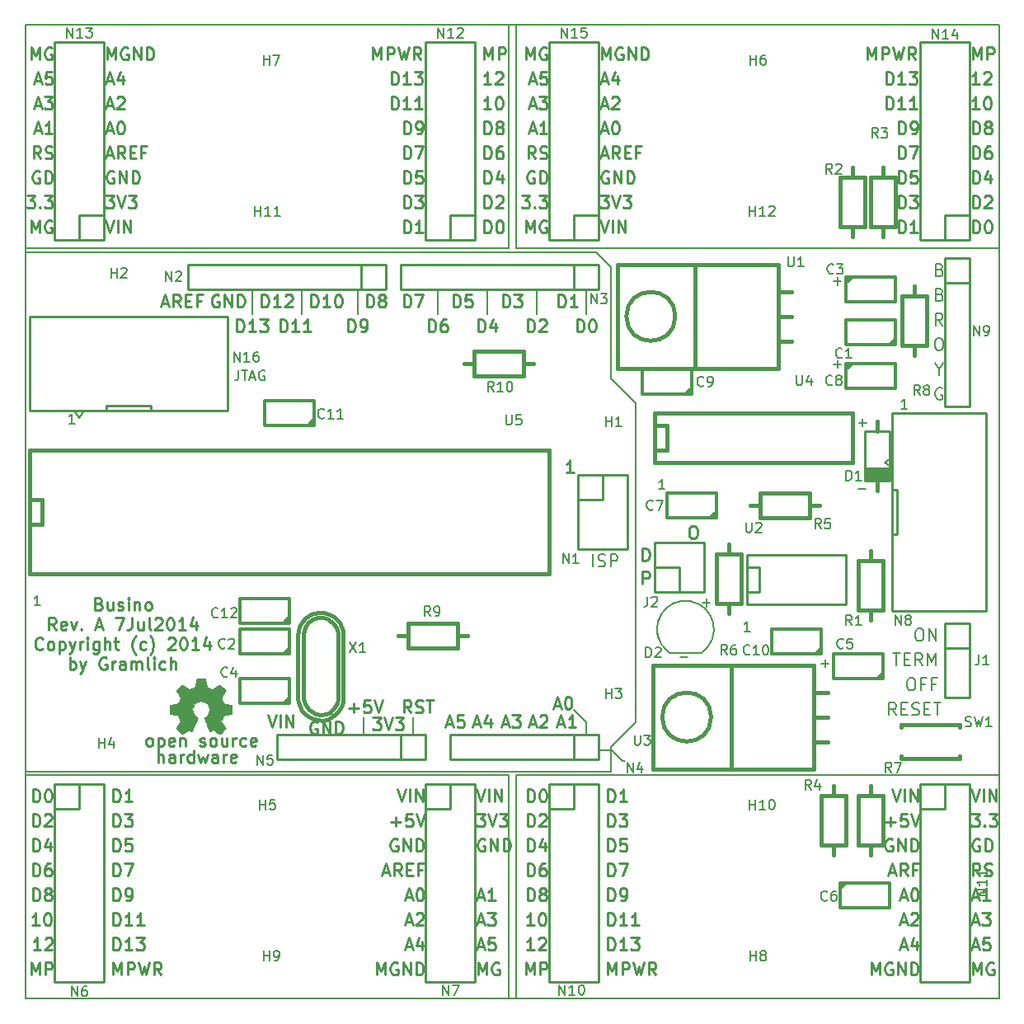
<source format=gto>
%FSLAX34Y34*%
G04 Gerber Fmt 3.4, Leading zero omitted, Abs format*
G04 (created by PCBNEW (2014-jan-25)-product) date Mon 28 Jul 2014 06:27:03 PM PDT*
%MOIN*%
G01*
G70*
G90*
G04 APERTURE LIST*
%ADD10C,0.005906*%
%ADD11C,0.010000*%
%ADD12C,0.008000*%
%ADD13C,0.007874*%
%ADD14C,0.006000*%
%ADD15C,0.012000*%
%ADD16C,0.015000*%
%ADD17C,0.000100*%
G04 APERTURE END LIST*
G54D10*
G54D11*
X32480Y-28426D02*
X32195Y-28426D01*
X32338Y-28426D02*
X32338Y-27926D01*
X32290Y-27997D01*
X32242Y-28045D01*
X32195Y-28069D01*
G54D12*
X45964Y-25830D02*
X45735Y-25830D01*
X45850Y-25830D02*
X45850Y-25430D01*
X45811Y-25488D01*
X45773Y-25526D01*
X45735Y-25545D01*
X39614Y-34830D02*
X39385Y-34830D01*
X39500Y-34830D02*
X39500Y-34430D01*
X39461Y-34488D01*
X39423Y-34526D01*
X39385Y-34545D01*
X36164Y-29080D02*
X35935Y-29080D01*
X36050Y-29080D02*
X36050Y-28680D01*
X36011Y-28738D01*
X35973Y-28776D01*
X35935Y-28795D01*
X10914Y-33780D02*
X10685Y-33780D01*
X10800Y-33780D02*
X10800Y-33380D01*
X10761Y-33438D01*
X10723Y-33476D01*
X10685Y-33495D01*
X12314Y-26430D02*
X12085Y-26430D01*
X12200Y-26430D02*
X12200Y-26030D01*
X12161Y-26088D01*
X12123Y-26126D01*
X12085Y-26145D01*
G54D11*
X15680Y-40140D02*
X15680Y-39640D01*
X15894Y-40140D02*
X15894Y-39878D01*
X15870Y-39830D01*
X15822Y-39806D01*
X15751Y-39806D01*
X15703Y-39830D01*
X15680Y-39854D01*
X16346Y-40140D02*
X16346Y-39878D01*
X16322Y-39830D01*
X16275Y-39806D01*
X16180Y-39806D01*
X16132Y-39830D01*
X16346Y-40116D02*
X16299Y-40140D01*
X16180Y-40140D01*
X16132Y-40116D01*
X16108Y-40068D01*
X16108Y-40021D01*
X16132Y-39973D01*
X16180Y-39949D01*
X16299Y-39949D01*
X16346Y-39925D01*
X16584Y-40140D02*
X16584Y-39806D01*
X16584Y-39902D02*
X16608Y-39854D01*
X16632Y-39830D01*
X16680Y-39806D01*
X16727Y-39806D01*
X17108Y-40140D02*
X17108Y-39640D01*
X17108Y-40116D02*
X17061Y-40140D01*
X16965Y-40140D01*
X16918Y-40116D01*
X16894Y-40092D01*
X16870Y-40044D01*
X16870Y-39902D01*
X16894Y-39854D01*
X16918Y-39830D01*
X16965Y-39806D01*
X17061Y-39806D01*
X17108Y-39830D01*
X17299Y-39806D02*
X17394Y-40140D01*
X17489Y-39902D01*
X17584Y-40140D01*
X17680Y-39806D01*
X18084Y-40140D02*
X18084Y-39878D01*
X18061Y-39830D01*
X18013Y-39806D01*
X17918Y-39806D01*
X17870Y-39830D01*
X18084Y-40116D02*
X18037Y-40140D01*
X17918Y-40140D01*
X17870Y-40116D01*
X17846Y-40068D01*
X17846Y-40021D01*
X17870Y-39973D01*
X17918Y-39949D01*
X18037Y-39949D01*
X18084Y-39925D01*
X18322Y-40140D02*
X18322Y-39806D01*
X18322Y-39902D02*
X18346Y-39854D01*
X18370Y-39830D01*
X18418Y-39806D01*
X18465Y-39806D01*
X18822Y-40116D02*
X18775Y-40140D01*
X18680Y-40140D01*
X18632Y-40116D01*
X18608Y-40068D01*
X18608Y-39878D01*
X18632Y-39830D01*
X18680Y-39806D01*
X18775Y-39806D01*
X18822Y-39830D01*
X18846Y-39878D01*
X18846Y-39925D01*
X18608Y-39973D01*
X15297Y-39476D02*
X15250Y-39452D01*
X15226Y-39428D01*
X15202Y-39380D01*
X15202Y-39238D01*
X15226Y-39190D01*
X15250Y-39166D01*
X15297Y-39142D01*
X15369Y-39142D01*
X15416Y-39166D01*
X15440Y-39190D01*
X15464Y-39238D01*
X15464Y-39380D01*
X15440Y-39428D01*
X15416Y-39452D01*
X15369Y-39476D01*
X15297Y-39476D01*
X15678Y-39142D02*
X15678Y-39642D01*
X15678Y-39166D02*
X15726Y-39142D01*
X15821Y-39142D01*
X15869Y-39166D01*
X15892Y-39190D01*
X15916Y-39238D01*
X15916Y-39380D01*
X15892Y-39428D01*
X15869Y-39452D01*
X15821Y-39476D01*
X15726Y-39476D01*
X15678Y-39452D01*
X16321Y-39452D02*
X16273Y-39476D01*
X16178Y-39476D01*
X16130Y-39452D01*
X16107Y-39404D01*
X16107Y-39214D01*
X16130Y-39166D01*
X16178Y-39142D01*
X16273Y-39142D01*
X16321Y-39166D01*
X16345Y-39214D01*
X16345Y-39261D01*
X16107Y-39309D01*
X16559Y-39142D02*
X16559Y-39476D01*
X16559Y-39190D02*
X16583Y-39166D01*
X16630Y-39142D01*
X16702Y-39142D01*
X16750Y-39166D01*
X16773Y-39214D01*
X16773Y-39476D01*
X17369Y-39452D02*
X17416Y-39476D01*
X17511Y-39476D01*
X17559Y-39452D01*
X17583Y-39404D01*
X17583Y-39380D01*
X17559Y-39333D01*
X17511Y-39309D01*
X17440Y-39309D01*
X17392Y-39285D01*
X17369Y-39238D01*
X17369Y-39214D01*
X17392Y-39166D01*
X17440Y-39142D01*
X17511Y-39142D01*
X17559Y-39166D01*
X17869Y-39476D02*
X17821Y-39452D01*
X17797Y-39428D01*
X17773Y-39380D01*
X17773Y-39238D01*
X17797Y-39190D01*
X17821Y-39166D01*
X17869Y-39142D01*
X17940Y-39142D01*
X17988Y-39166D01*
X18011Y-39190D01*
X18035Y-39238D01*
X18035Y-39380D01*
X18011Y-39428D01*
X17988Y-39452D01*
X17940Y-39476D01*
X17869Y-39476D01*
X18464Y-39142D02*
X18464Y-39476D01*
X18250Y-39142D02*
X18250Y-39404D01*
X18273Y-39452D01*
X18321Y-39476D01*
X18392Y-39476D01*
X18440Y-39452D01*
X18464Y-39428D01*
X18702Y-39476D02*
X18702Y-39142D01*
X18702Y-39238D02*
X18726Y-39190D01*
X18750Y-39166D01*
X18797Y-39142D01*
X18845Y-39142D01*
X19226Y-39452D02*
X19178Y-39476D01*
X19083Y-39476D01*
X19035Y-39452D01*
X19011Y-39428D01*
X18988Y-39380D01*
X18988Y-39238D01*
X19011Y-39190D01*
X19035Y-39166D01*
X19083Y-39142D01*
X19178Y-39142D01*
X19226Y-39166D01*
X19630Y-39452D02*
X19583Y-39476D01*
X19488Y-39476D01*
X19440Y-39452D01*
X19416Y-39404D01*
X19416Y-39214D01*
X19440Y-39166D01*
X19488Y-39142D01*
X19583Y-39142D01*
X19630Y-39166D01*
X19654Y-39214D01*
X19654Y-39261D01*
X19416Y-39309D01*
X13291Y-33722D02*
X13363Y-33746D01*
X13386Y-33769D01*
X13410Y-33817D01*
X13410Y-33888D01*
X13386Y-33936D01*
X13363Y-33960D01*
X13315Y-33984D01*
X13125Y-33984D01*
X13125Y-33484D01*
X13291Y-33484D01*
X13339Y-33508D01*
X13363Y-33531D01*
X13386Y-33579D01*
X13386Y-33627D01*
X13363Y-33674D01*
X13339Y-33698D01*
X13291Y-33722D01*
X13125Y-33722D01*
X13839Y-33650D02*
X13839Y-33984D01*
X13625Y-33650D02*
X13625Y-33912D01*
X13648Y-33960D01*
X13696Y-33984D01*
X13767Y-33984D01*
X13815Y-33960D01*
X13839Y-33936D01*
X14053Y-33960D02*
X14101Y-33984D01*
X14196Y-33984D01*
X14244Y-33960D01*
X14267Y-33912D01*
X14267Y-33888D01*
X14244Y-33841D01*
X14196Y-33817D01*
X14125Y-33817D01*
X14077Y-33793D01*
X14053Y-33746D01*
X14053Y-33722D01*
X14077Y-33674D01*
X14125Y-33650D01*
X14196Y-33650D01*
X14244Y-33674D01*
X14482Y-33984D02*
X14482Y-33650D01*
X14482Y-33484D02*
X14458Y-33508D01*
X14482Y-33531D01*
X14506Y-33508D01*
X14482Y-33484D01*
X14482Y-33531D01*
X14720Y-33650D02*
X14720Y-33984D01*
X14720Y-33698D02*
X14744Y-33674D01*
X14791Y-33650D01*
X14863Y-33650D01*
X14910Y-33674D01*
X14934Y-33722D01*
X14934Y-33984D01*
X15244Y-33984D02*
X15196Y-33960D01*
X15172Y-33936D01*
X15148Y-33888D01*
X15148Y-33746D01*
X15172Y-33698D01*
X15196Y-33674D01*
X15244Y-33650D01*
X15315Y-33650D01*
X15363Y-33674D01*
X15386Y-33698D01*
X15410Y-33746D01*
X15410Y-33888D01*
X15386Y-33936D01*
X15363Y-33960D01*
X15315Y-33984D01*
X15244Y-33984D01*
X11553Y-34784D02*
X11386Y-34546D01*
X11267Y-34784D02*
X11267Y-34284D01*
X11458Y-34284D01*
X11506Y-34308D01*
X11529Y-34331D01*
X11553Y-34379D01*
X11553Y-34450D01*
X11529Y-34498D01*
X11506Y-34522D01*
X11458Y-34546D01*
X11267Y-34546D01*
X11958Y-34760D02*
X11910Y-34784D01*
X11815Y-34784D01*
X11767Y-34760D01*
X11744Y-34712D01*
X11744Y-34522D01*
X11767Y-34474D01*
X11815Y-34450D01*
X11910Y-34450D01*
X11958Y-34474D01*
X11982Y-34522D01*
X11982Y-34569D01*
X11744Y-34617D01*
X12148Y-34450D02*
X12267Y-34784D01*
X12386Y-34450D01*
X12577Y-34736D02*
X12601Y-34760D01*
X12577Y-34784D01*
X12553Y-34760D01*
X12577Y-34736D01*
X12577Y-34784D01*
X13172Y-34641D02*
X13410Y-34641D01*
X13125Y-34784D02*
X13291Y-34284D01*
X13458Y-34784D01*
X13958Y-34284D02*
X14291Y-34284D01*
X14077Y-34784D01*
X14625Y-34284D02*
X14625Y-34641D01*
X14601Y-34712D01*
X14553Y-34760D01*
X14482Y-34784D01*
X14434Y-34784D01*
X15077Y-34450D02*
X15077Y-34784D01*
X14863Y-34450D02*
X14863Y-34712D01*
X14886Y-34760D01*
X14934Y-34784D01*
X15005Y-34784D01*
X15053Y-34760D01*
X15077Y-34736D01*
X15386Y-34784D02*
X15339Y-34760D01*
X15315Y-34712D01*
X15315Y-34284D01*
X15553Y-34331D02*
X15577Y-34308D01*
X15625Y-34284D01*
X15744Y-34284D01*
X15791Y-34308D01*
X15815Y-34331D01*
X15839Y-34379D01*
X15839Y-34427D01*
X15815Y-34498D01*
X15529Y-34784D01*
X15839Y-34784D01*
X16148Y-34284D02*
X16196Y-34284D01*
X16244Y-34308D01*
X16267Y-34331D01*
X16291Y-34379D01*
X16315Y-34474D01*
X16315Y-34593D01*
X16291Y-34688D01*
X16267Y-34736D01*
X16244Y-34760D01*
X16196Y-34784D01*
X16148Y-34784D01*
X16101Y-34760D01*
X16077Y-34736D01*
X16053Y-34688D01*
X16029Y-34593D01*
X16029Y-34474D01*
X16053Y-34379D01*
X16077Y-34331D01*
X16101Y-34308D01*
X16148Y-34284D01*
X16791Y-34784D02*
X16506Y-34784D01*
X16648Y-34784D02*
X16648Y-34284D01*
X16601Y-34355D01*
X16553Y-34403D01*
X16506Y-34427D01*
X17220Y-34450D02*
X17220Y-34784D01*
X17101Y-34260D02*
X16982Y-34617D01*
X17291Y-34617D01*
X11017Y-35536D02*
X10994Y-35560D01*
X10922Y-35584D01*
X10875Y-35584D01*
X10803Y-35560D01*
X10755Y-35512D01*
X10732Y-35465D01*
X10708Y-35369D01*
X10708Y-35298D01*
X10732Y-35203D01*
X10755Y-35155D01*
X10803Y-35108D01*
X10875Y-35084D01*
X10922Y-35084D01*
X10994Y-35108D01*
X11017Y-35131D01*
X11303Y-35584D02*
X11255Y-35560D01*
X11232Y-35536D01*
X11208Y-35488D01*
X11208Y-35346D01*
X11232Y-35298D01*
X11255Y-35274D01*
X11303Y-35250D01*
X11375Y-35250D01*
X11422Y-35274D01*
X11446Y-35298D01*
X11470Y-35346D01*
X11470Y-35488D01*
X11446Y-35536D01*
X11422Y-35560D01*
X11375Y-35584D01*
X11303Y-35584D01*
X11684Y-35250D02*
X11684Y-35750D01*
X11684Y-35274D02*
X11732Y-35250D01*
X11827Y-35250D01*
X11875Y-35274D01*
X11898Y-35298D01*
X11922Y-35346D01*
X11922Y-35488D01*
X11898Y-35536D01*
X11875Y-35560D01*
X11827Y-35584D01*
X11732Y-35584D01*
X11684Y-35560D01*
X12089Y-35250D02*
X12208Y-35584D01*
X12327Y-35250D02*
X12208Y-35584D01*
X12160Y-35703D01*
X12136Y-35727D01*
X12089Y-35750D01*
X12517Y-35584D02*
X12517Y-35250D01*
X12517Y-35346D02*
X12541Y-35298D01*
X12565Y-35274D01*
X12613Y-35250D01*
X12660Y-35250D01*
X12827Y-35584D02*
X12827Y-35250D01*
X12827Y-35084D02*
X12803Y-35108D01*
X12827Y-35131D01*
X12851Y-35108D01*
X12827Y-35084D01*
X12827Y-35131D01*
X13279Y-35250D02*
X13279Y-35655D01*
X13255Y-35703D01*
X13232Y-35727D01*
X13184Y-35750D01*
X13113Y-35750D01*
X13065Y-35727D01*
X13279Y-35560D02*
X13232Y-35584D01*
X13136Y-35584D01*
X13089Y-35560D01*
X13065Y-35536D01*
X13041Y-35488D01*
X13041Y-35346D01*
X13065Y-35298D01*
X13089Y-35274D01*
X13136Y-35250D01*
X13232Y-35250D01*
X13279Y-35274D01*
X13517Y-35584D02*
X13517Y-35084D01*
X13732Y-35584D02*
X13732Y-35322D01*
X13708Y-35274D01*
X13660Y-35250D01*
X13589Y-35250D01*
X13541Y-35274D01*
X13517Y-35298D01*
X13898Y-35250D02*
X14089Y-35250D01*
X13970Y-35084D02*
X13970Y-35512D01*
X13994Y-35560D01*
X14041Y-35584D01*
X14089Y-35584D01*
X14779Y-35774D02*
X14756Y-35750D01*
X14708Y-35679D01*
X14684Y-35631D01*
X14660Y-35560D01*
X14636Y-35441D01*
X14636Y-35346D01*
X14660Y-35227D01*
X14684Y-35155D01*
X14708Y-35108D01*
X14756Y-35036D01*
X14779Y-35012D01*
X15184Y-35560D02*
X15136Y-35584D01*
X15041Y-35584D01*
X14994Y-35560D01*
X14970Y-35536D01*
X14946Y-35488D01*
X14946Y-35346D01*
X14970Y-35298D01*
X14994Y-35274D01*
X15041Y-35250D01*
X15136Y-35250D01*
X15184Y-35274D01*
X15351Y-35774D02*
X15375Y-35750D01*
X15422Y-35679D01*
X15446Y-35631D01*
X15470Y-35560D01*
X15494Y-35441D01*
X15494Y-35346D01*
X15470Y-35227D01*
X15446Y-35155D01*
X15422Y-35108D01*
X15375Y-35036D01*
X15351Y-35012D01*
X16089Y-35131D02*
X16113Y-35108D01*
X16160Y-35084D01*
X16279Y-35084D01*
X16327Y-35108D01*
X16351Y-35131D01*
X16375Y-35179D01*
X16375Y-35227D01*
X16351Y-35298D01*
X16065Y-35584D01*
X16375Y-35584D01*
X16684Y-35084D02*
X16732Y-35084D01*
X16779Y-35108D01*
X16803Y-35131D01*
X16827Y-35179D01*
X16851Y-35274D01*
X16851Y-35393D01*
X16827Y-35488D01*
X16803Y-35536D01*
X16779Y-35560D01*
X16732Y-35584D01*
X16684Y-35584D01*
X16636Y-35560D01*
X16613Y-35536D01*
X16589Y-35488D01*
X16565Y-35393D01*
X16565Y-35274D01*
X16589Y-35179D01*
X16613Y-35131D01*
X16636Y-35108D01*
X16684Y-35084D01*
X17327Y-35584D02*
X17041Y-35584D01*
X17184Y-35584D02*
X17184Y-35084D01*
X17136Y-35155D01*
X17089Y-35203D01*
X17041Y-35227D01*
X17756Y-35250D02*
X17756Y-35584D01*
X17636Y-35060D02*
X17517Y-35417D01*
X17827Y-35417D01*
X12113Y-36384D02*
X12113Y-35884D01*
X12113Y-36074D02*
X12160Y-36050D01*
X12256Y-36050D01*
X12303Y-36074D01*
X12327Y-36098D01*
X12351Y-36146D01*
X12351Y-36288D01*
X12327Y-36336D01*
X12303Y-36360D01*
X12256Y-36384D01*
X12160Y-36384D01*
X12113Y-36360D01*
X12517Y-36050D02*
X12636Y-36384D01*
X12756Y-36050D02*
X12636Y-36384D01*
X12589Y-36503D01*
X12565Y-36527D01*
X12517Y-36550D01*
X13589Y-35908D02*
X13541Y-35884D01*
X13470Y-35884D01*
X13398Y-35908D01*
X13351Y-35955D01*
X13327Y-36003D01*
X13303Y-36098D01*
X13303Y-36169D01*
X13327Y-36265D01*
X13351Y-36312D01*
X13398Y-36360D01*
X13470Y-36384D01*
X13517Y-36384D01*
X13589Y-36360D01*
X13613Y-36336D01*
X13613Y-36169D01*
X13517Y-36169D01*
X13827Y-36384D02*
X13827Y-36050D01*
X13827Y-36146D02*
X13851Y-36098D01*
X13875Y-36074D01*
X13922Y-36050D01*
X13970Y-36050D01*
X14351Y-36384D02*
X14351Y-36122D01*
X14327Y-36074D01*
X14279Y-36050D01*
X14184Y-36050D01*
X14136Y-36074D01*
X14351Y-36360D02*
X14303Y-36384D01*
X14184Y-36384D01*
X14136Y-36360D01*
X14113Y-36312D01*
X14113Y-36265D01*
X14136Y-36217D01*
X14184Y-36193D01*
X14303Y-36193D01*
X14351Y-36169D01*
X14589Y-36384D02*
X14589Y-36050D01*
X14589Y-36098D02*
X14613Y-36074D01*
X14660Y-36050D01*
X14732Y-36050D01*
X14779Y-36074D01*
X14803Y-36122D01*
X14803Y-36384D01*
X14803Y-36122D02*
X14827Y-36074D01*
X14875Y-36050D01*
X14946Y-36050D01*
X14994Y-36074D01*
X15017Y-36122D01*
X15017Y-36384D01*
X15327Y-36384D02*
X15279Y-36360D01*
X15256Y-36312D01*
X15256Y-35884D01*
X15517Y-36384D02*
X15517Y-36050D01*
X15517Y-35884D02*
X15494Y-35908D01*
X15517Y-35931D01*
X15541Y-35908D01*
X15517Y-35884D01*
X15517Y-35931D01*
X15970Y-36360D02*
X15922Y-36384D01*
X15827Y-36384D01*
X15779Y-36360D01*
X15756Y-36336D01*
X15732Y-36288D01*
X15732Y-36146D01*
X15756Y-36098D01*
X15779Y-36074D01*
X15827Y-36050D01*
X15922Y-36050D01*
X15970Y-36074D01*
X16184Y-36384D02*
X16184Y-35884D01*
X16398Y-36384D02*
X16398Y-36122D01*
X16375Y-36074D01*
X16327Y-36050D01*
X16256Y-36050D01*
X16208Y-36074D01*
X16184Y-36098D01*
X37264Y-30576D02*
X37359Y-30576D01*
X37407Y-30600D01*
X37454Y-30647D01*
X37478Y-30742D01*
X37478Y-30909D01*
X37454Y-31004D01*
X37407Y-31052D01*
X37359Y-31076D01*
X37264Y-31076D01*
X37216Y-31052D01*
X37169Y-31004D01*
X37145Y-30909D01*
X37145Y-30742D01*
X37169Y-30647D01*
X37216Y-30600D01*
X37264Y-30576D01*
X35269Y-32926D02*
X35269Y-32426D01*
X35459Y-32426D01*
X35507Y-32450D01*
X35530Y-32473D01*
X35554Y-32521D01*
X35554Y-32592D01*
X35530Y-32640D01*
X35507Y-32664D01*
X35459Y-32688D01*
X35269Y-32688D01*
X35269Y-31976D02*
X35269Y-31476D01*
X35388Y-31476D01*
X35459Y-31500D01*
X35507Y-31547D01*
X35530Y-31595D01*
X35554Y-31690D01*
X35554Y-31761D01*
X35530Y-31857D01*
X35507Y-31904D01*
X35459Y-31952D01*
X35388Y-31976D01*
X35269Y-31976D01*
G54D12*
X18933Y-24280D02*
X18933Y-24566D01*
X18914Y-24623D01*
X18876Y-24661D01*
X18819Y-24680D01*
X18780Y-24680D01*
X19066Y-24280D02*
X19295Y-24280D01*
X19180Y-24680D02*
X19180Y-24280D01*
X19409Y-24566D02*
X19600Y-24566D01*
X19371Y-24680D02*
X19504Y-24280D01*
X19638Y-24680D01*
X19980Y-24300D02*
X19942Y-24280D01*
X19885Y-24280D01*
X19828Y-24300D01*
X19790Y-24338D01*
X19771Y-24376D01*
X19752Y-24452D01*
X19752Y-24509D01*
X19771Y-24585D01*
X19790Y-24623D01*
X19828Y-24661D01*
X19885Y-24680D01*
X19923Y-24680D01*
X19980Y-24661D01*
X20000Y-24642D01*
X20000Y-24509D01*
X19923Y-24509D01*
G54D13*
X34448Y-40078D02*
X34551Y-40078D01*
X34015Y-39645D02*
X33484Y-39645D01*
X34452Y-40082D02*
X34015Y-39645D01*
G54D12*
X33261Y-32226D02*
X33261Y-31726D01*
X33476Y-32202D02*
X33547Y-32226D01*
X33666Y-32226D01*
X33714Y-32202D01*
X33738Y-32178D01*
X33761Y-32130D01*
X33761Y-32083D01*
X33738Y-32035D01*
X33714Y-32011D01*
X33666Y-31988D01*
X33571Y-31964D01*
X33523Y-31940D01*
X33500Y-31916D01*
X33476Y-31869D01*
X33476Y-31821D01*
X33500Y-31773D01*
X33523Y-31750D01*
X33571Y-31726D01*
X33690Y-31726D01*
X33761Y-31750D01*
X33976Y-32226D02*
X33976Y-31726D01*
X34166Y-31726D01*
X34214Y-31750D01*
X34238Y-31773D01*
X34261Y-31821D01*
X34261Y-31892D01*
X34238Y-31940D01*
X34214Y-31964D01*
X34166Y-31988D01*
X33976Y-31988D01*
X45523Y-38226D02*
X45357Y-37988D01*
X45238Y-38226D02*
X45238Y-37726D01*
X45428Y-37726D01*
X45476Y-37750D01*
X45500Y-37773D01*
X45523Y-37821D01*
X45523Y-37892D01*
X45500Y-37940D01*
X45476Y-37964D01*
X45428Y-37988D01*
X45238Y-37988D01*
X45738Y-37964D02*
X45904Y-37964D01*
X45976Y-38226D02*
X45738Y-38226D01*
X45738Y-37726D01*
X45976Y-37726D01*
X46166Y-38202D02*
X46238Y-38226D01*
X46357Y-38226D01*
X46404Y-38202D01*
X46428Y-38178D01*
X46452Y-38130D01*
X46452Y-38083D01*
X46428Y-38035D01*
X46404Y-38011D01*
X46357Y-37988D01*
X46261Y-37964D01*
X46214Y-37940D01*
X46190Y-37916D01*
X46166Y-37869D01*
X46166Y-37821D01*
X46190Y-37773D01*
X46214Y-37750D01*
X46261Y-37726D01*
X46380Y-37726D01*
X46452Y-37750D01*
X46666Y-37964D02*
X46833Y-37964D01*
X46904Y-38226D02*
X46666Y-38226D01*
X46666Y-37726D01*
X46904Y-37726D01*
X47047Y-37726D02*
X47333Y-37726D01*
X47190Y-38226D02*
X47190Y-37726D01*
X47380Y-25000D02*
X47333Y-24976D01*
X47261Y-24976D01*
X47190Y-25000D01*
X47142Y-25047D01*
X47119Y-25095D01*
X47095Y-25190D01*
X47095Y-25261D01*
X47119Y-25357D01*
X47142Y-25404D01*
X47190Y-25452D01*
X47261Y-25476D01*
X47309Y-25476D01*
X47380Y-25452D01*
X47404Y-25428D01*
X47404Y-25261D01*
X47309Y-25261D01*
X47250Y-24238D02*
X47250Y-24476D01*
X47083Y-23976D02*
X47250Y-24238D01*
X47416Y-23976D01*
X47202Y-22976D02*
X47297Y-22976D01*
X47345Y-23000D01*
X47392Y-23047D01*
X47416Y-23142D01*
X47416Y-23309D01*
X47392Y-23404D01*
X47345Y-23452D01*
X47297Y-23476D01*
X47202Y-23476D01*
X47154Y-23452D01*
X47107Y-23404D01*
X47083Y-23309D01*
X47083Y-23142D01*
X47107Y-23047D01*
X47154Y-23000D01*
X47202Y-22976D01*
G54D14*
X47404Y-22476D02*
X47238Y-22238D01*
X47119Y-22476D02*
X47119Y-21976D01*
X47309Y-21976D01*
X47357Y-22000D01*
X47380Y-22023D01*
X47404Y-22071D01*
X47404Y-22142D01*
X47380Y-22190D01*
X47357Y-22214D01*
X47309Y-22238D01*
X47119Y-22238D01*
G54D12*
X47285Y-21214D02*
X47357Y-21238D01*
X47380Y-21261D01*
X47404Y-21309D01*
X47404Y-21380D01*
X47380Y-21428D01*
X47357Y-21452D01*
X47309Y-21476D01*
X47119Y-21476D01*
X47119Y-20976D01*
X47285Y-20976D01*
X47333Y-21000D01*
X47357Y-21023D01*
X47380Y-21071D01*
X47380Y-21119D01*
X47357Y-21166D01*
X47333Y-21190D01*
X47285Y-21214D01*
X47119Y-21214D01*
X47285Y-20214D02*
X47357Y-20238D01*
X47380Y-20261D01*
X47404Y-20309D01*
X47404Y-20380D01*
X47380Y-20428D01*
X47357Y-20452D01*
X47309Y-20476D01*
X47119Y-20476D01*
X47119Y-19976D01*
X47285Y-19976D01*
X47333Y-20000D01*
X47357Y-20023D01*
X47380Y-20071D01*
X47380Y-20119D01*
X47357Y-20166D01*
X47333Y-20190D01*
X47285Y-20214D01*
X47119Y-20214D01*
X45392Y-35726D02*
X45678Y-35726D01*
X45535Y-36226D02*
X45535Y-35726D01*
X45845Y-35964D02*
X46011Y-35964D01*
X46083Y-36226D02*
X45845Y-36226D01*
X45845Y-35726D01*
X46083Y-35726D01*
X46583Y-36226D02*
X46416Y-35988D01*
X46297Y-36226D02*
X46297Y-35726D01*
X46488Y-35726D01*
X46535Y-35750D01*
X46559Y-35773D01*
X46583Y-35821D01*
X46583Y-35892D01*
X46559Y-35940D01*
X46535Y-35964D01*
X46488Y-35988D01*
X46297Y-35988D01*
X46797Y-36226D02*
X46797Y-35726D01*
X46964Y-36083D01*
X47130Y-35726D01*
X47130Y-36226D01*
X46083Y-36726D02*
X46178Y-36726D01*
X46226Y-36750D01*
X46273Y-36797D01*
X46297Y-36892D01*
X46297Y-37059D01*
X46273Y-37154D01*
X46226Y-37202D01*
X46178Y-37226D01*
X46083Y-37226D01*
X46035Y-37202D01*
X45988Y-37154D01*
X45964Y-37059D01*
X45964Y-36892D01*
X45988Y-36797D01*
X46035Y-36750D01*
X46083Y-36726D01*
X46678Y-36964D02*
X46511Y-36964D01*
X46511Y-37226D02*
X46511Y-36726D01*
X46750Y-36726D01*
X47107Y-36964D02*
X46940Y-36964D01*
X46940Y-37226D02*
X46940Y-36726D01*
X47178Y-36726D01*
X46416Y-34726D02*
X46511Y-34726D01*
X46559Y-34750D01*
X46607Y-34797D01*
X46630Y-34892D01*
X46630Y-35059D01*
X46607Y-35154D01*
X46559Y-35202D01*
X46511Y-35226D01*
X46416Y-35226D01*
X46369Y-35202D01*
X46321Y-35154D01*
X46297Y-35059D01*
X46297Y-34892D01*
X46321Y-34797D01*
X46369Y-34750D01*
X46416Y-34726D01*
X46845Y-35226D02*
X46845Y-34726D01*
X47130Y-35226D01*
X47130Y-34726D01*
G54D13*
X27000Y-21000D02*
X27000Y-22000D01*
X29000Y-21000D02*
X29000Y-22000D01*
X31000Y-21000D02*
X31000Y-22000D01*
X33000Y-21000D02*
X33000Y-22000D01*
X23750Y-21000D02*
X23750Y-22000D01*
X21500Y-21000D02*
X21250Y-21000D01*
X21500Y-22000D02*
X21500Y-21000D01*
X19500Y-22000D02*
X19500Y-21000D01*
G54D11*
X15845Y-21583D02*
X16083Y-21583D01*
X15797Y-21726D02*
X15964Y-21226D01*
X16130Y-21726D01*
X16583Y-21726D02*
X16416Y-21488D01*
X16297Y-21726D02*
X16297Y-21226D01*
X16488Y-21226D01*
X16535Y-21250D01*
X16559Y-21273D01*
X16583Y-21321D01*
X16583Y-21392D01*
X16559Y-21440D01*
X16535Y-21464D01*
X16488Y-21488D01*
X16297Y-21488D01*
X16797Y-21464D02*
X16964Y-21464D01*
X17035Y-21726D02*
X16797Y-21726D01*
X16797Y-21226D01*
X17035Y-21226D01*
X17416Y-21464D02*
X17250Y-21464D01*
X17250Y-21726D02*
X17250Y-21226D01*
X17488Y-21226D01*
X18130Y-21250D02*
X18083Y-21226D01*
X18011Y-21226D01*
X17940Y-21250D01*
X17892Y-21297D01*
X17869Y-21345D01*
X17845Y-21440D01*
X17845Y-21511D01*
X17869Y-21607D01*
X17892Y-21654D01*
X17940Y-21702D01*
X18011Y-21726D01*
X18059Y-21726D01*
X18130Y-21702D01*
X18154Y-21678D01*
X18154Y-21511D01*
X18059Y-21511D01*
X18369Y-21726D02*
X18369Y-21226D01*
X18654Y-21726D01*
X18654Y-21226D01*
X18892Y-21726D02*
X18892Y-21226D01*
X19011Y-21226D01*
X19083Y-21250D01*
X19130Y-21297D01*
X19154Y-21345D01*
X19178Y-21440D01*
X19178Y-21511D01*
X19154Y-21607D01*
X19130Y-21654D01*
X19083Y-21702D01*
X19011Y-21726D01*
X18892Y-21726D01*
X18869Y-22726D02*
X18869Y-22226D01*
X18988Y-22226D01*
X19059Y-22250D01*
X19107Y-22297D01*
X19130Y-22345D01*
X19154Y-22440D01*
X19154Y-22511D01*
X19130Y-22607D01*
X19107Y-22654D01*
X19059Y-22702D01*
X18988Y-22726D01*
X18869Y-22726D01*
X19630Y-22726D02*
X19345Y-22726D01*
X19488Y-22726D02*
X19488Y-22226D01*
X19440Y-22297D01*
X19392Y-22345D01*
X19345Y-22369D01*
X19797Y-22226D02*
X20107Y-22226D01*
X19940Y-22416D01*
X20011Y-22416D01*
X20059Y-22440D01*
X20083Y-22464D01*
X20107Y-22511D01*
X20107Y-22630D01*
X20083Y-22678D01*
X20059Y-22702D01*
X20011Y-22726D01*
X19869Y-22726D01*
X19821Y-22702D01*
X19797Y-22678D01*
X19869Y-21726D02*
X19869Y-21226D01*
X19988Y-21226D01*
X20059Y-21250D01*
X20107Y-21297D01*
X20130Y-21345D01*
X20154Y-21440D01*
X20154Y-21511D01*
X20130Y-21607D01*
X20107Y-21654D01*
X20059Y-21702D01*
X19988Y-21726D01*
X19869Y-21726D01*
X20630Y-21726D02*
X20345Y-21726D01*
X20488Y-21726D02*
X20488Y-21226D01*
X20440Y-21297D01*
X20392Y-21345D01*
X20345Y-21369D01*
X20821Y-21273D02*
X20845Y-21250D01*
X20892Y-21226D01*
X21011Y-21226D01*
X21059Y-21250D01*
X21083Y-21273D01*
X21107Y-21321D01*
X21107Y-21369D01*
X21083Y-21440D01*
X20797Y-21726D01*
X21107Y-21726D01*
X20619Y-22726D02*
X20619Y-22226D01*
X20738Y-22226D01*
X20809Y-22250D01*
X20857Y-22297D01*
X20880Y-22345D01*
X20904Y-22440D01*
X20904Y-22511D01*
X20880Y-22607D01*
X20857Y-22654D01*
X20809Y-22702D01*
X20738Y-22726D01*
X20619Y-22726D01*
X21380Y-22726D02*
X21095Y-22726D01*
X21238Y-22726D02*
X21238Y-22226D01*
X21190Y-22297D01*
X21142Y-22345D01*
X21095Y-22369D01*
X21857Y-22726D02*
X21571Y-22726D01*
X21714Y-22726D02*
X21714Y-22226D01*
X21666Y-22297D01*
X21619Y-22345D01*
X21571Y-22369D01*
X21869Y-21726D02*
X21869Y-21226D01*
X21988Y-21226D01*
X22059Y-21250D01*
X22107Y-21297D01*
X22130Y-21345D01*
X22154Y-21440D01*
X22154Y-21511D01*
X22130Y-21607D01*
X22107Y-21654D01*
X22059Y-21702D01*
X21988Y-21726D01*
X21869Y-21726D01*
X22630Y-21726D02*
X22345Y-21726D01*
X22488Y-21726D02*
X22488Y-21226D01*
X22440Y-21297D01*
X22392Y-21345D01*
X22345Y-21369D01*
X22940Y-21226D02*
X22988Y-21226D01*
X23035Y-21250D01*
X23059Y-21273D01*
X23083Y-21321D01*
X23107Y-21416D01*
X23107Y-21535D01*
X23083Y-21630D01*
X23059Y-21678D01*
X23035Y-21702D01*
X22988Y-21726D01*
X22940Y-21726D01*
X22892Y-21702D01*
X22869Y-21678D01*
X22845Y-21630D01*
X22821Y-21535D01*
X22821Y-21416D01*
X22845Y-21321D01*
X22869Y-21273D01*
X22892Y-21250D01*
X22940Y-21226D01*
X23369Y-22726D02*
X23369Y-22226D01*
X23488Y-22226D01*
X23559Y-22250D01*
X23607Y-22297D01*
X23630Y-22345D01*
X23654Y-22440D01*
X23654Y-22511D01*
X23630Y-22607D01*
X23607Y-22654D01*
X23559Y-22702D01*
X23488Y-22726D01*
X23369Y-22726D01*
X23892Y-22726D02*
X23988Y-22726D01*
X24035Y-22702D01*
X24059Y-22678D01*
X24107Y-22607D01*
X24130Y-22511D01*
X24130Y-22321D01*
X24107Y-22273D01*
X24083Y-22250D01*
X24035Y-22226D01*
X23940Y-22226D01*
X23892Y-22250D01*
X23869Y-22273D01*
X23845Y-22321D01*
X23845Y-22440D01*
X23869Y-22488D01*
X23892Y-22511D01*
X23940Y-22535D01*
X24035Y-22535D01*
X24083Y-22511D01*
X24107Y-22488D01*
X24130Y-22440D01*
X24119Y-21726D02*
X24119Y-21226D01*
X24238Y-21226D01*
X24309Y-21250D01*
X24357Y-21297D01*
X24380Y-21345D01*
X24404Y-21440D01*
X24404Y-21511D01*
X24380Y-21607D01*
X24357Y-21654D01*
X24309Y-21702D01*
X24238Y-21726D01*
X24119Y-21726D01*
X24690Y-21440D02*
X24642Y-21416D01*
X24619Y-21392D01*
X24595Y-21345D01*
X24595Y-21321D01*
X24619Y-21273D01*
X24642Y-21250D01*
X24690Y-21226D01*
X24785Y-21226D01*
X24833Y-21250D01*
X24857Y-21273D01*
X24880Y-21321D01*
X24880Y-21345D01*
X24857Y-21392D01*
X24833Y-21416D01*
X24785Y-21440D01*
X24690Y-21440D01*
X24642Y-21464D01*
X24619Y-21488D01*
X24595Y-21535D01*
X24595Y-21630D01*
X24619Y-21678D01*
X24642Y-21702D01*
X24690Y-21726D01*
X24785Y-21726D01*
X24833Y-21702D01*
X24857Y-21678D01*
X24880Y-21630D01*
X24880Y-21535D01*
X24857Y-21488D01*
X24833Y-21464D01*
X24785Y-21440D01*
X25619Y-21726D02*
X25619Y-21226D01*
X25738Y-21226D01*
X25809Y-21250D01*
X25857Y-21297D01*
X25880Y-21345D01*
X25904Y-21440D01*
X25904Y-21511D01*
X25880Y-21607D01*
X25857Y-21654D01*
X25809Y-21702D01*
X25738Y-21726D01*
X25619Y-21726D01*
X26071Y-21226D02*
X26404Y-21226D01*
X26190Y-21726D01*
X26619Y-22726D02*
X26619Y-22226D01*
X26738Y-22226D01*
X26809Y-22250D01*
X26857Y-22297D01*
X26880Y-22345D01*
X26904Y-22440D01*
X26904Y-22511D01*
X26880Y-22607D01*
X26857Y-22654D01*
X26809Y-22702D01*
X26738Y-22726D01*
X26619Y-22726D01*
X27333Y-22226D02*
X27238Y-22226D01*
X27190Y-22250D01*
X27166Y-22273D01*
X27119Y-22345D01*
X27095Y-22440D01*
X27095Y-22630D01*
X27119Y-22678D01*
X27142Y-22702D01*
X27190Y-22726D01*
X27285Y-22726D01*
X27333Y-22702D01*
X27357Y-22678D01*
X27380Y-22630D01*
X27380Y-22511D01*
X27357Y-22464D01*
X27333Y-22440D01*
X27285Y-22416D01*
X27190Y-22416D01*
X27142Y-22440D01*
X27119Y-22464D01*
X27095Y-22511D01*
X27619Y-21726D02*
X27619Y-21226D01*
X27738Y-21226D01*
X27809Y-21250D01*
X27857Y-21297D01*
X27880Y-21345D01*
X27904Y-21440D01*
X27904Y-21511D01*
X27880Y-21607D01*
X27857Y-21654D01*
X27809Y-21702D01*
X27738Y-21726D01*
X27619Y-21726D01*
X28357Y-21226D02*
X28119Y-21226D01*
X28095Y-21464D01*
X28119Y-21440D01*
X28166Y-21416D01*
X28285Y-21416D01*
X28333Y-21440D01*
X28357Y-21464D01*
X28380Y-21511D01*
X28380Y-21630D01*
X28357Y-21678D01*
X28333Y-21702D01*
X28285Y-21726D01*
X28166Y-21726D01*
X28119Y-21702D01*
X28095Y-21678D01*
X28619Y-22726D02*
X28619Y-22226D01*
X28738Y-22226D01*
X28809Y-22250D01*
X28857Y-22297D01*
X28880Y-22345D01*
X28904Y-22440D01*
X28904Y-22511D01*
X28880Y-22607D01*
X28857Y-22654D01*
X28809Y-22702D01*
X28738Y-22726D01*
X28619Y-22726D01*
X29333Y-22392D02*
X29333Y-22726D01*
X29214Y-22202D02*
X29095Y-22559D01*
X29404Y-22559D01*
X29619Y-21726D02*
X29619Y-21226D01*
X29738Y-21226D01*
X29809Y-21250D01*
X29857Y-21297D01*
X29880Y-21345D01*
X29904Y-21440D01*
X29904Y-21511D01*
X29880Y-21607D01*
X29857Y-21654D01*
X29809Y-21702D01*
X29738Y-21726D01*
X29619Y-21726D01*
X30071Y-21226D02*
X30380Y-21226D01*
X30214Y-21416D01*
X30285Y-21416D01*
X30333Y-21440D01*
X30357Y-21464D01*
X30380Y-21511D01*
X30380Y-21630D01*
X30357Y-21678D01*
X30333Y-21702D01*
X30285Y-21726D01*
X30142Y-21726D01*
X30095Y-21702D01*
X30071Y-21678D01*
X30619Y-22726D02*
X30619Y-22226D01*
X30738Y-22226D01*
X30809Y-22250D01*
X30857Y-22297D01*
X30880Y-22345D01*
X30904Y-22440D01*
X30904Y-22511D01*
X30880Y-22607D01*
X30857Y-22654D01*
X30809Y-22702D01*
X30738Y-22726D01*
X30619Y-22726D01*
X31095Y-22273D02*
X31119Y-22250D01*
X31166Y-22226D01*
X31285Y-22226D01*
X31333Y-22250D01*
X31357Y-22273D01*
X31380Y-22321D01*
X31380Y-22369D01*
X31357Y-22440D01*
X31071Y-22726D01*
X31380Y-22726D01*
X31869Y-21726D02*
X31869Y-21226D01*
X31988Y-21226D01*
X32059Y-21250D01*
X32107Y-21297D01*
X32130Y-21345D01*
X32154Y-21440D01*
X32154Y-21511D01*
X32130Y-21607D01*
X32107Y-21654D01*
X32059Y-21702D01*
X31988Y-21726D01*
X31869Y-21726D01*
X32630Y-21726D02*
X32345Y-21726D01*
X32488Y-21726D02*
X32488Y-21226D01*
X32440Y-21297D01*
X32392Y-21345D01*
X32345Y-21369D01*
X32619Y-22726D02*
X32619Y-22226D01*
X32738Y-22226D01*
X32809Y-22250D01*
X32857Y-22297D01*
X32880Y-22345D01*
X32904Y-22440D01*
X32904Y-22511D01*
X32880Y-22607D01*
X32857Y-22654D01*
X32809Y-22702D01*
X32738Y-22726D01*
X32619Y-22726D01*
X33214Y-22226D02*
X33261Y-22226D01*
X33309Y-22250D01*
X33333Y-22273D01*
X33357Y-22321D01*
X33380Y-22416D01*
X33380Y-22535D01*
X33357Y-22630D01*
X33333Y-22678D01*
X33309Y-22702D01*
X33261Y-22726D01*
X33214Y-22726D01*
X33166Y-22702D01*
X33142Y-22678D01*
X33119Y-22630D01*
X33095Y-22535D01*
X33095Y-22416D01*
X33119Y-22321D01*
X33142Y-22273D01*
X33166Y-22250D01*
X33214Y-22226D01*
G54D13*
X24000Y-39000D02*
X24000Y-38300D01*
X26000Y-39000D02*
X26000Y-38300D01*
G54D11*
X24371Y-38326D02*
X24680Y-38326D01*
X24514Y-38516D01*
X24585Y-38516D01*
X24633Y-38540D01*
X24657Y-38564D01*
X24680Y-38611D01*
X24680Y-38730D01*
X24657Y-38778D01*
X24633Y-38802D01*
X24585Y-38826D01*
X24442Y-38826D01*
X24395Y-38802D01*
X24371Y-38778D01*
X24823Y-38326D02*
X24990Y-38826D01*
X25157Y-38326D01*
X25276Y-38326D02*
X25585Y-38326D01*
X25419Y-38516D01*
X25490Y-38516D01*
X25538Y-38540D01*
X25561Y-38564D01*
X25585Y-38611D01*
X25585Y-38730D01*
X25561Y-38778D01*
X25538Y-38802D01*
X25490Y-38826D01*
X25347Y-38826D01*
X25300Y-38802D01*
X25276Y-38778D01*
X23395Y-37935D02*
X23776Y-37935D01*
X23585Y-38126D02*
X23585Y-37745D01*
X24252Y-37626D02*
X24014Y-37626D01*
X23990Y-37864D01*
X24014Y-37840D01*
X24061Y-37816D01*
X24180Y-37816D01*
X24228Y-37840D01*
X24252Y-37864D01*
X24276Y-37911D01*
X24276Y-38030D01*
X24252Y-38078D01*
X24228Y-38102D01*
X24180Y-38126D01*
X24061Y-38126D01*
X24014Y-38102D01*
X23990Y-38078D01*
X24419Y-37626D02*
X24585Y-38126D01*
X24752Y-37626D01*
X22107Y-38500D02*
X22059Y-38476D01*
X21988Y-38476D01*
X21916Y-38500D01*
X21869Y-38547D01*
X21845Y-38595D01*
X21821Y-38690D01*
X21821Y-38761D01*
X21845Y-38857D01*
X21869Y-38904D01*
X21916Y-38952D01*
X21988Y-38976D01*
X22035Y-38976D01*
X22107Y-38952D01*
X22130Y-38928D01*
X22130Y-38761D01*
X22035Y-38761D01*
X22345Y-38976D02*
X22345Y-38476D01*
X22630Y-38976D01*
X22630Y-38476D01*
X22869Y-38976D02*
X22869Y-38476D01*
X22988Y-38476D01*
X23059Y-38500D01*
X23107Y-38547D01*
X23130Y-38595D01*
X23154Y-38690D01*
X23154Y-38761D01*
X23130Y-38857D01*
X23107Y-38904D01*
X23059Y-38952D01*
X22988Y-38976D01*
X22869Y-38976D01*
X20107Y-38226D02*
X20273Y-38726D01*
X20440Y-38226D01*
X20607Y-38726D02*
X20607Y-38226D01*
X20845Y-38726D02*
X20845Y-38226D01*
X21130Y-38726D01*
X21130Y-38226D01*
G54D13*
X33000Y-38500D02*
X32500Y-38000D01*
X33000Y-39000D02*
X33000Y-38500D01*
G54D11*
X27345Y-38583D02*
X27583Y-38583D01*
X27297Y-38726D02*
X27464Y-38226D01*
X27630Y-38726D01*
X28035Y-38226D02*
X27797Y-38226D01*
X27773Y-38464D01*
X27797Y-38440D01*
X27845Y-38416D01*
X27964Y-38416D01*
X28011Y-38440D01*
X28035Y-38464D01*
X28059Y-38511D01*
X28059Y-38630D01*
X28035Y-38678D01*
X28011Y-38702D01*
X27964Y-38726D01*
X27845Y-38726D01*
X27797Y-38702D01*
X27773Y-38678D01*
X31845Y-38583D02*
X32083Y-38583D01*
X31797Y-38726D02*
X31964Y-38226D01*
X32130Y-38726D01*
X32559Y-38726D02*
X32273Y-38726D01*
X32416Y-38726D02*
X32416Y-38226D01*
X32369Y-38297D01*
X32321Y-38345D01*
X32273Y-38369D01*
X31690Y-37833D02*
X31928Y-37833D01*
X31642Y-37976D02*
X31809Y-37476D01*
X31976Y-37976D01*
X32238Y-37476D02*
X32285Y-37476D01*
X32333Y-37500D01*
X32357Y-37523D01*
X32380Y-37571D01*
X32404Y-37666D01*
X32404Y-37785D01*
X32380Y-37880D01*
X32357Y-37928D01*
X32333Y-37952D01*
X32285Y-37976D01*
X32238Y-37976D01*
X32190Y-37952D01*
X32166Y-37928D01*
X32142Y-37880D01*
X32119Y-37785D01*
X32119Y-37666D01*
X32142Y-37571D01*
X32166Y-37523D01*
X32190Y-37500D01*
X32238Y-37476D01*
X29595Y-38583D02*
X29833Y-38583D01*
X29547Y-38726D02*
X29714Y-38226D01*
X29880Y-38726D01*
X30000Y-38226D02*
X30309Y-38226D01*
X30142Y-38416D01*
X30214Y-38416D01*
X30261Y-38440D01*
X30285Y-38464D01*
X30309Y-38511D01*
X30309Y-38630D01*
X30285Y-38678D01*
X30261Y-38702D01*
X30214Y-38726D01*
X30071Y-38726D01*
X30023Y-38702D01*
X30000Y-38678D01*
X28440Y-38583D02*
X28678Y-38583D01*
X28392Y-38726D02*
X28559Y-38226D01*
X28726Y-38726D01*
X29107Y-38392D02*
X29107Y-38726D01*
X28988Y-38202D02*
X28869Y-38559D01*
X29178Y-38559D01*
X30690Y-38583D02*
X30928Y-38583D01*
X30642Y-38726D02*
X30809Y-38226D01*
X30976Y-38726D01*
X31119Y-38273D02*
X31142Y-38250D01*
X31190Y-38226D01*
X31309Y-38226D01*
X31357Y-38250D01*
X31380Y-38273D01*
X31404Y-38321D01*
X31404Y-38369D01*
X31380Y-38440D01*
X31095Y-38726D01*
X31404Y-38726D01*
X48619Y-18726D02*
X48619Y-18226D01*
X48738Y-18226D01*
X48809Y-18250D01*
X48857Y-18297D01*
X48880Y-18345D01*
X48904Y-18440D01*
X48904Y-18511D01*
X48880Y-18607D01*
X48857Y-18654D01*
X48809Y-18702D01*
X48738Y-18726D01*
X48619Y-18726D01*
X49214Y-18226D02*
X49261Y-18226D01*
X49309Y-18250D01*
X49333Y-18273D01*
X49357Y-18321D01*
X49380Y-18416D01*
X49380Y-18535D01*
X49357Y-18630D01*
X49333Y-18678D01*
X49309Y-18702D01*
X49261Y-18726D01*
X49214Y-18726D01*
X49166Y-18702D01*
X49142Y-18678D01*
X49119Y-18630D01*
X49095Y-18535D01*
X49095Y-18416D01*
X49119Y-18321D01*
X49142Y-18273D01*
X49166Y-18250D01*
X49214Y-18226D01*
X48619Y-17726D02*
X48619Y-17226D01*
X48738Y-17226D01*
X48809Y-17250D01*
X48857Y-17297D01*
X48880Y-17345D01*
X48904Y-17440D01*
X48904Y-17511D01*
X48880Y-17607D01*
X48857Y-17654D01*
X48809Y-17702D01*
X48738Y-17726D01*
X48619Y-17726D01*
X49095Y-17273D02*
X49119Y-17250D01*
X49166Y-17226D01*
X49285Y-17226D01*
X49333Y-17250D01*
X49357Y-17273D01*
X49380Y-17321D01*
X49380Y-17369D01*
X49357Y-17440D01*
X49071Y-17726D01*
X49380Y-17726D01*
X48619Y-16726D02*
X48619Y-16226D01*
X48738Y-16226D01*
X48809Y-16250D01*
X48857Y-16297D01*
X48880Y-16345D01*
X48904Y-16440D01*
X48904Y-16511D01*
X48880Y-16607D01*
X48857Y-16654D01*
X48809Y-16702D01*
X48738Y-16726D01*
X48619Y-16726D01*
X49333Y-16392D02*
X49333Y-16726D01*
X49214Y-16202D02*
X49095Y-16559D01*
X49404Y-16559D01*
X48619Y-15726D02*
X48619Y-15226D01*
X48738Y-15226D01*
X48809Y-15250D01*
X48857Y-15297D01*
X48880Y-15345D01*
X48904Y-15440D01*
X48904Y-15511D01*
X48880Y-15607D01*
X48857Y-15654D01*
X48809Y-15702D01*
X48738Y-15726D01*
X48619Y-15726D01*
X49333Y-15226D02*
X49238Y-15226D01*
X49190Y-15250D01*
X49166Y-15273D01*
X49119Y-15345D01*
X49095Y-15440D01*
X49095Y-15630D01*
X49119Y-15678D01*
X49142Y-15702D01*
X49190Y-15726D01*
X49285Y-15726D01*
X49333Y-15702D01*
X49357Y-15678D01*
X49380Y-15630D01*
X49380Y-15511D01*
X49357Y-15464D01*
X49333Y-15440D01*
X49285Y-15416D01*
X49190Y-15416D01*
X49142Y-15440D01*
X49119Y-15464D01*
X49095Y-15511D01*
X48619Y-14726D02*
X48619Y-14226D01*
X48738Y-14226D01*
X48809Y-14250D01*
X48857Y-14297D01*
X48880Y-14345D01*
X48904Y-14440D01*
X48904Y-14511D01*
X48880Y-14607D01*
X48857Y-14654D01*
X48809Y-14702D01*
X48738Y-14726D01*
X48619Y-14726D01*
X49190Y-14440D02*
X49142Y-14416D01*
X49119Y-14392D01*
X49095Y-14345D01*
X49095Y-14321D01*
X49119Y-14273D01*
X49142Y-14250D01*
X49190Y-14226D01*
X49285Y-14226D01*
X49333Y-14250D01*
X49357Y-14273D01*
X49380Y-14321D01*
X49380Y-14345D01*
X49357Y-14392D01*
X49333Y-14416D01*
X49285Y-14440D01*
X49190Y-14440D01*
X49142Y-14464D01*
X49119Y-14488D01*
X49095Y-14535D01*
X49095Y-14630D01*
X49119Y-14678D01*
X49142Y-14702D01*
X49190Y-14726D01*
X49285Y-14726D01*
X49333Y-14702D01*
X49357Y-14678D01*
X49380Y-14630D01*
X49380Y-14535D01*
X49357Y-14488D01*
X49333Y-14464D01*
X49285Y-14440D01*
X48880Y-13726D02*
X48595Y-13726D01*
X48738Y-13726D02*
X48738Y-13226D01*
X48690Y-13297D01*
X48642Y-13345D01*
X48595Y-13369D01*
X49190Y-13226D02*
X49238Y-13226D01*
X49285Y-13250D01*
X49309Y-13273D01*
X49333Y-13321D01*
X49357Y-13416D01*
X49357Y-13535D01*
X49333Y-13630D01*
X49309Y-13678D01*
X49285Y-13702D01*
X49238Y-13726D01*
X49190Y-13726D01*
X49142Y-13702D01*
X49119Y-13678D01*
X49095Y-13630D01*
X49071Y-13535D01*
X49071Y-13416D01*
X49095Y-13321D01*
X49119Y-13273D01*
X49142Y-13250D01*
X49190Y-13226D01*
X48880Y-12726D02*
X48595Y-12726D01*
X48738Y-12726D02*
X48738Y-12226D01*
X48690Y-12297D01*
X48642Y-12345D01*
X48595Y-12369D01*
X49071Y-12273D02*
X49095Y-12250D01*
X49142Y-12226D01*
X49261Y-12226D01*
X49309Y-12250D01*
X49333Y-12273D01*
X49357Y-12321D01*
X49357Y-12369D01*
X49333Y-12440D01*
X49047Y-12726D01*
X49357Y-12726D01*
X48619Y-11726D02*
X48619Y-11226D01*
X48785Y-11583D01*
X48952Y-11226D01*
X48952Y-11726D01*
X49190Y-11726D02*
X49190Y-11226D01*
X49380Y-11226D01*
X49428Y-11250D01*
X49452Y-11273D01*
X49476Y-11321D01*
X49476Y-11392D01*
X49452Y-11440D01*
X49428Y-11464D01*
X49380Y-11488D01*
X49190Y-11488D01*
X45619Y-18726D02*
X45619Y-18226D01*
X45738Y-18226D01*
X45809Y-18250D01*
X45857Y-18297D01*
X45880Y-18345D01*
X45904Y-18440D01*
X45904Y-18511D01*
X45880Y-18607D01*
X45857Y-18654D01*
X45809Y-18702D01*
X45738Y-18726D01*
X45619Y-18726D01*
X46380Y-18726D02*
X46095Y-18726D01*
X46238Y-18726D02*
X46238Y-18226D01*
X46190Y-18297D01*
X46142Y-18345D01*
X46095Y-18369D01*
X45619Y-17726D02*
X45619Y-17226D01*
X45738Y-17226D01*
X45809Y-17250D01*
X45857Y-17297D01*
X45880Y-17345D01*
X45904Y-17440D01*
X45904Y-17511D01*
X45880Y-17607D01*
X45857Y-17654D01*
X45809Y-17702D01*
X45738Y-17726D01*
X45619Y-17726D01*
X46071Y-17226D02*
X46380Y-17226D01*
X46214Y-17416D01*
X46285Y-17416D01*
X46333Y-17440D01*
X46357Y-17464D01*
X46380Y-17511D01*
X46380Y-17630D01*
X46357Y-17678D01*
X46333Y-17702D01*
X46285Y-17726D01*
X46142Y-17726D01*
X46095Y-17702D01*
X46071Y-17678D01*
X45619Y-16726D02*
X45619Y-16226D01*
X45738Y-16226D01*
X45809Y-16250D01*
X45857Y-16297D01*
X45880Y-16345D01*
X45904Y-16440D01*
X45904Y-16511D01*
X45880Y-16607D01*
X45857Y-16654D01*
X45809Y-16702D01*
X45738Y-16726D01*
X45619Y-16726D01*
X46357Y-16226D02*
X46119Y-16226D01*
X46095Y-16464D01*
X46119Y-16440D01*
X46166Y-16416D01*
X46285Y-16416D01*
X46333Y-16440D01*
X46357Y-16464D01*
X46380Y-16511D01*
X46380Y-16630D01*
X46357Y-16678D01*
X46333Y-16702D01*
X46285Y-16726D01*
X46166Y-16726D01*
X46119Y-16702D01*
X46095Y-16678D01*
X45619Y-15726D02*
X45619Y-15226D01*
X45738Y-15226D01*
X45809Y-15250D01*
X45857Y-15297D01*
X45880Y-15345D01*
X45904Y-15440D01*
X45904Y-15511D01*
X45880Y-15607D01*
X45857Y-15654D01*
X45809Y-15702D01*
X45738Y-15726D01*
X45619Y-15726D01*
X46071Y-15226D02*
X46404Y-15226D01*
X46190Y-15726D01*
X45619Y-14726D02*
X45619Y-14226D01*
X45738Y-14226D01*
X45809Y-14250D01*
X45857Y-14297D01*
X45880Y-14345D01*
X45904Y-14440D01*
X45904Y-14511D01*
X45880Y-14607D01*
X45857Y-14654D01*
X45809Y-14702D01*
X45738Y-14726D01*
X45619Y-14726D01*
X46142Y-14726D02*
X46238Y-14726D01*
X46285Y-14702D01*
X46309Y-14678D01*
X46357Y-14607D01*
X46380Y-14511D01*
X46380Y-14321D01*
X46357Y-14273D01*
X46333Y-14250D01*
X46285Y-14226D01*
X46190Y-14226D01*
X46142Y-14250D01*
X46119Y-14273D01*
X46095Y-14321D01*
X46095Y-14440D01*
X46119Y-14488D01*
X46142Y-14511D01*
X46190Y-14535D01*
X46285Y-14535D01*
X46333Y-14511D01*
X46357Y-14488D01*
X46380Y-14440D01*
X45119Y-13726D02*
X45119Y-13226D01*
X45238Y-13226D01*
X45309Y-13250D01*
X45357Y-13297D01*
X45380Y-13345D01*
X45404Y-13440D01*
X45404Y-13511D01*
X45380Y-13607D01*
X45357Y-13654D01*
X45309Y-13702D01*
X45238Y-13726D01*
X45119Y-13726D01*
X45880Y-13726D02*
X45595Y-13726D01*
X45738Y-13726D02*
X45738Y-13226D01*
X45690Y-13297D01*
X45642Y-13345D01*
X45595Y-13369D01*
X46357Y-13726D02*
X46071Y-13726D01*
X46214Y-13726D02*
X46214Y-13226D01*
X46166Y-13297D01*
X46119Y-13345D01*
X46071Y-13369D01*
X45119Y-12726D02*
X45119Y-12226D01*
X45238Y-12226D01*
X45309Y-12250D01*
X45357Y-12297D01*
X45380Y-12345D01*
X45404Y-12440D01*
X45404Y-12511D01*
X45380Y-12607D01*
X45357Y-12654D01*
X45309Y-12702D01*
X45238Y-12726D01*
X45119Y-12726D01*
X45880Y-12726D02*
X45595Y-12726D01*
X45738Y-12726D02*
X45738Y-12226D01*
X45690Y-12297D01*
X45642Y-12345D01*
X45595Y-12369D01*
X46047Y-12226D02*
X46357Y-12226D01*
X46190Y-12416D01*
X46261Y-12416D01*
X46309Y-12440D01*
X46333Y-12464D01*
X46357Y-12511D01*
X46357Y-12630D01*
X46333Y-12678D01*
X46309Y-12702D01*
X46261Y-12726D01*
X46119Y-12726D01*
X46071Y-12702D01*
X46047Y-12678D01*
X44369Y-11726D02*
X44369Y-11226D01*
X44535Y-11583D01*
X44702Y-11226D01*
X44702Y-11726D01*
X44940Y-11726D02*
X44940Y-11226D01*
X45130Y-11226D01*
X45178Y-11250D01*
X45202Y-11273D01*
X45226Y-11321D01*
X45226Y-11392D01*
X45202Y-11440D01*
X45178Y-11464D01*
X45130Y-11488D01*
X44940Y-11488D01*
X45392Y-11226D02*
X45511Y-11726D01*
X45607Y-11369D01*
X45702Y-11726D01*
X45821Y-11226D01*
X46297Y-11726D02*
X46130Y-11488D01*
X46011Y-11726D02*
X46011Y-11226D01*
X46202Y-11226D01*
X46250Y-11250D01*
X46273Y-11273D01*
X46297Y-11321D01*
X46297Y-11392D01*
X46273Y-11440D01*
X46250Y-11464D01*
X46202Y-11488D01*
X46011Y-11488D01*
X24369Y-11726D02*
X24369Y-11226D01*
X24535Y-11583D01*
X24702Y-11226D01*
X24702Y-11726D01*
X24940Y-11726D02*
X24940Y-11226D01*
X25130Y-11226D01*
X25178Y-11250D01*
X25202Y-11273D01*
X25226Y-11321D01*
X25226Y-11392D01*
X25202Y-11440D01*
X25178Y-11464D01*
X25130Y-11488D01*
X24940Y-11488D01*
X25392Y-11226D02*
X25511Y-11726D01*
X25607Y-11369D01*
X25702Y-11726D01*
X25821Y-11226D01*
X26297Y-11726D02*
X26130Y-11488D01*
X26011Y-11726D02*
X26011Y-11226D01*
X26202Y-11226D01*
X26250Y-11250D01*
X26273Y-11273D01*
X26297Y-11321D01*
X26297Y-11392D01*
X26273Y-11440D01*
X26250Y-11464D01*
X26202Y-11488D01*
X26011Y-11488D01*
X25119Y-12726D02*
X25119Y-12226D01*
X25238Y-12226D01*
X25309Y-12250D01*
X25357Y-12297D01*
X25380Y-12345D01*
X25404Y-12440D01*
X25404Y-12511D01*
X25380Y-12607D01*
X25357Y-12654D01*
X25309Y-12702D01*
X25238Y-12726D01*
X25119Y-12726D01*
X25880Y-12726D02*
X25595Y-12726D01*
X25738Y-12726D02*
X25738Y-12226D01*
X25690Y-12297D01*
X25642Y-12345D01*
X25595Y-12369D01*
X26047Y-12226D02*
X26357Y-12226D01*
X26190Y-12416D01*
X26261Y-12416D01*
X26309Y-12440D01*
X26333Y-12464D01*
X26357Y-12511D01*
X26357Y-12630D01*
X26333Y-12678D01*
X26309Y-12702D01*
X26261Y-12726D01*
X26119Y-12726D01*
X26071Y-12702D01*
X26047Y-12678D01*
X25119Y-13726D02*
X25119Y-13226D01*
X25238Y-13226D01*
X25309Y-13250D01*
X25357Y-13297D01*
X25380Y-13345D01*
X25404Y-13440D01*
X25404Y-13511D01*
X25380Y-13607D01*
X25357Y-13654D01*
X25309Y-13702D01*
X25238Y-13726D01*
X25119Y-13726D01*
X25880Y-13726D02*
X25595Y-13726D01*
X25738Y-13726D02*
X25738Y-13226D01*
X25690Y-13297D01*
X25642Y-13345D01*
X25595Y-13369D01*
X26357Y-13726D02*
X26071Y-13726D01*
X26214Y-13726D02*
X26214Y-13226D01*
X26166Y-13297D01*
X26119Y-13345D01*
X26071Y-13369D01*
X25619Y-14726D02*
X25619Y-14226D01*
X25738Y-14226D01*
X25809Y-14250D01*
X25857Y-14297D01*
X25880Y-14345D01*
X25904Y-14440D01*
X25904Y-14511D01*
X25880Y-14607D01*
X25857Y-14654D01*
X25809Y-14702D01*
X25738Y-14726D01*
X25619Y-14726D01*
X26142Y-14726D02*
X26238Y-14726D01*
X26285Y-14702D01*
X26309Y-14678D01*
X26357Y-14607D01*
X26380Y-14511D01*
X26380Y-14321D01*
X26357Y-14273D01*
X26333Y-14250D01*
X26285Y-14226D01*
X26190Y-14226D01*
X26142Y-14250D01*
X26119Y-14273D01*
X26095Y-14321D01*
X26095Y-14440D01*
X26119Y-14488D01*
X26142Y-14511D01*
X26190Y-14535D01*
X26285Y-14535D01*
X26333Y-14511D01*
X26357Y-14488D01*
X26380Y-14440D01*
X25619Y-15726D02*
X25619Y-15226D01*
X25738Y-15226D01*
X25809Y-15250D01*
X25857Y-15297D01*
X25880Y-15345D01*
X25904Y-15440D01*
X25904Y-15511D01*
X25880Y-15607D01*
X25857Y-15654D01*
X25809Y-15702D01*
X25738Y-15726D01*
X25619Y-15726D01*
X26071Y-15226D02*
X26404Y-15226D01*
X26190Y-15726D01*
X25619Y-16726D02*
X25619Y-16226D01*
X25738Y-16226D01*
X25809Y-16250D01*
X25857Y-16297D01*
X25880Y-16345D01*
X25904Y-16440D01*
X25904Y-16511D01*
X25880Y-16607D01*
X25857Y-16654D01*
X25809Y-16702D01*
X25738Y-16726D01*
X25619Y-16726D01*
X26357Y-16226D02*
X26119Y-16226D01*
X26095Y-16464D01*
X26119Y-16440D01*
X26166Y-16416D01*
X26285Y-16416D01*
X26333Y-16440D01*
X26357Y-16464D01*
X26380Y-16511D01*
X26380Y-16630D01*
X26357Y-16678D01*
X26333Y-16702D01*
X26285Y-16726D01*
X26166Y-16726D01*
X26119Y-16702D01*
X26095Y-16678D01*
X25619Y-17726D02*
X25619Y-17226D01*
X25738Y-17226D01*
X25809Y-17250D01*
X25857Y-17297D01*
X25880Y-17345D01*
X25904Y-17440D01*
X25904Y-17511D01*
X25880Y-17607D01*
X25857Y-17654D01*
X25809Y-17702D01*
X25738Y-17726D01*
X25619Y-17726D01*
X26071Y-17226D02*
X26380Y-17226D01*
X26214Y-17416D01*
X26285Y-17416D01*
X26333Y-17440D01*
X26357Y-17464D01*
X26380Y-17511D01*
X26380Y-17630D01*
X26357Y-17678D01*
X26333Y-17702D01*
X26285Y-17726D01*
X26142Y-17726D01*
X26095Y-17702D01*
X26071Y-17678D01*
X25619Y-18726D02*
X25619Y-18226D01*
X25738Y-18226D01*
X25809Y-18250D01*
X25857Y-18297D01*
X25880Y-18345D01*
X25904Y-18440D01*
X25904Y-18511D01*
X25880Y-18607D01*
X25857Y-18654D01*
X25809Y-18702D01*
X25738Y-18726D01*
X25619Y-18726D01*
X26380Y-18726D02*
X26095Y-18726D01*
X26238Y-18726D02*
X26238Y-18226D01*
X26190Y-18297D01*
X26142Y-18345D01*
X26095Y-18369D01*
X28869Y-11726D02*
X28869Y-11226D01*
X29035Y-11583D01*
X29202Y-11226D01*
X29202Y-11726D01*
X29440Y-11726D02*
X29440Y-11226D01*
X29630Y-11226D01*
X29678Y-11250D01*
X29702Y-11273D01*
X29726Y-11321D01*
X29726Y-11392D01*
X29702Y-11440D01*
X29678Y-11464D01*
X29630Y-11488D01*
X29440Y-11488D01*
X29130Y-12726D02*
X28845Y-12726D01*
X28988Y-12726D02*
X28988Y-12226D01*
X28940Y-12297D01*
X28892Y-12345D01*
X28845Y-12369D01*
X29321Y-12273D02*
X29345Y-12250D01*
X29392Y-12226D01*
X29511Y-12226D01*
X29559Y-12250D01*
X29583Y-12273D01*
X29607Y-12321D01*
X29607Y-12369D01*
X29583Y-12440D01*
X29297Y-12726D01*
X29607Y-12726D01*
X29130Y-13726D02*
X28845Y-13726D01*
X28988Y-13726D02*
X28988Y-13226D01*
X28940Y-13297D01*
X28892Y-13345D01*
X28845Y-13369D01*
X29440Y-13226D02*
X29488Y-13226D01*
X29535Y-13250D01*
X29559Y-13273D01*
X29583Y-13321D01*
X29607Y-13416D01*
X29607Y-13535D01*
X29583Y-13630D01*
X29559Y-13678D01*
X29535Y-13702D01*
X29488Y-13726D01*
X29440Y-13726D01*
X29392Y-13702D01*
X29369Y-13678D01*
X29345Y-13630D01*
X29321Y-13535D01*
X29321Y-13416D01*
X29345Y-13321D01*
X29369Y-13273D01*
X29392Y-13250D01*
X29440Y-13226D01*
X28869Y-14726D02*
X28869Y-14226D01*
X28988Y-14226D01*
X29059Y-14250D01*
X29107Y-14297D01*
X29130Y-14345D01*
X29154Y-14440D01*
X29154Y-14511D01*
X29130Y-14607D01*
X29107Y-14654D01*
X29059Y-14702D01*
X28988Y-14726D01*
X28869Y-14726D01*
X29440Y-14440D02*
X29392Y-14416D01*
X29369Y-14392D01*
X29345Y-14345D01*
X29345Y-14321D01*
X29369Y-14273D01*
X29392Y-14250D01*
X29440Y-14226D01*
X29535Y-14226D01*
X29583Y-14250D01*
X29607Y-14273D01*
X29630Y-14321D01*
X29630Y-14345D01*
X29607Y-14392D01*
X29583Y-14416D01*
X29535Y-14440D01*
X29440Y-14440D01*
X29392Y-14464D01*
X29369Y-14488D01*
X29345Y-14535D01*
X29345Y-14630D01*
X29369Y-14678D01*
X29392Y-14702D01*
X29440Y-14726D01*
X29535Y-14726D01*
X29583Y-14702D01*
X29607Y-14678D01*
X29630Y-14630D01*
X29630Y-14535D01*
X29607Y-14488D01*
X29583Y-14464D01*
X29535Y-14440D01*
X28869Y-15726D02*
X28869Y-15226D01*
X28988Y-15226D01*
X29059Y-15250D01*
X29107Y-15297D01*
X29130Y-15345D01*
X29154Y-15440D01*
X29154Y-15511D01*
X29130Y-15607D01*
X29107Y-15654D01*
X29059Y-15702D01*
X28988Y-15726D01*
X28869Y-15726D01*
X29583Y-15226D02*
X29488Y-15226D01*
X29440Y-15250D01*
X29416Y-15273D01*
X29369Y-15345D01*
X29345Y-15440D01*
X29345Y-15630D01*
X29369Y-15678D01*
X29392Y-15702D01*
X29440Y-15726D01*
X29535Y-15726D01*
X29583Y-15702D01*
X29607Y-15678D01*
X29630Y-15630D01*
X29630Y-15511D01*
X29607Y-15464D01*
X29583Y-15440D01*
X29535Y-15416D01*
X29440Y-15416D01*
X29392Y-15440D01*
X29369Y-15464D01*
X29345Y-15511D01*
X28869Y-16726D02*
X28869Y-16226D01*
X28988Y-16226D01*
X29059Y-16250D01*
X29107Y-16297D01*
X29130Y-16345D01*
X29154Y-16440D01*
X29154Y-16511D01*
X29130Y-16607D01*
X29107Y-16654D01*
X29059Y-16702D01*
X28988Y-16726D01*
X28869Y-16726D01*
X29583Y-16392D02*
X29583Y-16726D01*
X29464Y-16202D02*
X29345Y-16559D01*
X29654Y-16559D01*
X28869Y-17726D02*
X28869Y-17226D01*
X28988Y-17226D01*
X29059Y-17250D01*
X29107Y-17297D01*
X29130Y-17345D01*
X29154Y-17440D01*
X29154Y-17511D01*
X29130Y-17607D01*
X29107Y-17654D01*
X29059Y-17702D01*
X28988Y-17726D01*
X28869Y-17726D01*
X29345Y-17273D02*
X29369Y-17250D01*
X29416Y-17226D01*
X29535Y-17226D01*
X29583Y-17250D01*
X29607Y-17273D01*
X29630Y-17321D01*
X29630Y-17369D01*
X29607Y-17440D01*
X29321Y-17726D01*
X29630Y-17726D01*
X28869Y-18726D02*
X28869Y-18226D01*
X28988Y-18226D01*
X29059Y-18250D01*
X29107Y-18297D01*
X29130Y-18345D01*
X29154Y-18440D01*
X29154Y-18511D01*
X29130Y-18607D01*
X29107Y-18654D01*
X29059Y-18702D01*
X28988Y-18726D01*
X28869Y-18726D01*
X29464Y-18226D02*
X29511Y-18226D01*
X29559Y-18250D01*
X29583Y-18273D01*
X29607Y-18321D01*
X29630Y-18416D01*
X29630Y-18535D01*
X29607Y-18630D01*
X29583Y-18678D01*
X29559Y-18702D01*
X29511Y-18726D01*
X29464Y-18726D01*
X29416Y-18702D01*
X29392Y-18678D01*
X29369Y-18630D01*
X29345Y-18535D01*
X29345Y-18416D01*
X29369Y-18321D01*
X29392Y-18273D01*
X29416Y-18250D01*
X29464Y-18226D01*
X33547Y-18226D02*
X33714Y-18726D01*
X33880Y-18226D01*
X34047Y-18726D02*
X34047Y-18226D01*
X34285Y-18726D02*
X34285Y-18226D01*
X34571Y-18726D01*
X34571Y-18226D01*
X30547Y-18726D02*
X30547Y-18226D01*
X30714Y-18583D01*
X30880Y-18226D01*
X30880Y-18726D01*
X31380Y-18250D02*
X31333Y-18226D01*
X31261Y-18226D01*
X31190Y-18250D01*
X31142Y-18297D01*
X31119Y-18345D01*
X31095Y-18440D01*
X31095Y-18511D01*
X31119Y-18607D01*
X31142Y-18654D01*
X31190Y-18702D01*
X31261Y-18726D01*
X31309Y-18726D01*
X31380Y-18702D01*
X31404Y-18678D01*
X31404Y-18511D01*
X31309Y-18511D01*
X33571Y-17226D02*
X33880Y-17226D01*
X33714Y-17416D01*
X33785Y-17416D01*
X33833Y-17440D01*
X33857Y-17464D01*
X33880Y-17511D01*
X33880Y-17630D01*
X33857Y-17678D01*
X33833Y-17702D01*
X33785Y-17726D01*
X33642Y-17726D01*
X33595Y-17702D01*
X33571Y-17678D01*
X34023Y-17226D02*
X34190Y-17726D01*
X34357Y-17226D01*
X34476Y-17226D02*
X34785Y-17226D01*
X34619Y-17416D01*
X34690Y-17416D01*
X34738Y-17440D01*
X34761Y-17464D01*
X34785Y-17511D01*
X34785Y-17630D01*
X34761Y-17678D01*
X34738Y-17702D01*
X34690Y-17726D01*
X34547Y-17726D01*
X34500Y-17702D01*
X34476Y-17678D01*
X30380Y-17226D02*
X30690Y-17226D01*
X30523Y-17416D01*
X30595Y-17416D01*
X30642Y-17440D01*
X30666Y-17464D01*
X30690Y-17511D01*
X30690Y-17630D01*
X30666Y-17678D01*
X30642Y-17702D01*
X30595Y-17726D01*
X30452Y-17726D01*
X30404Y-17702D01*
X30380Y-17678D01*
X30904Y-17678D02*
X30928Y-17702D01*
X30904Y-17726D01*
X30880Y-17702D01*
X30904Y-17678D01*
X30904Y-17726D01*
X31095Y-17226D02*
X31404Y-17226D01*
X31238Y-17416D01*
X31309Y-17416D01*
X31357Y-17440D01*
X31380Y-17464D01*
X31404Y-17511D01*
X31404Y-17630D01*
X31380Y-17678D01*
X31357Y-17702D01*
X31309Y-17726D01*
X31166Y-17726D01*
X31119Y-17702D01*
X31095Y-17678D01*
X33880Y-16250D02*
X33833Y-16226D01*
X33761Y-16226D01*
X33690Y-16250D01*
X33642Y-16297D01*
X33619Y-16345D01*
X33595Y-16440D01*
X33595Y-16511D01*
X33619Y-16607D01*
X33642Y-16654D01*
X33690Y-16702D01*
X33761Y-16726D01*
X33809Y-16726D01*
X33880Y-16702D01*
X33904Y-16678D01*
X33904Y-16511D01*
X33809Y-16511D01*
X34119Y-16726D02*
X34119Y-16226D01*
X34404Y-16726D01*
X34404Y-16226D01*
X34642Y-16726D02*
X34642Y-16226D01*
X34761Y-16226D01*
X34833Y-16250D01*
X34880Y-16297D01*
X34904Y-16345D01*
X34928Y-16440D01*
X34928Y-16511D01*
X34904Y-16607D01*
X34880Y-16654D01*
X34833Y-16702D01*
X34761Y-16726D01*
X34642Y-16726D01*
X30880Y-16250D02*
X30833Y-16226D01*
X30761Y-16226D01*
X30690Y-16250D01*
X30642Y-16297D01*
X30619Y-16345D01*
X30595Y-16440D01*
X30595Y-16511D01*
X30619Y-16607D01*
X30642Y-16654D01*
X30690Y-16702D01*
X30761Y-16726D01*
X30809Y-16726D01*
X30880Y-16702D01*
X30904Y-16678D01*
X30904Y-16511D01*
X30809Y-16511D01*
X31119Y-16726D02*
X31119Y-16226D01*
X31238Y-16226D01*
X31309Y-16250D01*
X31357Y-16297D01*
X31380Y-16345D01*
X31404Y-16440D01*
X31404Y-16511D01*
X31380Y-16607D01*
X31357Y-16654D01*
X31309Y-16702D01*
X31238Y-16726D01*
X31119Y-16726D01*
X33595Y-15583D02*
X33833Y-15583D01*
X33547Y-15726D02*
X33714Y-15226D01*
X33880Y-15726D01*
X34333Y-15726D02*
X34166Y-15488D01*
X34047Y-15726D02*
X34047Y-15226D01*
X34238Y-15226D01*
X34285Y-15250D01*
X34309Y-15273D01*
X34333Y-15321D01*
X34333Y-15392D01*
X34309Y-15440D01*
X34285Y-15464D01*
X34238Y-15488D01*
X34047Y-15488D01*
X34547Y-15464D02*
X34714Y-15464D01*
X34785Y-15726D02*
X34547Y-15726D01*
X34547Y-15226D01*
X34785Y-15226D01*
X35166Y-15464D02*
X35000Y-15464D01*
X35000Y-15726D02*
X35000Y-15226D01*
X35238Y-15226D01*
X30928Y-15726D02*
X30761Y-15488D01*
X30642Y-15726D02*
X30642Y-15226D01*
X30833Y-15226D01*
X30880Y-15250D01*
X30904Y-15273D01*
X30928Y-15321D01*
X30928Y-15392D01*
X30904Y-15440D01*
X30880Y-15464D01*
X30833Y-15488D01*
X30642Y-15488D01*
X31119Y-15702D02*
X31190Y-15726D01*
X31309Y-15726D01*
X31357Y-15702D01*
X31380Y-15678D01*
X31404Y-15630D01*
X31404Y-15583D01*
X31380Y-15535D01*
X31357Y-15511D01*
X31309Y-15488D01*
X31214Y-15464D01*
X31166Y-15440D01*
X31142Y-15416D01*
X31119Y-15369D01*
X31119Y-15321D01*
X31142Y-15273D01*
X31166Y-15250D01*
X31214Y-15226D01*
X31333Y-15226D01*
X31404Y-15250D01*
X33595Y-14583D02*
X33833Y-14583D01*
X33547Y-14726D02*
X33714Y-14226D01*
X33880Y-14726D01*
X34142Y-14226D02*
X34190Y-14226D01*
X34238Y-14250D01*
X34261Y-14273D01*
X34285Y-14321D01*
X34309Y-14416D01*
X34309Y-14535D01*
X34285Y-14630D01*
X34261Y-14678D01*
X34238Y-14702D01*
X34190Y-14726D01*
X34142Y-14726D01*
X34095Y-14702D01*
X34071Y-14678D01*
X34047Y-14630D01*
X34023Y-14535D01*
X34023Y-14416D01*
X34047Y-14321D01*
X34071Y-14273D01*
X34095Y-14250D01*
X34142Y-14226D01*
X30690Y-14583D02*
X30928Y-14583D01*
X30642Y-14726D02*
X30809Y-14226D01*
X30976Y-14726D01*
X31404Y-14726D02*
X31119Y-14726D01*
X31261Y-14726D02*
X31261Y-14226D01*
X31214Y-14297D01*
X31166Y-14345D01*
X31119Y-14369D01*
X33595Y-13583D02*
X33833Y-13583D01*
X33547Y-13726D02*
X33714Y-13226D01*
X33880Y-13726D01*
X34023Y-13273D02*
X34047Y-13250D01*
X34095Y-13226D01*
X34214Y-13226D01*
X34261Y-13250D01*
X34285Y-13273D01*
X34309Y-13321D01*
X34309Y-13369D01*
X34285Y-13440D01*
X34000Y-13726D01*
X34309Y-13726D01*
X30690Y-13583D02*
X30928Y-13583D01*
X30642Y-13726D02*
X30809Y-13226D01*
X30976Y-13726D01*
X31095Y-13226D02*
X31404Y-13226D01*
X31238Y-13416D01*
X31309Y-13416D01*
X31357Y-13440D01*
X31380Y-13464D01*
X31404Y-13511D01*
X31404Y-13630D01*
X31380Y-13678D01*
X31357Y-13702D01*
X31309Y-13726D01*
X31166Y-13726D01*
X31119Y-13702D01*
X31095Y-13678D01*
X33595Y-12583D02*
X33833Y-12583D01*
X33547Y-12726D02*
X33714Y-12226D01*
X33880Y-12726D01*
X34261Y-12392D02*
X34261Y-12726D01*
X34142Y-12202D02*
X34023Y-12559D01*
X34333Y-12559D01*
X30690Y-12583D02*
X30928Y-12583D01*
X30642Y-12726D02*
X30809Y-12226D01*
X30976Y-12726D01*
X31380Y-12226D02*
X31142Y-12226D01*
X31119Y-12464D01*
X31142Y-12440D01*
X31190Y-12416D01*
X31309Y-12416D01*
X31357Y-12440D01*
X31380Y-12464D01*
X31404Y-12511D01*
X31404Y-12630D01*
X31380Y-12678D01*
X31357Y-12702D01*
X31309Y-12726D01*
X31190Y-12726D01*
X31142Y-12702D01*
X31119Y-12678D01*
X33619Y-11726D02*
X33619Y-11226D01*
X33785Y-11583D01*
X33952Y-11226D01*
X33952Y-11726D01*
X34452Y-11250D02*
X34404Y-11226D01*
X34333Y-11226D01*
X34261Y-11250D01*
X34214Y-11297D01*
X34190Y-11345D01*
X34166Y-11440D01*
X34166Y-11511D01*
X34190Y-11607D01*
X34214Y-11654D01*
X34261Y-11702D01*
X34333Y-11726D01*
X34380Y-11726D01*
X34452Y-11702D01*
X34476Y-11678D01*
X34476Y-11511D01*
X34380Y-11511D01*
X34690Y-11726D02*
X34690Y-11226D01*
X34976Y-11726D01*
X34976Y-11226D01*
X35214Y-11726D02*
X35214Y-11226D01*
X35333Y-11226D01*
X35404Y-11250D01*
X35452Y-11297D01*
X35476Y-11345D01*
X35500Y-11440D01*
X35500Y-11511D01*
X35476Y-11607D01*
X35452Y-11654D01*
X35404Y-11702D01*
X35333Y-11726D01*
X35214Y-11726D01*
X30547Y-11726D02*
X30547Y-11226D01*
X30714Y-11583D01*
X30880Y-11226D01*
X30880Y-11726D01*
X31380Y-11250D02*
X31333Y-11226D01*
X31261Y-11226D01*
X31190Y-11250D01*
X31142Y-11297D01*
X31119Y-11345D01*
X31095Y-11440D01*
X31095Y-11511D01*
X31119Y-11607D01*
X31142Y-11654D01*
X31190Y-11702D01*
X31261Y-11726D01*
X31309Y-11726D01*
X31380Y-11702D01*
X31404Y-11678D01*
X31404Y-11511D01*
X31309Y-11511D01*
X10547Y-11726D02*
X10547Y-11226D01*
X10714Y-11583D01*
X10880Y-11226D01*
X10880Y-11726D01*
X11380Y-11250D02*
X11333Y-11226D01*
X11261Y-11226D01*
X11190Y-11250D01*
X11142Y-11297D01*
X11119Y-11345D01*
X11095Y-11440D01*
X11095Y-11511D01*
X11119Y-11607D01*
X11142Y-11654D01*
X11190Y-11702D01*
X11261Y-11726D01*
X11309Y-11726D01*
X11380Y-11702D01*
X11404Y-11678D01*
X11404Y-11511D01*
X11309Y-11511D01*
X10880Y-16250D02*
X10833Y-16226D01*
X10761Y-16226D01*
X10690Y-16250D01*
X10642Y-16297D01*
X10619Y-16345D01*
X10595Y-16440D01*
X10595Y-16511D01*
X10619Y-16607D01*
X10642Y-16654D01*
X10690Y-16702D01*
X10761Y-16726D01*
X10809Y-16726D01*
X10880Y-16702D01*
X10904Y-16678D01*
X10904Y-16511D01*
X10809Y-16511D01*
X11119Y-16726D02*
X11119Y-16226D01*
X11238Y-16226D01*
X11309Y-16250D01*
X11357Y-16297D01*
X11380Y-16345D01*
X11404Y-16440D01*
X11404Y-16511D01*
X11380Y-16607D01*
X11357Y-16654D01*
X11309Y-16702D01*
X11238Y-16726D01*
X11119Y-16726D01*
X10928Y-15726D02*
X10761Y-15488D01*
X10642Y-15726D02*
X10642Y-15226D01*
X10833Y-15226D01*
X10880Y-15250D01*
X10904Y-15273D01*
X10928Y-15321D01*
X10928Y-15392D01*
X10904Y-15440D01*
X10880Y-15464D01*
X10833Y-15488D01*
X10642Y-15488D01*
X11119Y-15702D02*
X11190Y-15726D01*
X11309Y-15726D01*
X11357Y-15702D01*
X11380Y-15678D01*
X11404Y-15630D01*
X11404Y-15583D01*
X11380Y-15535D01*
X11357Y-15511D01*
X11309Y-15488D01*
X11214Y-15464D01*
X11166Y-15440D01*
X11142Y-15416D01*
X11119Y-15369D01*
X11119Y-15321D01*
X11142Y-15273D01*
X11166Y-15250D01*
X11214Y-15226D01*
X11333Y-15226D01*
X11404Y-15250D01*
X10690Y-14583D02*
X10928Y-14583D01*
X10642Y-14726D02*
X10809Y-14226D01*
X10976Y-14726D01*
X11404Y-14726D02*
X11119Y-14726D01*
X11261Y-14726D02*
X11261Y-14226D01*
X11214Y-14297D01*
X11166Y-14345D01*
X11119Y-14369D01*
X10690Y-13583D02*
X10928Y-13583D01*
X10642Y-13726D02*
X10809Y-13226D01*
X10976Y-13726D01*
X11095Y-13226D02*
X11404Y-13226D01*
X11238Y-13416D01*
X11309Y-13416D01*
X11357Y-13440D01*
X11380Y-13464D01*
X11404Y-13511D01*
X11404Y-13630D01*
X11380Y-13678D01*
X11357Y-13702D01*
X11309Y-13726D01*
X11166Y-13726D01*
X11119Y-13702D01*
X11095Y-13678D01*
X10690Y-12583D02*
X10928Y-12583D01*
X10642Y-12726D02*
X10809Y-12226D01*
X10976Y-12726D01*
X11380Y-12226D02*
X11142Y-12226D01*
X11119Y-12464D01*
X11142Y-12440D01*
X11190Y-12416D01*
X11309Y-12416D01*
X11357Y-12440D01*
X11380Y-12464D01*
X11404Y-12511D01*
X11404Y-12630D01*
X11380Y-12678D01*
X11357Y-12702D01*
X11309Y-12726D01*
X11190Y-12726D01*
X11142Y-12702D01*
X11119Y-12678D01*
X10380Y-17226D02*
X10690Y-17226D01*
X10523Y-17416D01*
X10595Y-17416D01*
X10642Y-17440D01*
X10666Y-17464D01*
X10690Y-17511D01*
X10690Y-17630D01*
X10666Y-17678D01*
X10642Y-17702D01*
X10595Y-17726D01*
X10452Y-17726D01*
X10404Y-17702D01*
X10380Y-17678D01*
X10904Y-17678D02*
X10928Y-17702D01*
X10904Y-17726D01*
X10880Y-17702D01*
X10904Y-17678D01*
X10904Y-17726D01*
X11095Y-17226D02*
X11404Y-17226D01*
X11238Y-17416D01*
X11309Y-17416D01*
X11357Y-17440D01*
X11380Y-17464D01*
X11404Y-17511D01*
X11404Y-17630D01*
X11380Y-17678D01*
X11357Y-17702D01*
X11309Y-17726D01*
X11166Y-17726D01*
X11119Y-17702D01*
X11095Y-17678D01*
X10547Y-18726D02*
X10547Y-18226D01*
X10714Y-18583D01*
X10880Y-18226D01*
X10880Y-18726D01*
X11380Y-18250D02*
X11333Y-18226D01*
X11261Y-18226D01*
X11190Y-18250D01*
X11142Y-18297D01*
X11119Y-18345D01*
X11095Y-18440D01*
X11095Y-18511D01*
X11119Y-18607D01*
X11142Y-18654D01*
X11190Y-18702D01*
X11261Y-18726D01*
X11309Y-18726D01*
X11380Y-18702D01*
X11404Y-18678D01*
X11404Y-18511D01*
X11309Y-18511D01*
X13619Y-11726D02*
X13619Y-11226D01*
X13785Y-11583D01*
X13952Y-11226D01*
X13952Y-11726D01*
X14452Y-11250D02*
X14404Y-11226D01*
X14333Y-11226D01*
X14261Y-11250D01*
X14214Y-11297D01*
X14190Y-11345D01*
X14166Y-11440D01*
X14166Y-11511D01*
X14190Y-11607D01*
X14214Y-11654D01*
X14261Y-11702D01*
X14333Y-11726D01*
X14380Y-11726D01*
X14452Y-11702D01*
X14476Y-11678D01*
X14476Y-11511D01*
X14380Y-11511D01*
X14690Y-11726D02*
X14690Y-11226D01*
X14976Y-11726D01*
X14976Y-11226D01*
X15214Y-11726D02*
X15214Y-11226D01*
X15333Y-11226D01*
X15404Y-11250D01*
X15452Y-11297D01*
X15476Y-11345D01*
X15500Y-11440D01*
X15500Y-11511D01*
X15476Y-11607D01*
X15452Y-11654D01*
X15404Y-11702D01*
X15333Y-11726D01*
X15214Y-11726D01*
X13595Y-12583D02*
X13833Y-12583D01*
X13547Y-12726D02*
X13714Y-12226D01*
X13880Y-12726D01*
X14261Y-12392D02*
X14261Y-12726D01*
X14142Y-12202D02*
X14023Y-12559D01*
X14333Y-12559D01*
X13595Y-13583D02*
X13833Y-13583D01*
X13547Y-13726D02*
X13714Y-13226D01*
X13880Y-13726D01*
X14023Y-13273D02*
X14047Y-13250D01*
X14095Y-13226D01*
X14214Y-13226D01*
X14261Y-13250D01*
X14285Y-13273D01*
X14309Y-13321D01*
X14309Y-13369D01*
X14285Y-13440D01*
X14000Y-13726D01*
X14309Y-13726D01*
X13595Y-14583D02*
X13833Y-14583D01*
X13547Y-14726D02*
X13714Y-14226D01*
X13880Y-14726D01*
X14142Y-14226D02*
X14190Y-14226D01*
X14238Y-14250D01*
X14261Y-14273D01*
X14285Y-14321D01*
X14309Y-14416D01*
X14309Y-14535D01*
X14285Y-14630D01*
X14261Y-14678D01*
X14238Y-14702D01*
X14190Y-14726D01*
X14142Y-14726D01*
X14095Y-14702D01*
X14071Y-14678D01*
X14047Y-14630D01*
X14023Y-14535D01*
X14023Y-14416D01*
X14047Y-14321D01*
X14071Y-14273D01*
X14095Y-14250D01*
X14142Y-14226D01*
X13595Y-15583D02*
X13833Y-15583D01*
X13547Y-15726D02*
X13714Y-15226D01*
X13880Y-15726D01*
X14333Y-15726D02*
X14166Y-15488D01*
X14047Y-15726D02*
X14047Y-15226D01*
X14238Y-15226D01*
X14285Y-15250D01*
X14309Y-15273D01*
X14333Y-15321D01*
X14333Y-15392D01*
X14309Y-15440D01*
X14285Y-15464D01*
X14238Y-15488D01*
X14047Y-15488D01*
X14547Y-15464D02*
X14714Y-15464D01*
X14785Y-15726D02*
X14547Y-15726D01*
X14547Y-15226D01*
X14785Y-15226D01*
X15166Y-15464D02*
X15000Y-15464D01*
X15000Y-15726D02*
X15000Y-15226D01*
X15238Y-15226D01*
X13880Y-16250D02*
X13833Y-16226D01*
X13761Y-16226D01*
X13690Y-16250D01*
X13642Y-16297D01*
X13619Y-16345D01*
X13595Y-16440D01*
X13595Y-16511D01*
X13619Y-16607D01*
X13642Y-16654D01*
X13690Y-16702D01*
X13761Y-16726D01*
X13809Y-16726D01*
X13880Y-16702D01*
X13904Y-16678D01*
X13904Y-16511D01*
X13809Y-16511D01*
X14119Y-16726D02*
X14119Y-16226D01*
X14404Y-16726D01*
X14404Y-16226D01*
X14642Y-16726D02*
X14642Y-16226D01*
X14761Y-16226D01*
X14833Y-16250D01*
X14880Y-16297D01*
X14904Y-16345D01*
X14928Y-16440D01*
X14928Y-16511D01*
X14904Y-16607D01*
X14880Y-16654D01*
X14833Y-16702D01*
X14761Y-16726D01*
X14642Y-16726D01*
X13571Y-17226D02*
X13880Y-17226D01*
X13714Y-17416D01*
X13785Y-17416D01*
X13833Y-17440D01*
X13857Y-17464D01*
X13880Y-17511D01*
X13880Y-17630D01*
X13857Y-17678D01*
X13833Y-17702D01*
X13785Y-17726D01*
X13642Y-17726D01*
X13595Y-17702D01*
X13571Y-17678D01*
X14023Y-17226D02*
X14190Y-17726D01*
X14357Y-17226D01*
X14476Y-17226D02*
X14785Y-17226D01*
X14619Y-17416D01*
X14690Y-17416D01*
X14738Y-17440D01*
X14761Y-17464D01*
X14785Y-17511D01*
X14785Y-17630D01*
X14761Y-17678D01*
X14738Y-17702D01*
X14690Y-17726D01*
X14547Y-17726D01*
X14500Y-17702D01*
X14476Y-17678D01*
X13547Y-18226D02*
X13714Y-18726D01*
X13880Y-18226D01*
X14047Y-18726D02*
X14047Y-18226D01*
X14285Y-18726D02*
X14285Y-18226D01*
X14571Y-18726D01*
X14571Y-18226D01*
G54D12*
X42802Y-36128D02*
X42497Y-36128D01*
X42650Y-36280D02*
X42650Y-35976D01*
X43302Y-24028D02*
X42997Y-24028D01*
X43150Y-24180D02*
X43150Y-23876D01*
X43302Y-20678D02*
X42997Y-20678D01*
X43150Y-20830D02*
X43150Y-20526D01*
G54D11*
X44523Y-48726D02*
X44523Y-48226D01*
X44690Y-48583D01*
X44857Y-48226D01*
X44857Y-48726D01*
X45357Y-48250D02*
X45309Y-48226D01*
X45238Y-48226D01*
X45166Y-48250D01*
X45119Y-48297D01*
X45095Y-48345D01*
X45071Y-48440D01*
X45071Y-48511D01*
X45095Y-48607D01*
X45119Y-48654D01*
X45166Y-48702D01*
X45238Y-48726D01*
X45285Y-48726D01*
X45357Y-48702D01*
X45380Y-48678D01*
X45380Y-48511D01*
X45285Y-48511D01*
X45595Y-48726D02*
X45595Y-48226D01*
X45880Y-48726D01*
X45880Y-48226D01*
X46119Y-48726D02*
X46119Y-48226D01*
X46238Y-48226D01*
X46309Y-48250D01*
X46357Y-48297D01*
X46380Y-48345D01*
X46404Y-48440D01*
X46404Y-48511D01*
X46380Y-48607D01*
X46357Y-48654D01*
X46309Y-48702D01*
X46238Y-48726D01*
X46119Y-48726D01*
X45690Y-47583D02*
X45928Y-47583D01*
X45642Y-47726D02*
X45809Y-47226D01*
X45976Y-47726D01*
X46357Y-47392D02*
X46357Y-47726D01*
X46238Y-47202D02*
X46119Y-47559D01*
X46428Y-47559D01*
X45690Y-46583D02*
X45928Y-46583D01*
X45642Y-46726D02*
X45809Y-46226D01*
X45976Y-46726D01*
X46119Y-46273D02*
X46142Y-46250D01*
X46190Y-46226D01*
X46309Y-46226D01*
X46357Y-46250D01*
X46380Y-46273D01*
X46404Y-46321D01*
X46404Y-46369D01*
X46380Y-46440D01*
X46095Y-46726D01*
X46404Y-46726D01*
X45690Y-45583D02*
X45928Y-45583D01*
X45642Y-45726D02*
X45809Y-45226D01*
X45976Y-45726D01*
X46238Y-45226D02*
X46285Y-45226D01*
X46333Y-45250D01*
X46357Y-45273D01*
X46380Y-45321D01*
X46404Y-45416D01*
X46404Y-45535D01*
X46380Y-45630D01*
X46357Y-45678D01*
X46333Y-45702D01*
X46285Y-45726D01*
X46238Y-45726D01*
X46190Y-45702D01*
X46166Y-45678D01*
X46142Y-45630D01*
X46119Y-45535D01*
X46119Y-45416D01*
X46142Y-45321D01*
X46166Y-45273D01*
X46190Y-45250D01*
X46238Y-45226D01*
X45238Y-44583D02*
X45476Y-44583D01*
X45190Y-44726D02*
X45357Y-44226D01*
X45523Y-44726D01*
X45976Y-44726D02*
X45809Y-44488D01*
X45690Y-44726D02*
X45690Y-44226D01*
X45880Y-44226D01*
X45928Y-44250D01*
X45952Y-44273D01*
X45976Y-44321D01*
X45976Y-44392D01*
X45952Y-44440D01*
X45928Y-44464D01*
X45880Y-44488D01*
X45690Y-44488D01*
X46357Y-44464D02*
X46190Y-44464D01*
X46190Y-44726D02*
X46190Y-44226D01*
X46428Y-44226D01*
X45357Y-43250D02*
X45309Y-43226D01*
X45238Y-43226D01*
X45166Y-43250D01*
X45119Y-43297D01*
X45095Y-43345D01*
X45071Y-43440D01*
X45071Y-43511D01*
X45095Y-43607D01*
X45119Y-43654D01*
X45166Y-43702D01*
X45238Y-43726D01*
X45285Y-43726D01*
X45357Y-43702D01*
X45380Y-43678D01*
X45380Y-43511D01*
X45285Y-43511D01*
X45595Y-43726D02*
X45595Y-43226D01*
X45880Y-43726D01*
X45880Y-43226D01*
X46119Y-43726D02*
X46119Y-43226D01*
X46238Y-43226D01*
X46309Y-43250D01*
X46357Y-43297D01*
X46380Y-43345D01*
X46404Y-43440D01*
X46404Y-43511D01*
X46380Y-43607D01*
X46357Y-43654D01*
X46309Y-43702D01*
X46238Y-43726D01*
X46119Y-43726D01*
X45095Y-42535D02*
X45476Y-42535D01*
X45285Y-42726D02*
X45285Y-42345D01*
X45952Y-42226D02*
X45714Y-42226D01*
X45690Y-42464D01*
X45714Y-42440D01*
X45761Y-42416D01*
X45880Y-42416D01*
X45928Y-42440D01*
X45952Y-42464D01*
X45976Y-42511D01*
X45976Y-42630D01*
X45952Y-42678D01*
X45928Y-42702D01*
X45880Y-42726D01*
X45761Y-42726D01*
X45714Y-42702D01*
X45690Y-42678D01*
X46119Y-42226D02*
X46285Y-42726D01*
X46452Y-42226D01*
X45357Y-41226D02*
X45523Y-41726D01*
X45690Y-41226D01*
X45857Y-41726D02*
X45857Y-41226D01*
X46095Y-41726D02*
X46095Y-41226D01*
X46380Y-41726D01*
X46380Y-41226D01*
X48619Y-48726D02*
X48619Y-48226D01*
X48785Y-48583D01*
X48952Y-48226D01*
X48952Y-48726D01*
X49452Y-48250D02*
X49404Y-48226D01*
X49333Y-48226D01*
X49261Y-48250D01*
X49214Y-48297D01*
X49190Y-48345D01*
X49166Y-48440D01*
X49166Y-48511D01*
X49190Y-48607D01*
X49214Y-48654D01*
X49261Y-48702D01*
X49333Y-48726D01*
X49380Y-48726D01*
X49452Y-48702D01*
X49476Y-48678D01*
X49476Y-48511D01*
X49380Y-48511D01*
X48595Y-47583D02*
X48833Y-47583D01*
X48547Y-47726D02*
X48714Y-47226D01*
X48880Y-47726D01*
X49285Y-47226D02*
X49047Y-47226D01*
X49023Y-47464D01*
X49047Y-47440D01*
X49095Y-47416D01*
X49214Y-47416D01*
X49261Y-47440D01*
X49285Y-47464D01*
X49309Y-47511D01*
X49309Y-47630D01*
X49285Y-47678D01*
X49261Y-47702D01*
X49214Y-47726D01*
X49095Y-47726D01*
X49047Y-47702D01*
X49023Y-47678D01*
X48595Y-46583D02*
X48833Y-46583D01*
X48547Y-46726D02*
X48714Y-46226D01*
X48880Y-46726D01*
X49000Y-46226D02*
X49309Y-46226D01*
X49142Y-46416D01*
X49214Y-46416D01*
X49261Y-46440D01*
X49285Y-46464D01*
X49309Y-46511D01*
X49309Y-46630D01*
X49285Y-46678D01*
X49261Y-46702D01*
X49214Y-46726D01*
X49071Y-46726D01*
X49023Y-46702D01*
X49000Y-46678D01*
X48595Y-45583D02*
X48833Y-45583D01*
X48547Y-45726D02*
X48714Y-45226D01*
X48880Y-45726D01*
X49309Y-45726D02*
X49023Y-45726D01*
X49166Y-45726D02*
X49166Y-45226D01*
X49119Y-45297D01*
X49071Y-45345D01*
X49023Y-45369D01*
X48904Y-44726D02*
X48738Y-44488D01*
X48619Y-44726D02*
X48619Y-44226D01*
X48809Y-44226D01*
X48857Y-44250D01*
X48880Y-44273D01*
X48904Y-44321D01*
X48904Y-44392D01*
X48880Y-44440D01*
X48857Y-44464D01*
X48809Y-44488D01*
X48619Y-44488D01*
X49095Y-44702D02*
X49166Y-44726D01*
X49285Y-44726D01*
X49333Y-44702D01*
X49357Y-44678D01*
X49380Y-44630D01*
X49380Y-44583D01*
X49357Y-44535D01*
X49333Y-44511D01*
X49285Y-44488D01*
X49190Y-44464D01*
X49142Y-44440D01*
X49119Y-44416D01*
X49095Y-44369D01*
X49095Y-44321D01*
X49119Y-44273D01*
X49142Y-44250D01*
X49190Y-44226D01*
X49309Y-44226D01*
X49380Y-44250D01*
X48880Y-43250D02*
X48833Y-43226D01*
X48761Y-43226D01*
X48690Y-43250D01*
X48642Y-43297D01*
X48619Y-43345D01*
X48595Y-43440D01*
X48595Y-43511D01*
X48619Y-43607D01*
X48642Y-43654D01*
X48690Y-43702D01*
X48761Y-43726D01*
X48809Y-43726D01*
X48880Y-43702D01*
X48904Y-43678D01*
X48904Y-43511D01*
X48809Y-43511D01*
X49119Y-43726D02*
X49119Y-43226D01*
X49238Y-43226D01*
X49309Y-43250D01*
X49357Y-43297D01*
X49380Y-43345D01*
X49404Y-43440D01*
X49404Y-43511D01*
X49380Y-43607D01*
X49357Y-43654D01*
X49309Y-43702D01*
X49238Y-43726D01*
X49119Y-43726D01*
X48571Y-42226D02*
X48880Y-42226D01*
X48714Y-42416D01*
X48785Y-42416D01*
X48833Y-42440D01*
X48857Y-42464D01*
X48880Y-42511D01*
X48880Y-42630D01*
X48857Y-42678D01*
X48833Y-42702D01*
X48785Y-42726D01*
X48642Y-42726D01*
X48595Y-42702D01*
X48571Y-42678D01*
X49095Y-42678D02*
X49119Y-42702D01*
X49095Y-42726D01*
X49071Y-42702D01*
X49095Y-42678D01*
X49095Y-42726D01*
X49285Y-42226D02*
X49595Y-42226D01*
X49428Y-42416D01*
X49500Y-42416D01*
X49547Y-42440D01*
X49571Y-42464D01*
X49595Y-42511D01*
X49595Y-42630D01*
X49571Y-42678D01*
X49547Y-42702D01*
X49500Y-42726D01*
X49357Y-42726D01*
X49309Y-42702D01*
X49285Y-42678D01*
X48547Y-41226D02*
X48714Y-41726D01*
X48880Y-41226D01*
X49047Y-41726D02*
X49047Y-41226D01*
X49285Y-41726D02*
X49285Y-41226D01*
X49571Y-41726D01*
X49571Y-41226D01*
X24523Y-48726D02*
X24523Y-48226D01*
X24690Y-48583D01*
X24857Y-48226D01*
X24857Y-48726D01*
X25357Y-48250D02*
X25309Y-48226D01*
X25238Y-48226D01*
X25166Y-48250D01*
X25119Y-48297D01*
X25095Y-48345D01*
X25071Y-48440D01*
X25071Y-48511D01*
X25095Y-48607D01*
X25119Y-48654D01*
X25166Y-48702D01*
X25238Y-48726D01*
X25285Y-48726D01*
X25357Y-48702D01*
X25380Y-48678D01*
X25380Y-48511D01*
X25285Y-48511D01*
X25595Y-48726D02*
X25595Y-48226D01*
X25880Y-48726D01*
X25880Y-48226D01*
X26119Y-48726D02*
X26119Y-48226D01*
X26238Y-48226D01*
X26309Y-48250D01*
X26357Y-48297D01*
X26380Y-48345D01*
X26404Y-48440D01*
X26404Y-48511D01*
X26380Y-48607D01*
X26357Y-48654D01*
X26309Y-48702D01*
X26238Y-48726D01*
X26119Y-48726D01*
X25690Y-47583D02*
X25928Y-47583D01*
X25642Y-47726D02*
X25809Y-47226D01*
X25976Y-47726D01*
X26357Y-47392D02*
X26357Y-47726D01*
X26238Y-47202D02*
X26119Y-47559D01*
X26428Y-47559D01*
X25690Y-46583D02*
X25928Y-46583D01*
X25642Y-46726D02*
X25809Y-46226D01*
X25976Y-46726D01*
X26119Y-46273D02*
X26142Y-46250D01*
X26190Y-46226D01*
X26309Y-46226D01*
X26357Y-46250D01*
X26380Y-46273D01*
X26404Y-46321D01*
X26404Y-46369D01*
X26380Y-46440D01*
X26095Y-46726D01*
X26404Y-46726D01*
X25690Y-45583D02*
X25928Y-45583D01*
X25642Y-45726D02*
X25809Y-45226D01*
X25976Y-45726D01*
X26238Y-45226D02*
X26285Y-45226D01*
X26333Y-45250D01*
X26357Y-45273D01*
X26380Y-45321D01*
X26404Y-45416D01*
X26404Y-45535D01*
X26380Y-45630D01*
X26357Y-45678D01*
X26333Y-45702D01*
X26285Y-45726D01*
X26238Y-45726D01*
X26190Y-45702D01*
X26166Y-45678D01*
X26142Y-45630D01*
X26119Y-45535D01*
X26119Y-45416D01*
X26142Y-45321D01*
X26166Y-45273D01*
X26190Y-45250D01*
X26238Y-45226D01*
X28619Y-48726D02*
X28619Y-48226D01*
X28785Y-48583D01*
X28952Y-48226D01*
X28952Y-48726D01*
X29452Y-48250D02*
X29404Y-48226D01*
X29333Y-48226D01*
X29261Y-48250D01*
X29214Y-48297D01*
X29190Y-48345D01*
X29166Y-48440D01*
X29166Y-48511D01*
X29190Y-48607D01*
X29214Y-48654D01*
X29261Y-48702D01*
X29333Y-48726D01*
X29380Y-48726D01*
X29452Y-48702D01*
X29476Y-48678D01*
X29476Y-48511D01*
X29380Y-48511D01*
X28595Y-47583D02*
X28833Y-47583D01*
X28547Y-47726D02*
X28714Y-47226D01*
X28880Y-47726D01*
X29285Y-47226D02*
X29047Y-47226D01*
X29023Y-47464D01*
X29047Y-47440D01*
X29095Y-47416D01*
X29214Y-47416D01*
X29261Y-47440D01*
X29285Y-47464D01*
X29309Y-47511D01*
X29309Y-47630D01*
X29285Y-47678D01*
X29261Y-47702D01*
X29214Y-47726D01*
X29095Y-47726D01*
X29047Y-47702D01*
X29023Y-47678D01*
X28595Y-46583D02*
X28833Y-46583D01*
X28547Y-46726D02*
X28714Y-46226D01*
X28880Y-46726D01*
X29000Y-46226D02*
X29309Y-46226D01*
X29142Y-46416D01*
X29214Y-46416D01*
X29261Y-46440D01*
X29285Y-46464D01*
X29309Y-46511D01*
X29309Y-46630D01*
X29285Y-46678D01*
X29261Y-46702D01*
X29214Y-46726D01*
X29071Y-46726D01*
X29023Y-46702D01*
X29000Y-46678D01*
X28595Y-45583D02*
X28833Y-45583D01*
X28547Y-45726D02*
X28714Y-45226D01*
X28880Y-45726D01*
X29309Y-45726D02*
X29023Y-45726D01*
X29166Y-45726D02*
X29166Y-45226D01*
X29119Y-45297D01*
X29071Y-45345D01*
X29023Y-45369D01*
X25904Y-38126D02*
X25738Y-37888D01*
X25619Y-38126D02*
X25619Y-37626D01*
X25809Y-37626D01*
X25857Y-37650D01*
X25880Y-37673D01*
X25904Y-37721D01*
X25904Y-37792D01*
X25880Y-37840D01*
X25857Y-37864D01*
X25809Y-37888D01*
X25619Y-37888D01*
X26095Y-38102D02*
X26166Y-38126D01*
X26285Y-38126D01*
X26333Y-38102D01*
X26357Y-38078D01*
X26380Y-38030D01*
X26380Y-37983D01*
X26357Y-37935D01*
X26333Y-37911D01*
X26285Y-37888D01*
X26190Y-37864D01*
X26142Y-37840D01*
X26119Y-37816D01*
X26095Y-37769D01*
X26095Y-37721D01*
X26119Y-37673D01*
X26142Y-37650D01*
X26190Y-37626D01*
X26309Y-37626D01*
X26380Y-37650D01*
X26523Y-37626D02*
X26809Y-37626D01*
X26666Y-38126D02*
X26666Y-37626D01*
X24785Y-44583D02*
X25023Y-44583D01*
X24738Y-44726D02*
X24904Y-44226D01*
X25071Y-44726D01*
X25523Y-44726D02*
X25357Y-44488D01*
X25238Y-44726D02*
X25238Y-44226D01*
X25428Y-44226D01*
X25476Y-44250D01*
X25500Y-44273D01*
X25523Y-44321D01*
X25523Y-44392D01*
X25500Y-44440D01*
X25476Y-44464D01*
X25428Y-44488D01*
X25238Y-44488D01*
X25738Y-44464D02*
X25904Y-44464D01*
X25976Y-44726D02*
X25738Y-44726D01*
X25738Y-44226D01*
X25976Y-44226D01*
X26357Y-44464D02*
X26190Y-44464D01*
X26190Y-44726D02*
X26190Y-44226D01*
X26428Y-44226D01*
X25357Y-43250D02*
X25309Y-43226D01*
X25238Y-43226D01*
X25166Y-43250D01*
X25119Y-43297D01*
X25095Y-43345D01*
X25071Y-43440D01*
X25071Y-43511D01*
X25095Y-43607D01*
X25119Y-43654D01*
X25166Y-43702D01*
X25238Y-43726D01*
X25285Y-43726D01*
X25357Y-43702D01*
X25380Y-43678D01*
X25380Y-43511D01*
X25285Y-43511D01*
X25595Y-43726D02*
X25595Y-43226D01*
X25880Y-43726D01*
X25880Y-43226D01*
X26119Y-43726D02*
X26119Y-43226D01*
X26238Y-43226D01*
X26309Y-43250D01*
X26357Y-43297D01*
X26380Y-43345D01*
X26404Y-43440D01*
X26404Y-43511D01*
X26380Y-43607D01*
X26357Y-43654D01*
X26309Y-43702D01*
X26238Y-43726D01*
X26119Y-43726D01*
X28880Y-43250D02*
X28833Y-43226D01*
X28761Y-43226D01*
X28690Y-43250D01*
X28642Y-43297D01*
X28619Y-43345D01*
X28595Y-43440D01*
X28595Y-43511D01*
X28619Y-43607D01*
X28642Y-43654D01*
X28690Y-43702D01*
X28761Y-43726D01*
X28809Y-43726D01*
X28880Y-43702D01*
X28904Y-43678D01*
X28904Y-43511D01*
X28809Y-43511D01*
X29119Y-43726D02*
X29119Y-43226D01*
X29404Y-43726D01*
X29404Y-43226D01*
X29642Y-43726D02*
X29642Y-43226D01*
X29761Y-43226D01*
X29833Y-43250D01*
X29880Y-43297D01*
X29904Y-43345D01*
X29928Y-43440D01*
X29928Y-43511D01*
X29904Y-43607D01*
X29880Y-43654D01*
X29833Y-43702D01*
X29761Y-43726D01*
X29642Y-43726D01*
X28571Y-42226D02*
X28880Y-42226D01*
X28714Y-42416D01*
X28785Y-42416D01*
X28833Y-42440D01*
X28857Y-42464D01*
X28880Y-42511D01*
X28880Y-42630D01*
X28857Y-42678D01*
X28833Y-42702D01*
X28785Y-42726D01*
X28642Y-42726D01*
X28595Y-42702D01*
X28571Y-42678D01*
X29023Y-42226D02*
X29190Y-42726D01*
X29357Y-42226D01*
X29476Y-42226D02*
X29785Y-42226D01*
X29619Y-42416D01*
X29690Y-42416D01*
X29738Y-42440D01*
X29761Y-42464D01*
X29785Y-42511D01*
X29785Y-42630D01*
X29761Y-42678D01*
X29738Y-42702D01*
X29690Y-42726D01*
X29547Y-42726D01*
X29500Y-42702D01*
X29476Y-42678D01*
X25095Y-42535D02*
X25476Y-42535D01*
X25285Y-42726D02*
X25285Y-42345D01*
X25952Y-42226D02*
X25714Y-42226D01*
X25690Y-42464D01*
X25714Y-42440D01*
X25761Y-42416D01*
X25880Y-42416D01*
X25928Y-42440D01*
X25952Y-42464D01*
X25976Y-42511D01*
X25976Y-42630D01*
X25952Y-42678D01*
X25928Y-42702D01*
X25880Y-42726D01*
X25761Y-42726D01*
X25714Y-42702D01*
X25690Y-42678D01*
X26119Y-42226D02*
X26285Y-42726D01*
X26452Y-42226D01*
X25357Y-41226D02*
X25523Y-41726D01*
X25690Y-41226D01*
X25857Y-41726D02*
X25857Y-41226D01*
X26095Y-41726D02*
X26095Y-41226D01*
X26380Y-41726D01*
X26380Y-41226D01*
X28547Y-41226D02*
X28714Y-41726D01*
X28880Y-41226D01*
X29047Y-41726D02*
X29047Y-41226D01*
X29285Y-41726D02*
X29285Y-41226D01*
X29571Y-41726D01*
X29571Y-41226D01*
X33869Y-48726D02*
X33869Y-48226D01*
X34035Y-48583D01*
X34202Y-48226D01*
X34202Y-48726D01*
X34440Y-48726D02*
X34440Y-48226D01*
X34630Y-48226D01*
X34678Y-48250D01*
X34702Y-48273D01*
X34726Y-48321D01*
X34726Y-48392D01*
X34702Y-48440D01*
X34678Y-48464D01*
X34630Y-48488D01*
X34440Y-48488D01*
X34892Y-48226D02*
X35011Y-48726D01*
X35107Y-48369D01*
X35202Y-48726D01*
X35321Y-48226D01*
X35797Y-48726D02*
X35630Y-48488D01*
X35511Y-48726D02*
X35511Y-48226D01*
X35702Y-48226D01*
X35750Y-48250D01*
X35773Y-48273D01*
X35797Y-48321D01*
X35797Y-48392D01*
X35773Y-48440D01*
X35750Y-48464D01*
X35702Y-48488D01*
X35511Y-48488D01*
X33869Y-47726D02*
X33869Y-47226D01*
X33988Y-47226D01*
X34059Y-47250D01*
X34107Y-47297D01*
X34130Y-47345D01*
X34154Y-47440D01*
X34154Y-47511D01*
X34130Y-47607D01*
X34107Y-47654D01*
X34059Y-47702D01*
X33988Y-47726D01*
X33869Y-47726D01*
X34630Y-47726D02*
X34345Y-47726D01*
X34488Y-47726D02*
X34488Y-47226D01*
X34440Y-47297D01*
X34392Y-47345D01*
X34345Y-47369D01*
X34797Y-47226D02*
X35107Y-47226D01*
X34940Y-47416D01*
X35011Y-47416D01*
X35059Y-47440D01*
X35083Y-47464D01*
X35107Y-47511D01*
X35107Y-47630D01*
X35083Y-47678D01*
X35059Y-47702D01*
X35011Y-47726D01*
X34869Y-47726D01*
X34821Y-47702D01*
X34797Y-47678D01*
X33869Y-46726D02*
X33869Y-46226D01*
X33988Y-46226D01*
X34059Y-46250D01*
X34107Y-46297D01*
X34130Y-46345D01*
X34154Y-46440D01*
X34154Y-46511D01*
X34130Y-46607D01*
X34107Y-46654D01*
X34059Y-46702D01*
X33988Y-46726D01*
X33869Y-46726D01*
X34630Y-46726D02*
X34345Y-46726D01*
X34488Y-46726D02*
X34488Y-46226D01*
X34440Y-46297D01*
X34392Y-46345D01*
X34345Y-46369D01*
X35107Y-46726D02*
X34821Y-46726D01*
X34964Y-46726D02*
X34964Y-46226D01*
X34916Y-46297D01*
X34869Y-46345D01*
X34821Y-46369D01*
X33869Y-45726D02*
X33869Y-45226D01*
X33988Y-45226D01*
X34059Y-45250D01*
X34107Y-45297D01*
X34130Y-45345D01*
X34154Y-45440D01*
X34154Y-45511D01*
X34130Y-45607D01*
X34107Y-45654D01*
X34059Y-45702D01*
X33988Y-45726D01*
X33869Y-45726D01*
X34392Y-45726D02*
X34488Y-45726D01*
X34535Y-45702D01*
X34559Y-45678D01*
X34607Y-45607D01*
X34630Y-45511D01*
X34630Y-45321D01*
X34607Y-45273D01*
X34583Y-45250D01*
X34535Y-45226D01*
X34440Y-45226D01*
X34392Y-45250D01*
X34369Y-45273D01*
X34345Y-45321D01*
X34345Y-45440D01*
X34369Y-45488D01*
X34392Y-45511D01*
X34440Y-45535D01*
X34535Y-45535D01*
X34583Y-45511D01*
X34607Y-45488D01*
X34630Y-45440D01*
X33869Y-44726D02*
X33869Y-44226D01*
X33988Y-44226D01*
X34059Y-44250D01*
X34107Y-44297D01*
X34130Y-44345D01*
X34154Y-44440D01*
X34154Y-44511D01*
X34130Y-44607D01*
X34107Y-44654D01*
X34059Y-44702D01*
X33988Y-44726D01*
X33869Y-44726D01*
X34321Y-44226D02*
X34654Y-44226D01*
X34440Y-44726D01*
X33869Y-43726D02*
X33869Y-43226D01*
X33988Y-43226D01*
X34059Y-43250D01*
X34107Y-43297D01*
X34130Y-43345D01*
X34154Y-43440D01*
X34154Y-43511D01*
X34130Y-43607D01*
X34107Y-43654D01*
X34059Y-43702D01*
X33988Y-43726D01*
X33869Y-43726D01*
X34607Y-43226D02*
X34369Y-43226D01*
X34345Y-43464D01*
X34369Y-43440D01*
X34416Y-43416D01*
X34535Y-43416D01*
X34583Y-43440D01*
X34607Y-43464D01*
X34630Y-43511D01*
X34630Y-43630D01*
X34607Y-43678D01*
X34583Y-43702D01*
X34535Y-43726D01*
X34416Y-43726D01*
X34369Y-43702D01*
X34345Y-43678D01*
X33869Y-42726D02*
X33869Y-42226D01*
X33988Y-42226D01*
X34059Y-42250D01*
X34107Y-42297D01*
X34130Y-42345D01*
X34154Y-42440D01*
X34154Y-42511D01*
X34130Y-42607D01*
X34107Y-42654D01*
X34059Y-42702D01*
X33988Y-42726D01*
X33869Y-42726D01*
X34321Y-42226D02*
X34630Y-42226D01*
X34464Y-42416D01*
X34535Y-42416D01*
X34583Y-42440D01*
X34607Y-42464D01*
X34630Y-42511D01*
X34630Y-42630D01*
X34607Y-42678D01*
X34583Y-42702D01*
X34535Y-42726D01*
X34392Y-42726D01*
X34345Y-42702D01*
X34321Y-42678D01*
X33869Y-41726D02*
X33869Y-41226D01*
X33988Y-41226D01*
X34059Y-41250D01*
X34107Y-41297D01*
X34130Y-41345D01*
X34154Y-41440D01*
X34154Y-41511D01*
X34130Y-41607D01*
X34107Y-41654D01*
X34059Y-41702D01*
X33988Y-41726D01*
X33869Y-41726D01*
X34630Y-41726D02*
X34345Y-41726D01*
X34488Y-41726D02*
X34488Y-41226D01*
X34440Y-41297D01*
X34392Y-41345D01*
X34345Y-41369D01*
X30547Y-48726D02*
X30547Y-48226D01*
X30714Y-48583D01*
X30880Y-48226D01*
X30880Y-48726D01*
X31119Y-48726D02*
X31119Y-48226D01*
X31309Y-48226D01*
X31357Y-48250D01*
X31380Y-48273D01*
X31404Y-48321D01*
X31404Y-48392D01*
X31380Y-48440D01*
X31357Y-48464D01*
X31309Y-48488D01*
X31119Y-48488D01*
X30880Y-47726D02*
X30595Y-47726D01*
X30738Y-47726D02*
X30738Y-47226D01*
X30690Y-47297D01*
X30642Y-47345D01*
X30595Y-47369D01*
X31071Y-47273D02*
X31095Y-47250D01*
X31142Y-47226D01*
X31261Y-47226D01*
X31309Y-47250D01*
X31333Y-47273D01*
X31357Y-47321D01*
X31357Y-47369D01*
X31333Y-47440D01*
X31047Y-47726D01*
X31357Y-47726D01*
X30880Y-46726D02*
X30595Y-46726D01*
X30738Y-46726D02*
X30738Y-46226D01*
X30690Y-46297D01*
X30642Y-46345D01*
X30595Y-46369D01*
X31190Y-46226D02*
X31238Y-46226D01*
X31285Y-46250D01*
X31309Y-46273D01*
X31333Y-46321D01*
X31357Y-46416D01*
X31357Y-46535D01*
X31333Y-46630D01*
X31309Y-46678D01*
X31285Y-46702D01*
X31238Y-46726D01*
X31190Y-46726D01*
X31142Y-46702D01*
X31119Y-46678D01*
X31095Y-46630D01*
X31071Y-46535D01*
X31071Y-46416D01*
X31095Y-46321D01*
X31119Y-46273D01*
X31142Y-46250D01*
X31190Y-46226D01*
X30619Y-45726D02*
X30619Y-45226D01*
X30738Y-45226D01*
X30809Y-45250D01*
X30857Y-45297D01*
X30880Y-45345D01*
X30904Y-45440D01*
X30904Y-45511D01*
X30880Y-45607D01*
X30857Y-45654D01*
X30809Y-45702D01*
X30738Y-45726D01*
X30619Y-45726D01*
X31190Y-45440D02*
X31142Y-45416D01*
X31119Y-45392D01*
X31095Y-45345D01*
X31095Y-45321D01*
X31119Y-45273D01*
X31142Y-45250D01*
X31190Y-45226D01*
X31285Y-45226D01*
X31333Y-45250D01*
X31357Y-45273D01*
X31380Y-45321D01*
X31380Y-45345D01*
X31357Y-45392D01*
X31333Y-45416D01*
X31285Y-45440D01*
X31190Y-45440D01*
X31142Y-45464D01*
X31119Y-45488D01*
X31095Y-45535D01*
X31095Y-45630D01*
X31119Y-45678D01*
X31142Y-45702D01*
X31190Y-45726D01*
X31285Y-45726D01*
X31333Y-45702D01*
X31357Y-45678D01*
X31380Y-45630D01*
X31380Y-45535D01*
X31357Y-45488D01*
X31333Y-45464D01*
X31285Y-45440D01*
X30619Y-44726D02*
X30619Y-44226D01*
X30738Y-44226D01*
X30809Y-44250D01*
X30857Y-44297D01*
X30880Y-44345D01*
X30904Y-44440D01*
X30904Y-44511D01*
X30880Y-44607D01*
X30857Y-44654D01*
X30809Y-44702D01*
X30738Y-44726D01*
X30619Y-44726D01*
X31333Y-44226D02*
X31238Y-44226D01*
X31190Y-44250D01*
X31166Y-44273D01*
X31119Y-44345D01*
X31095Y-44440D01*
X31095Y-44630D01*
X31119Y-44678D01*
X31142Y-44702D01*
X31190Y-44726D01*
X31285Y-44726D01*
X31333Y-44702D01*
X31357Y-44678D01*
X31380Y-44630D01*
X31380Y-44511D01*
X31357Y-44464D01*
X31333Y-44440D01*
X31285Y-44416D01*
X31190Y-44416D01*
X31142Y-44440D01*
X31119Y-44464D01*
X31095Y-44511D01*
X30619Y-43726D02*
X30619Y-43226D01*
X30738Y-43226D01*
X30809Y-43250D01*
X30857Y-43297D01*
X30880Y-43345D01*
X30904Y-43440D01*
X30904Y-43511D01*
X30880Y-43607D01*
X30857Y-43654D01*
X30809Y-43702D01*
X30738Y-43726D01*
X30619Y-43726D01*
X31333Y-43392D02*
X31333Y-43726D01*
X31214Y-43202D02*
X31095Y-43559D01*
X31404Y-43559D01*
X30619Y-42726D02*
X30619Y-42226D01*
X30738Y-42226D01*
X30809Y-42250D01*
X30857Y-42297D01*
X30880Y-42345D01*
X30904Y-42440D01*
X30904Y-42511D01*
X30880Y-42607D01*
X30857Y-42654D01*
X30809Y-42702D01*
X30738Y-42726D01*
X30619Y-42726D01*
X31095Y-42273D02*
X31119Y-42250D01*
X31166Y-42226D01*
X31285Y-42226D01*
X31333Y-42250D01*
X31357Y-42273D01*
X31380Y-42321D01*
X31380Y-42369D01*
X31357Y-42440D01*
X31071Y-42726D01*
X31380Y-42726D01*
X30619Y-41726D02*
X30619Y-41226D01*
X30738Y-41226D01*
X30809Y-41250D01*
X30857Y-41297D01*
X30880Y-41345D01*
X30904Y-41440D01*
X30904Y-41511D01*
X30880Y-41607D01*
X30857Y-41654D01*
X30809Y-41702D01*
X30738Y-41726D01*
X30619Y-41726D01*
X31214Y-41226D02*
X31261Y-41226D01*
X31309Y-41250D01*
X31333Y-41273D01*
X31357Y-41321D01*
X31380Y-41416D01*
X31380Y-41535D01*
X31357Y-41630D01*
X31333Y-41678D01*
X31309Y-41702D01*
X31261Y-41726D01*
X31214Y-41726D01*
X31166Y-41702D01*
X31142Y-41678D01*
X31119Y-41630D01*
X31095Y-41535D01*
X31095Y-41416D01*
X31119Y-41321D01*
X31142Y-41273D01*
X31166Y-41250D01*
X31214Y-41226D01*
X10619Y-41726D02*
X10619Y-41226D01*
X10738Y-41226D01*
X10809Y-41250D01*
X10857Y-41297D01*
X10880Y-41345D01*
X10904Y-41440D01*
X10904Y-41511D01*
X10880Y-41607D01*
X10857Y-41654D01*
X10809Y-41702D01*
X10738Y-41726D01*
X10619Y-41726D01*
X11214Y-41226D02*
X11261Y-41226D01*
X11309Y-41250D01*
X11333Y-41273D01*
X11357Y-41321D01*
X11380Y-41416D01*
X11380Y-41535D01*
X11357Y-41630D01*
X11333Y-41678D01*
X11309Y-41702D01*
X11261Y-41726D01*
X11214Y-41726D01*
X11166Y-41702D01*
X11142Y-41678D01*
X11119Y-41630D01*
X11095Y-41535D01*
X11095Y-41416D01*
X11119Y-41321D01*
X11142Y-41273D01*
X11166Y-41250D01*
X11214Y-41226D01*
X10619Y-42726D02*
X10619Y-42226D01*
X10738Y-42226D01*
X10809Y-42250D01*
X10857Y-42297D01*
X10880Y-42345D01*
X10904Y-42440D01*
X10904Y-42511D01*
X10880Y-42607D01*
X10857Y-42654D01*
X10809Y-42702D01*
X10738Y-42726D01*
X10619Y-42726D01*
X11095Y-42273D02*
X11119Y-42250D01*
X11166Y-42226D01*
X11285Y-42226D01*
X11333Y-42250D01*
X11357Y-42273D01*
X11380Y-42321D01*
X11380Y-42369D01*
X11357Y-42440D01*
X11071Y-42726D01*
X11380Y-42726D01*
X10619Y-43726D02*
X10619Y-43226D01*
X10738Y-43226D01*
X10809Y-43250D01*
X10857Y-43297D01*
X10880Y-43345D01*
X10904Y-43440D01*
X10904Y-43511D01*
X10880Y-43607D01*
X10857Y-43654D01*
X10809Y-43702D01*
X10738Y-43726D01*
X10619Y-43726D01*
X11333Y-43392D02*
X11333Y-43726D01*
X11214Y-43202D02*
X11095Y-43559D01*
X11404Y-43559D01*
X10619Y-44726D02*
X10619Y-44226D01*
X10738Y-44226D01*
X10809Y-44250D01*
X10857Y-44297D01*
X10880Y-44345D01*
X10904Y-44440D01*
X10904Y-44511D01*
X10880Y-44607D01*
X10857Y-44654D01*
X10809Y-44702D01*
X10738Y-44726D01*
X10619Y-44726D01*
X11333Y-44226D02*
X11238Y-44226D01*
X11190Y-44250D01*
X11166Y-44273D01*
X11119Y-44345D01*
X11095Y-44440D01*
X11095Y-44630D01*
X11119Y-44678D01*
X11142Y-44702D01*
X11190Y-44726D01*
X11285Y-44726D01*
X11333Y-44702D01*
X11357Y-44678D01*
X11380Y-44630D01*
X11380Y-44511D01*
X11357Y-44464D01*
X11333Y-44440D01*
X11285Y-44416D01*
X11190Y-44416D01*
X11142Y-44440D01*
X11119Y-44464D01*
X11095Y-44511D01*
X10619Y-45726D02*
X10619Y-45226D01*
X10738Y-45226D01*
X10809Y-45250D01*
X10857Y-45297D01*
X10880Y-45345D01*
X10904Y-45440D01*
X10904Y-45511D01*
X10880Y-45607D01*
X10857Y-45654D01*
X10809Y-45702D01*
X10738Y-45726D01*
X10619Y-45726D01*
X11190Y-45440D02*
X11142Y-45416D01*
X11119Y-45392D01*
X11095Y-45345D01*
X11095Y-45321D01*
X11119Y-45273D01*
X11142Y-45250D01*
X11190Y-45226D01*
X11285Y-45226D01*
X11333Y-45250D01*
X11357Y-45273D01*
X11380Y-45321D01*
X11380Y-45345D01*
X11357Y-45392D01*
X11333Y-45416D01*
X11285Y-45440D01*
X11190Y-45440D01*
X11142Y-45464D01*
X11119Y-45488D01*
X11095Y-45535D01*
X11095Y-45630D01*
X11119Y-45678D01*
X11142Y-45702D01*
X11190Y-45726D01*
X11285Y-45726D01*
X11333Y-45702D01*
X11357Y-45678D01*
X11380Y-45630D01*
X11380Y-45535D01*
X11357Y-45488D01*
X11333Y-45464D01*
X11285Y-45440D01*
X13869Y-46726D02*
X13869Y-46226D01*
X13988Y-46226D01*
X14059Y-46250D01*
X14107Y-46297D01*
X14130Y-46345D01*
X14154Y-46440D01*
X14154Y-46511D01*
X14130Y-46607D01*
X14107Y-46654D01*
X14059Y-46702D01*
X13988Y-46726D01*
X13869Y-46726D01*
X14630Y-46726D02*
X14345Y-46726D01*
X14488Y-46726D02*
X14488Y-46226D01*
X14440Y-46297D01*
X14392Y-46345D01*
X14345Y-46369D01*
X15107Y-46726D02*
X14821Y-46726D01*
X14964Y-46726D02*
X14964Y-46226D01*
X14916Y-46297D01*
X14869Y-46345D01*
X14821Y-46369D01*
X10928Y-47726D02*
X10642Y-47726D01*
X10785Y-47726D02*
X10785Y-47226D01*
X10738Y-47297D01*
X10690Y-47345D01*
X10642Y-47369D01*
X11119Y-47273D02*
X11142Y-47250D01*
X11190Y-47226D01*
X11309Y-47226D01*
X11357Y-47250D01*
X11380Y-47273D01*
X11404Y-47321D01*
X11404Y-47369D01*
X11380Y-47440D01*
X11095Y-47726D01*
X11404Y-47726D01*
X10547Y-48726D02*
X10547Y-48226D01*
X10714Y-48583D01*
X10880Y-48226D01*
X10880Y-48726D01*
X11119Y-48726D02*
X11119Y-48226D01*
X11309Y-48226D01*
X11357Y-48250D01*
X11380Y-48273D01*
X11404Y-48321D01*
X11404Y-48392D01*
X11380Y-48440D01*
X11357Y-48464D01*
X11309Y-48488D01*
X11119Y-48488D01*
X13869Y-48726D02*
X13869Y-48226D01*
X14035Y-48583D01*
X14202Y-48226D01*
X14202Y-48726D01*
X14440Y-48726D02*
X14440Y-48226D01*
X14630Y-48226D01*
X14678Y-48250D01*
X14702Y-48273D01*
X14726Y-48321D01*
X14726Y-48392D01*
X14702Y-48440D01*
X14678Y-48464D01*
X14630Y-48488D01*
X14440Y-48488D01*
X14892Y-48226D02*
X15011Y-48726D01*
X15107Y-48369D01*
X15202Y-48726D01*
X15321Y-48226D01*
X15797Y-48726D02*
X15630Y-48488D01*
X15511Y-48726D02*
X15511Y-48226D01*
X15702Y-48226D01*
X15750Y-48250D01*
X15773Y-48273D01*
X15797Y-48321D01*
X15797Y-48392D01*
X15773Y-48440D01*
X15750Y-48464D01*
X15702Y-48488D01*
X15511Y-48488D01*
X13869Y-47726D02*
X13869Y-47226D01*
X13988Y-47226D01*
X14059Y-47250D01*
X14107Y-47297D01*
X14130Y-47345D01*
X14154Y-47440D01*
X14154Y-47511D01*
X14130Y-47607D01*
X14107Y-47654D01*
X14059Y-47702D01*
X13988Y-47726D01*
X13869Y-47726D01*
X14630Y-47726D02*
X14345Y-47726D01*
X14488Y-47726D02*
X14488Y-47226D01*
X14440Y-47297D01*
X14392Y-47345D01*
X14345Y-47369D01*
X14797Y-47226D02*
X15107Y-47226D01*
X14940Y-47416D01*
X15011Y-47416D01*
X15059Y-47440D01*
X15083Y-47464D01*
X15107Y-47511D01*
X15107Y-47630D01*
X15083Y-47678D01*
X15059Y-47702D01*
X15011Y-47726D01*
X14869Y-47726D01*
X14821Y-47702D01*
X14797Y-47678D01*
X10880Y-46726D02*
X10595Y-46726D01*
X10738Y-46726D02*
X10738Y-46226D01*
X10690Y-46297D01*
X10642Y-46345D01*
X10595Y-46369D01*
X11190Y-46226D02*
X11238Y-46226D01*
X11285Y-46250D01*
X11309Y-46273D01*
X11333Y-46321D01*
X11357Y-46416D01*
X11357Y-46535D01*
X11333Y-46630D01*
X11309Y-46678D01*
X11285Y-46702D01*
X11238Y-46726D01*
X11190Y-46726D01*
X11142Y-46702D01*
X11119Y-46678D01*
X11095Y-46630D01*
X11071Y-46535D01*
X11071Y-46416D01*
X11095Y-46321D01*
X11119Y-46273D01*
X11142Y-46250D01*
X11190Y-46226D01*
X13869Y-45726D02*
X13869Y-45226D01*
X13988Y-45226D01*
X14059Y-45250D01*
X14107Y-45297D01*
X14130Y-45345D01*
X14154Y-45440D01*
X14154Y-45511D01*
X14130Y-45607D01*
X14107Y-45654D01*
X14059Y-45702D01*
X13988Y-45726D01*
X13869Y-45726D01*
X14392Y-45726D02*
X14488Y-45726D01*
X14535Y-45702D01*
X14559Y-45678D01*
X14607Y-45607D01*
X14630Y-45511D01*
X14630Y-45321D01*
X14607Y-45273D01*
X14583Y-45250D01*
X14535Y-45226D01*
X14440Y-45226D01*
X14392Y-45250D01*
X14369Y-45273D01*
X14345Y-45321D01*
X14345Y-45440D01*
X14369Y-45488D01*
X14392Y-45511D01*
X14440Y-45535D01*
X14535Y-45535D01*
X14583Y-45511D01*
X14607Y-45488D01*
X14630Y-45440D01*
X13869Y-44726D02*
X13869Y-44226D01*
X13988Y-44226D01*
X14059Y-44250D01*
X14107Y-44297D01*
X14130Y-44345D01*
X14154Y-44440D01*
X14154Y-44511D01*
X14130Y-44607D01*
X14107Y-44654D01*
X14059Y-44702D01*
X13988Y-44726D01*
X13869Y-44726D01*
X14321Y-44226D02*
X14654Y-44226D01*
X14440Y-44726D01*
X13869Y-43726D02*
X13869Y-43226D01*
X13988Y-43226D01*
X14059Y-43250D01*
X14107Y-43297D01*
X14130Y-43345D01*
X14154Y-43440D01*
X14154Y-43511D01*
X14130Y-43607D01*
X14107Y-43654D01*
X14059Y-43702D01*
X13988Y-43726D01*
X13869Y-43726D01*
X14607Y-43226D02*
X14369Y-43226D01*
X14345Y-43464D01*
X14369Y-43440D01*
X14416Y-43416D01*
X14535Y-43416D01*
X14583Y-43440D01*
X14607Y-43464D01*
X14630Y-43511D01*
X14630Y-43630D01*
X14607Y-43678D01*
X14583Y-43702D01*
X14535Y-43726D01*
X14416Y-43726D01*
X14369Y-43702D01*
X14345Y-43678D01*
X13869Y-42726D02*
X13869Y-42226D01*
X13988Y-42226D01*
X14059Y-42250D01*
X14107Y-42297D01*
X14130Y-42345D01*
X14154Y-42440D01*
X14154Y-42511D01*
X14130Y-42607D01*
X14107Y-42654D01*
X14059Y-42702D01*
X13988Y-42726D01*
X13869Y-42726D01*
X14321Y-42226D02*
X14630Y-42226D01*
X14464Y-42416D01*
X14535Y-42416D01*
X14583Y-42440D01*
X14607Y-42464D01*
X14630Y-42511D01*
X14630Y-42630D01*
X14607Y-42678D01*
X14583Y-42702D01*
X14535Y-42726D01*
X14392Y-42726D01*
X14345Y-42702D01*
X14321Y-42678D01*
X13869Y-41726D02*
X13869Y-41226D01*
X13988Y-41226D01*
X14059Y-41250D01*
X14107Y-41297D01*
X14130Y-41345D01*
X14154Y-41440D01*
X14154Y-41511D01*
X14130Y-41607D01*
X14107Y-41654D01*
X14059Y-41702D01*
X13988Y-41726D01*
X13869Y-41726D01*
X14630Y-41726D02*
X14345Y-41726D01*
X14488Y-41726D02*
X14488Y-41226D01*
X14440Y-41297D01*
X14392Y-41345D01*
X14345Y-41369D01*
G54D13*
X30157Y-40657D02*
X49685Y-40657D01*
X30157Y-49685D02*
X30157Y-40657D01*
X29842Y-40657D02*
X29842Y-49685D01*
X10314Y-40657D02*
X29842Y-40657D01*
X30157Y-19342D02*
X49685Y-19342D01*
X30157Y-10314D02*
X30157Y-19342D01*
X29842Y-10314D02*
X29842Y-19342D01*
X10314Y-19342D02*
X29842Y-19342D01*
X34000Y-40500D02*
X10314Y-40500D01*
X34000Y-39500D02*
X34000Y-40500D01*
X35000Y-38500D02*
X34000Y-39500D01*
X35000Y-25600D02*
X35000Y-38500D01*
X34000Y-24600D02*
X35000Y-25600D01*
X34000Y-20100D02*
X34000Y-24600D01*
X33400Y-19500D02*
X34000Y-20100D01*
X10314Y-19500D02*
X33400Y-19500D01*
X10314Y-49685D02*
X49685Y-49685D01*
X10314Y-49685D02*
X10314Y-10314D01*
X10314Y-10314D02*
X49685Y-10314D01*
X49685Y-10314D02*
X49685Y-49685D01*
G54D15*
X45480Y-23250D02*
X43500Y-23250D01*
X43500Y-23250D02*
X43500Y-22250D01*
X43500Y-22250D02*
X45500Y-22250D01*
X45500Y-22250D02*
X45500Y-23250D01*
X45500Y-23000D02*
X45250Y-23250D01*
X20980Y-35750D02*
X19000Y-35750D01*
X19000Y-35750D02*
X19000Y-34750D01*
X19000Y-34750D02*
X21000Y-34750D01*
X21000Y-34750D02*
X21000Y-35750D01*
X21000Y-35500D02*
X20750Y-35750D01*
X43520Y-20500D02*
X45500Y-20500D01*
X45500Y-20500D02*
X45500Y-21500D01*
X45500Y-21500D02*
X43500Y-21500D01*
X43500Y-21500D02*
X43500Y-20500D01*
X43500Y-20750D02*
X43750Y-20500D01*
X20980Y-37750D02*
X19000Y-37750D01*
X19000Y-37750D02*
X19000Y-36750D01*
X19000Y-36750D02*
X21000Y-36750D01*
X21000Y-36750D02*
X21000Y-37750D01*
X21000Y-37500D02*
X20750Y-37750D01*
X44980Y-36750D02*
X43000Y-36750D01*
X43000Y-36750D02*
X43000Y-35750D01*
X43000Y-35750D02*
X45000Y-35750D01*
X45000Y-35750D02*
X45000Y-36750D01*
X45000Y-36500D02*
X44750Y-36750D01*
X43270Y-45000D02*
X45250Y-45000D01*
X45250Y-45000D02*
X45250Y-46000D01*
X45250Y-46000D02*
X43250Y-46000D01*
X43250Y-46000D02*
X43250Y-45000D01*
X43250Y-45250D02*
X43500Y-45000D01*
X38230Y-30250D02*
X36250Y-30250D01*
X36250Y-30250D02*
X36250Y-29250D01*
X36250Y-29250D02*
X38250Y-29250D01*
X38250Y-29250D02*
X38250Y-30250D01*
X38250Y-30000D02*
X38000Y-30250D01*
X43520Y-24000D02*
X45500Y-24000D01*
X45500Y-24000D02*
X45500Y-25000D01*
X45500Y-25000D02*
X43500Y-25000D01*
X43500Y-25000D02*
X43500Y-24000D01*
X43500Y-24250D02*
X43750Y-24000D01*
X37230Y-25250D02*
X35250Y-25250D01*
X35250Y-25250D02*
X35250Y-24250D01*
X35250Y-24250D02*
X37250Y-24250D01*
X37250Y-24250D02*
X37250Y-25250D01*
X37250Y-25000D02*
X37000Y-25250D01*
X42480Y-35750D02*
X40500Y-35750D01*
X40500Y-35750D02*
X40500Y-34750D01*
X40500Y-34750D02*
X42500Y-34750D01*
X42500Y-34750D02*
X42500Y-35750D01*
X42500Y-35500D02*
X42250Y-35750D01*
X21980Y-26500D02*
X20000Y-26500D01*
X20000Y-26500D02*
X20000Y-25500D01*
X20000Y-25500D02*
X22000Y-25500D01*
X22000Y-25500D02*
X22000Y-26500D01*
X22000Y-26250D02*
X21750Y-26500D01*
X20980Y-34500D02*
X19000Y-34500D01*
X19000Y-34500D02*
X19000Y-33500D01*
X19000Y-33500D02*
X21000Y-33500D01*
X21000Y-33500D02*
X21000Y-34500D01*
X21000Y-34250D02*
X20750Y-34500D01*
G54D16*
X44750Y-26750D02*
X44750Y-26350D01*
X44750Y-28650D02*
X44750Y-29150D01*
G54D11*
X45250Y-28550D02*
X44250Y-28550D01*
X45250Y-28450D02*
X44250Y-28450D01*
X45250Y-28350D02*
X44250Y-28350D01*
X45250Y-28650D02*
X44250Y-28650D01*
X45250Y-28250D02*
X44250Y-28750D01*
X45250Y-28750D02*
X44250Y-28250D01*
X45250Y-28250D02*
X44250Y-28250D01*
X45250Y-28500D02*
X44250Y-28500D01*
X44250Y-28750D02*
X45250Y-28750D01*
X45250Y-28750D02*
X45250Y-26750D01*
X45250Y-26750D02*
X44250Y-26750D01*
X44250Y-26750D02*
X44250Y-28750D01*
G54D10*
X36050Y-34100D02*
G75*
G03X36350Y-35700I950J-650D01*
G74*
G01*
X36350Y-35700D02*
X37650Y-35700D01*
X37650Y-35700D02*
G75*
G03X36050Y-35400I-650J950D01*
G74*
G01*
G54D11*
X47500Y-35500D02*
X47500Y-37500D01*
X47500Y-37500D02*
X48500Y-37500D01*
X48500Y-37500D02*
X48500Y-35500D01*
X48500Y-34500D02*
X48500Y-35500D01*
X48500Y-35500D02*
X47500Y-35500D01*
X48500Y-34500D02*
X47500Y-34500D01*
X47500Y-34500D02*
X47500Y-35500D01*
X35750Y-32250D02*
X35750Y-33250D01*
X35750Y-33250D02*
X36750Y-33250D01*
X36750Y-33250D02*
X36750Y-32250D01*
X36750Y-32250D02*
X35750Y-32250D01*
X35750Y-32250D02*
X35750Y-31250D01*
X35750Y-31250D02*
X37750Y-31250D01*
X37750Y-31250D02*
X37750Y-33250D01*
X37750Y-33250D02*
X36750Y-33250D01*
X33650Y-28500D02*
X33650Y-29500D01*
X33650Y-29500D02*
X32650Y-29500D01*
X32650Y-28500D02*
X32650Y-31500D01*
X32650Y-31500D02*
X34650Y-31500D01*
X34650Y-31500D02*
X34650Y-29500D01*
X32650Y-28500D02*
X33650Y-28500D01*
X34650Y-28500D02*
X33650Y-28500D01*
X34650Y-29500D02*
X34650Y-28500D01*
X23900Y-21000D02*
X16900Y-21000D01*
X16900Y-21000D02*
X16900Y-20000D01*
X16900Y-20000D02*
X23900Y-20000D01*
X24900Y-21000D02*
X23900Y-21000D01*
X23900Y-21000D02*
X23900Y-20000D01*
X24900Y-21000D02*
X24900Y-20000D01*
X24900Y-20000D02*
X23900Y-20000D01*
X32500Y-21000D02*
X25500Y-21000D01*
X25500Y-21000D02*
X25500Y-20000D01*
X25500Y-20000D02*
X32500Y-20000D01*
X33500Y-21000D02*
X32500Y-21000D01*
X32500Y-21000D02*
X32500Y-20000D01*
X33500Y-21000D02*
X33500Y-20000D01*
X33500Y-20000D02*
X32500Y-20000D01*
X32500Y-40000D02*
X27500Y-40000D01*
X27500Y-40000D02*
X27500Y-39000D01*
X27500Y-39000D02*
X32500Y-39000D01*
X33500Y-40000D02*
X32500Y-40000D01*
X32500Y-40000D02*
X32500Y-39000D01*
X33500Y-40000D02*
X33500Y-39000D01*
X33500Y-39000D02*
X32500Y-39000D01*
X25500Y-40000D02*
X20500Y-40000D01*
X20500Y-40000D02*
X20500Y-39000D01*
X20500Y-39000D02*
X25500Y-39000D01*
X26500Y-40000D02*
X25500Y-40000D01*
X25500Y-40000D02*
X25500Y-39000D01*
X26500Y-40000D02*
X26500Y-39000D01*
X26500Y-39000D02*
X25500Y-39000D01*
X13500Y-49000D02*
X13500Y-41000D01*
X11500Y-42000D02*
X11500Y-49000D01*
X13500Y-49000D02*
X11500Y-49000D01*
X13500Y-41000D02*
X12500Y-41000D01*
X11500Y-41000D02*
X11500Y-42000D01*
X12500Y-41000D02*
X12500Y-42000D01*
X12500Y-42000D02*
X11500Y-42000D01*
X11500Y-41000D02*
X12500Y-41000D01*
X28500Y-49000D02*
X28500Y-41000D01*
X26500Y-42000D02*
X26500Y-49000D01*
X28500Y-49000D02*
X26500Y-49000D01*
X28500Y-41000D02*
X27500Y-41000D01*
X26500Y-41000D02*
X26500Y-42000D01*
X27500Y-41000D02*
X27500Y-42000D01*
X27500Y-42000D02*
X26500Y-42000D01*
X26500Y-41000D02*
X27500Y-41000D01*
G54D10*
X45050Y-28000D02*
X45350Y-27800D01*
X45050Y-28000D02*
X45350Y-28200D01*
G54D11*
X45350Y-30900D02*
X45550Y-30900D01*
X45550Y-30900D02*
X45550Y-29100D01*
X45550Y-29100D02*
X45350Y-29100D01*
X49150Y-26000D02*
X49150Y-34000D01*
X49150Y-34000D02*
X45350Y-34000D01*
X45350Y-34000D02*
X45350Y-26000D01*
X45350Y-26000D02*
X49150Y-26000D01*
X48500Y-20750D02*
X48500Y-25750D01*
X48500Y-25750D02*
X47500Y-25750D01*
X47500Y-25750D02*
X47500Y-20750D01*
X48500Y-19750D02*
X48500Y-20750D01*
X48500Y-20750D02*
X47500Y-20750D01*
X48500Y-19750D02*
X47500Y-19750D01*
X47500Y-19750D02*
X47500Y-20750D01*
X33500Y-49000D02*
X33500Y-41000D01*
X31500Y-42000D02*
X31500Y-49000D01*
X33500Y-49000D02*
X31500Y-49000D01*
X33500Y-41000D02*
X32500Y-41000D01*
X31500Y-41000D02*
X31500Y-42000D01*
X32500Y-41000D02*
X32500Y-42000D01*
X32500Y-42000D02*
X31500Y-42000D01*
X31500Y-41000D02*
X32500Y-41000D01*
X48500Y-49000D02*
X48500Y-41000D01*
X46500Y-42000D02*
X46500Y-49000D01*
X48500Y-49000D02*
X46500Y-49000D01*
X48500Y-41000D02*
X47500Y-41000D01*
X46500Y-41000D02*
X46500Y-42000D01*
X47500Y-41000D02*
X47500Y-42000D01*
X47500Y-42000D02*
X46500Y-42000D01*
X46500Y-41000D02*
X47500Y-41000D01*
X26500Y-11000D02*
X26500Y-19000D01*
X28500Y-18000D02*
X28500Y-11000D01*
X26500Y-11000D02*
X28500Y-11000D01*
X26500Y-19000D02*
X27500Y-19000D01*
X28500Y-19000D02*
X28500Y-18000D01*
X27500Y-19000D02*
X27500Y-18000D01*
X27500Y-18000D02*
X28500Y-18000D01*
X28500Y-19000D02*
X27500Y-19000D01*
X11500Y-11000D02*
X11500Y-19000D01*
X13500Y-18000D02*
X13500Y-11000D01*
X11500Y-11000D02*
X13500Y-11000D01*
X11500Y-19000D02*
X12500Y-19000D01*
X13500Y-19000D02*
X13500Y-18000D01*
X12500Y-19000D02*
X12500Y-18000D01*
X12500Y-18000D02*
X13500Y-18000D01*
X13500Y-19000D02*
X12500Y-19000D01*
X46500Y-11000D02*
X46500Y-19000D01*
X48500Y-18000D02*
X48500Y-11000D01*
X46500Y-11000D02*
X48500Y-11000D01*
X46500Y-19000D02*
X47500Y-19000D01*
X48500Y-19000D02*
X48500Y-18000D01*
X47500Y-19000D02*
X47500Y-18000D01*
X47500Y-18000D02*
X48500Y-18000D01*
X48500Y-19000D02*
X47500Y-19000D01*
X31500Y-11000D02*
X31500Y-19000D01*
X33500Y-18000D02*
X33500Y-11000D01*
X31500Y-11000D02*
X33500Y-11000D01*
X31500Y-19000D02*
X32500Y-19000D01*
X33500Y-19000D02*
X33500Y-18000D01*
X32500Y-19000D02*
X32500Y-18000D01*
X32500Y-18000D02*
X33500Y-18000D01*
X33500Y-19000D02*
X32500Y-19000D01*
G54D10*
X12500Y-26200D02*
X12300Y-25900D01*
X12500Y-26200D02*
X12700Y-25900D01*
G54D11*
X15400Y-25900D02*
X15400Y-25700D01*
X15400Y-25700D02*
X13600Y-25700D01*
X13600Y-25700D02*
X13600Y-25900D01*
X10500Y-22100D02*
X18500Y-22100D01*
X18500Y-22100D02*
X18500Y-25900D01*
X18500Y-25900D02*
X10500Y-25900D01*
X10500Y-25900D02*
X10500Y-22100D01*
G54D16*
X44500Y-33969D02*
X44500Y-34369D01*
X44500Y-31969D02*
X44500Y-31569D01*
X44000Y-33969D02*
X44000Y-31969D01*
X44000Y-31969D02*
X45000Y-31969D01*
X45000Y-31969D02*
X45000Y-33969D01*
X45000Y-33969D02*
X44000Y-33969D01*
X43750Y-18469D02*
X43750Y-18869D01*
X43750Y-16469D02*
X43750Y-16069D01*
X43250Y-18469D02*
X43250Y-16469D01*
X43250Y-16469D02*
X44250Y-16469D01*
X44250Y-16469D02*
X44250Y-18469D01*
X44250Y-18469D02*
X43250Y-18469D01*
X45000Y-18469D02*
X45000Y-18869D01*
X45000Y-16469D02*
X45000Y-16069D01*
X44500Y-18469D02*
X44500Y-16469D01*
X44500Y-16469D02*
X45500Y-16469D01*
X45500Y-16469D02*
X45500Y-18469D01*
X45500Y-18469D02*
X44500Y-18469D01*
X43000Y-43469D02*
X43000Y-43869D01*
X43000Y-41469D02*
X43000Y-41069D01*
X42500Y-43469D02*
X42500Y-41469D01*
X42500Y-41469D02*
X43500Y-41469D01*
X43500Y-41469D02*
X43500Y-43469D01*
X43500Y-43469D02*
X42500Y-43469D01*
X40031Y-29750D02*
X39631Y-29750D01*
X42031Y-29750D02*
X42431Y-29750D01*
X40031Y-29250D02*
X42031Y-29250D01*
X42031Y-29250D02*
X42031Y-30250D01*
X42031Y-30250D02*
X40031Y-30250D01*
X40031Y-30250D02*
X40031Y-29250D01*
X38750Y-33719D02*
X38750Y-34119D01*
X38750Y-31719D02*
X38750Y-31319D01*
X38250Y-33719D02*
X38250Y-31719D01*
X38250Y-31719D02*
X39250Y-31719D01*
X39250Y-31719D02*
X39250Y-33719D01*
X39250Y-33719D02*
X38250Y-33719D01*
X44500Y-43469D02*
X44500Y-43869D01*
X44500Y-41469D02*
X44500Y-41069D01*
X44000Y-43469D02*
X44000Y-41469D01*
X44000Y-41469D02*
X45000Y-41469D01*
X45000Y-41469D02*
X45000Y-43469D01*
X45000Y-43469D02*
X44000Y-43469D01*
X46250Y-21281D02*
X46250Y-20881D01*
X46250Y-23281D02*
X46250Y-23681D01*
X46750Y-21281D02*
X46750Y-23281D01*
X46750Y-23281D02*
X45750Y-23281D01*
X45750Y-23281D02*
X45750Y-21281D01*
X45750Y-21281D02*
X46750Y-21281D01*
X25781Y-35000D02*
X25381Y-35000D01*
X27781Y-35000D02*
X28181Y-35000D01*
X25781Y-34500D02*
X27781Y-34500D01*
X27781Y-34500D02*
X27781Y-35500D01*
X27781Y-35500D02*
X25781Y-35500D01*
X25781Y-35500D02*
X25781Y-34500D01*
X30469Y-24000D02*
X30869Y-24000D01*
X28469Y-24000D02*
X28069Y-24000D01*
X30469Y-24500D02*
X28469Y-24500D01*
X28469Y-24500D02*
X28469Y-23500D01*
X28469Y-23500D02*
X30469Y-23500D01*
X30469Y-23500D02*
X30469Y-24500D01*
X48081Y-39989D02*
X48081Y-39891D01*
X45719Y-39989D02*
X45719Y-39891D01*
X48081Y-38611D02*
X48081Y-38709D01*
X45719Y-38611D02*
X45719Y-38709D01*
X45719Y-39989D02*
X48081Y-39989D01*
X45719Y-38611D02*
X48081Y-38611D01*
X40750Y-23100D02*
X41300Y-23100D01*
X40750Y-22100D02*
X41300Y-22100D01*
X40750Y-21100D02*
X41300Y-21100D01*
X36589Y-22100D02*
G75*
G03X36589Y-22100I-989J0D01*
G74*
G01*
X37400Y-20000D02*
X34250Y-20000D01*
X34250Y-20000D02*
X34250Y-24200D01*
X34250Y-24200D02*
X37400Y-24200D01*
X40750Y-20000D02*
X37400Y-20000D01*
X37400Y-20000D02*
X37400Y-24200D01*
X37400Y-24200D02*
X40750Y-24200D01*
X40750Y-22100D02*
X40750Y-24200D01*
X40750Y-22100D02*
X40750Y-20000D01*
G54D11*
X39500Y-32250D02*
X40000Y-32250D01*
X40000Y-32250D02*
X40000Y-33250D01*
X40000Y-33250D02*
X39500Y-33250D01*
X39500Y-31750D02*
X43500Y-31750D01*
X43500Y-31750D02*
X43500Y-33750D01*
X43500Y-33750D02*
X39500Y-33750D01*
X39500Y-33750D02*
X39500Y-31750D01*
G54D16*
X42200Y-39300D02*
X42750Y-39300D01*
X42200Y-38300D02*
X42750Y-38300D01*
X42200Y-37300D02*
X42750Y-37300D01*
X38039Y-38300D02*
G75*
G03X38039Y-38300I-989J0D01*
G74*
G01*
X38850Y-36200D02*
X35700Y-36200D01*
X35700Y-36200D02*
X35700Y-40400D01*
X35700Y-40400D02*
X38850Y-40400D01*
X42200Y-36200D02*
X38850Y-36200D01*
X38850Y-36200D02*
X38850Y-40400D01*
X38850Y-40400D02*
X42200Y-40400D01*
X42200Y-38300D02*
X42200Y-40400D01*
X42200Y-38300D02*
X42200Y-36200D01*
X10500Y-29500D02*
X11000Y-29500D01*
X11000Y-29500D02*
X11000Y-30500D01*
X11000Y-30500D02*
X10500Y-30500D01*
X10500Y-27500D02*
X31500Y-27500D01*
X31500Y-27500D02*
X31500Y-32500D01*
X31500Y-32500D02*
X10500Y-32500D01*
X10500Y-32500D02*
X10500Y-27500D01*
X22644Y-38100D02*
X22486Y-38179D01*
X22486Y-38179D02*
X22250Y-38219D01*
X22250Y-38219D02*
X22053Y-38179D01*
X22053Y-38179D02*
X21778Y-38022D01*
X21778Y-38022D02*
X21620Y-37785D01*
X21620Y-37785D02*
X21541Y-37549D01*
X21541Y-37549D02*
X21541Y-34951D01*
X21541Y-34951D02*
X21620Y-34675D01*
X21620Y-34675D02*
X21738Y-34518D01*
X21738Y-34518D02*
X21935Y-34360D01*
X21935Y-34360D02*
X22171Y-34281D01*
X22171Y-34281D02*
X22368Y-34281D01*
X22368Y-34281D02*
X22565Y-34360D01*
X22565Y-34360D02*
X22801Y-34557D01*
X22801Y-34557D02*
X22919Y-34754D01*
X22919Y-34754D02*
X22959Y-34951D01*
X22959Y-34990D02*
X22959Y-37589D01*
X22959Y-37589D02*
X22919Y-37746D01*
X22919Y-37746D02*
X22801Y-37943D01*
X22801Y-37943D02*
X22604Y-38140D01*
X23167Y-34994D02*
X23148Y-34813D01*
X23148Y-34813D02*
X23104Y-34656D01*
X23104Y-34656D02*
X23018Y-34486D01*
X23018Y-34486D02*
X22927Y-34372D01*
X22927Y-34372D02*
X22789Y-34242D01*
X22789Y-34242D02*
X22577Y-34128D01*
X22577Y-34128D02*
X22341Y-34077D01*
X22341Y-34077D02*
X22140Y-34077D01*
X22140Y-34077D02*
X21864Y-34144D01*
X21864Y-34144D02*
X21632Y-34301D01*
X21632Y-34301D02*
X21486Y-34482D01*
X21486Y-34482D02*
X21404Y-34648D01*
X21404Y-34648D02*
X21341Y-34825D01*
X21341Y-34825D02*
X21329Y-34998D01*
X21415Y-37888D02*
X21502Y-38037D01*
X21502Y-38037D02*
X21612Y-38163D01*
X21612Y-38163D02*
X21742Y-38262D01*
X21742Y-38262D02*
X21959Y-38380D01*
X21959Y-38380D02*
X22144Y-38423D01*
X22144Y-38423D02*
X22325Y-38431D01*
X22325Y-38431D02*
X22506Y-38396D01*
X22506Y-38396D02*
X22683Y-38321D01*
X22683Y-38321D02*
X22868Y-38179D01*
X22868Y-38179D02*
X22994Y-38041D01*
X22994Y-38041D02*
X23085Y-37888D01*
X23085Y-37888D02*
X23140Y-37719D01*
X23140Y-37719D02*
X23167Y-37545D01*
X21333Y-34990D02*
X21333Y-37530D01*
X21333Y-37530D02*
X21348Y-37695D01*
X21348Y-37695D02*
X21415Y-37888D01*
X23167Y-34990D02*
X23167Y-37530D01*
G54D17*
G36*
X16652Y-38993D02*
X16666Y-38986D01*
X16695Y-38967D01*
X16737Y-38940D01*
X16786Y-38907D01*
X16835Y-38873D01*
X16876Y-38846D01*
X16905Y-38828D01*
X16917Y-38821D01*
X16923Y-38824D01*
X16947Y-38835D01*
X16981Y-38853D01*
X17000Y-38863D01*
X17032Y-38877D01*
X17047Y-38879D01*
X17050Y-38875D01*
X17061Y-38851D01*
X17079Y-38810D01*
X17103Y-38756D01*
X17130Y-38692D01*
X17159Y-38624D01*
X17188Y-38554D01*
X17216Y-38488D01*
X17240Y-38428D01*
X17260Y-38379D01*
X17273Y-38345D01*
X17277Y-38331D01*
X17276Y-38328D01*
X17260Y-38312D01*
X17233Y-38292D01*
X17174Y-38244D01*
X17115Y-38171D01*
X17080Y-38088D01*
X17068Y-37996D01*
X17078Y-37911D01*
X17112Y-37829D01*
X17169Y-37756D01*
X17238Y-37701D01*
X17319Y-37666D01*
X17410Y-37655D01*
X17497Y-37665D01*
X17581Y-37698D01*
X17654Y-37754D01*
X17685Y-37790D01*
X17728Y-37865D01*
X17753Y-37944D01*
X17755Y-37965D01*
X17752Y-38052D01*
X17726Y-38136D01*
X17679Y-38212D01*
X17615Y-38273D01*
X17607Y-38279D01*
X17577Y-38301D01*
X17557Y-38317D01*
X17542Y-38330D01*
X17653Y-38599D01*
X17671Y-38642D01*
X17702Y-38715D01*
X17729Y-38778D01*
X17750Y-38829D01*
X17765Y-38863D01*
X17772Y-38876D01*
X17773Y-38877D01*
X17782Y-38879D01*
X17803Y-38871D01*
X17840Y-38853D01*
X17865Y-38840D01*
X17894Y-38826D01*
X17907Y-38821D01*
X17918Y-38827D01*
X17945Y-38845D01*
X17985Y-38872D01*
X18033Y-38904D01*
X18079Y-38936D01*
X18121Y-38963D01*
X18152Y-38983D01*
X18167Y-38991D01*
X18169Y-38991D01*
X18183Y-38984D01*
X18207Y-38963D01*
X18243Y-38929D01*
X18295Y-38878D01*
X18303Y-38870D01*
X18346Y-38826D01*
X18380Y-38790D01*
X18404Y-38764D01*
X18412Y-38752D01*
X18412Y-38752D01*
X18404Y-38738D01*
X18385Y-38707D01*
X18357Y-38664D01*
X18323Y-38614D01*
X18234Y-38485D01*
X18283Y-38363D01*
X18298Y-38325D01*
X18317Y-38280D01*
X18331Y-38248D01*
X18338Y-38233D01*
X18352Y-38229D01*
X18385Y-38221D01*
X18433Y-38211D01*
X18491Y-38200D01*
X18546Y-38190D01*
X18596Y-38180D01*
X18632Y-38173D01*
X18648Y-38170D01*
X18652Y-38168D01*
X18655Y-38160D01*
X18658Y-38143D01*
X18659Y-38113D01*
X18659Y-38065D01*
X18659Y-37996D01*
X18659Y-37989D01*
X18659Y-37923D01*
X18658Y-37871D01*
X18656Y-37837D01*
X18654Y-37823D01*
X18653Y-37823D01*
X18638Y-37819D01*
X18603Y-37812D01*
X18553Y-37802D01*
X18494Y-37791D01*
X18490Y-37790D01*
X18431Y-37779D01*
X18381Y-37768D01*
X18347Y-37760D01*
X18332Y-37756D01*
X18329Y-37752D01*
X18317Y-37729D01*
X18300Y-37692D01*
X18280Y-37647D01*
X18261Y-37601D01*
X18244Y-37559D01*
X18233Y-37528D01*
X18230Y-37514D01*
X18230Y-37513D01*
X18239Y-37499D01*
X18259Y-37469D01*
X18288Y-37426D01*
X18322Y-37376D01*
X18325Y-37372D01*
X18359Y-37322D01*
X18387Y-37280D01*
X18405Y-37250D01*
X18412Y-37236D01*
X18412Y-37235D01*
X18401Y-37220D01*
X18375Y-37192D01*
X18339Y-37154D01*
X18295Y-37110D01*
X18281Y-37096D01*
X18232Y-37049D01*
X18199Y-37017D01*
X18178Y-37001D01*
X18168Y-36997D01*
X18167Y-36998D01*
X18152Y-37007D01*
X18121Y-37027D01*
X18078Y-37056D01*
X18027Y-37091D01*
X18023Y-37093D01*
X17974Y-37127D01*
X17932Y-37155D01*
X17902Y-37175D01*
X17889Y-37183D01*
X17887Y-37183D01*
X17867Y-37177D01*
X17831Y-37164D01*
X17788Y-37147D01*
X17741Y-37129D01*
X17699Y-37111D01*
X17668Y-37096D01*
X17653Y-37088D01*
X17653Y-37087D01*
X17647Y-37069D01*
X17639Y-37032D01*
X17628Y-36981D01*
X17616Y-36919D01*
X17615Y-36910D01*
X17603Y-36850D01*
X17594Y-36801D01*
X17587Y-36767D01*
X17583Y-36753D01*
X17575Y-36751D01*
X17546Y-36749D01*
X17501Y-36748D01*
X17448Y-36747D01*
X17391Y-36747D01*
X17336Y-36749D01*
X17289Y-36750D01*
X17255Y-36753D01*
X17241Y-36755D01*
X17241Y-36756D01*
X17235Y-36775D01*
X17227Y-36812D01*
X17217Y-36864D01*
X17205Y-36925D01*
X17203Y-36936D01*
X17192Y-36995D01*
X17182Y-37044D01*
X17174Y-37078D01*
X17171Y-37091D01*
X17165Y-37094D01*
X17141Y-37104D01*
X17101Y-37121D01*
X17052Y-37141D01*
X16937Y-37187D01*
X16797Y-37091D01*
X16784Y-37082D01*
X16734Y-37048D01*
X16692Y-37020D01*
X16663Y-37002D01*
X16651Y-36995D01*
X16650Y-36995D01*
X16636Y-37008D01*
X16609Y-37034D01*
X16571Y-37071D01*
X16526Y-37115D01*
X16494Y-37147D01*
X16455Y-37187D01*
X16431Y-37213D01*
X16417Y-37230D01*
X16412Y-37240D01*
X16414Y-37247D01*
X16423Y-37262D01*
X16443Y-37292D01*
X16472Y-37335D01*
X16506Y-37385D01*
X16534Y-37426D01*
X16565Y-37473D01*
X16585Y-37507D01*
X16592Y-37523D01*
X16590Y-37530D01*
X16580Y-37558D01*
X16563Y-37599D01*
X16542Y-37649D01*
X16494Y-37760D01*
X16421Y-37774D01*
X16377Y-37782D01*
X16315Y-37794D01*
X16256Y-37805D01*
X16164Y-37823D01*
X16160Y-38162D01*
X16175Y-38168D01*
X16188Y-38171D01*
X16222Y-38179D01*
X16271Y-38189D01*
X16329Y-38199D01*
X16378Y-38209D01*
X16427Y-38218D01*
X16463Y-38225D01*
X16478Y-38228D01*
X16482Y-38233D01*
X16495Y-38257D01*
X16512Y-38295D01*
X16532Y-38341D01*
X16552Y-38389D01*
X16569Y-38432D01*
X16581Y-38466D01*
X16586Y-38483D01*
X16579Y-38496D01*
X16560Y-38525D01*
X16533Y-38566D01*
X16499Y-38615D01*
X16466Y-38664D01*
X16438Y-38706D01*
X16418Y-38737D01*
X16410Y-38750D01*
X16414Y-38760D01*
X16433Y-38783D01*
X16470Y-38822D01*
X16525Y-38876D01*
X16534Y-38885D01*
X16578Y-38927D01*
X16615Y-38961D01*
X16641Y-38984D01*
X16652Y-38993D01*
X16652Y-38993D01*
G37*
X16652Y-38993D02*
X16666Y-38986D01*
X16695Y-38967D01*
X16737Y-38940D01*
X16786Y-38907D01*
X16835Y-38873D01*
X16876Y-38846D01*
X16905Y-38828D01*
X16917Y-38821D01*
X16923Y-38824D01*
X16947Y-38835D01*
X16981Y-38853D01*
X17000Y-38863D01*
X17032Y-38877D01*
X17047Y-38879D01*
X17050Y-38875D01*
X17061Y-38851D01*
X17079Y-38810D01*
X17103Y-38756D01*
X17130Y-38692D01*
X17159Y-38624D01*
X17188Y-38554D01*
X17216Y-38488D01*
X17240Y-38428D01*
X17260Y-38379D01*
X17273Y-38345D01*
X17277Y-38331D01*
X17276Y-38328D01*
X17260Y-38312D01*
X17233Y-38292D01*
X17174Y-38244D01*
X17115Y-38171D01*
X17080Y-38088D01*
X17068Y-37996D01*
X17078Y-37911D01*
X17112Y-37829D01*
X17169Y-37756D01*
X17238Y-37701D01*
X17319Y-37666D01*
X17410Y-37655D01*
X17497Y-37665D01*
X17581Y-37698D01*
X17654Y-37754D01*
X17685Y-37790D01*
X17728Y-37865D01*
X17753Y-37944D01*
X17755Y-37965D01*
X17752Y-38052D01*
X17726Y-38136D01*
X17679Y-38212D01*
X17615Y-38273D01*
X17607Y-38279D01*
X17577Y-38301D01*
X17557Y-38317D01*
X17542Y-38330D01*
X17653Y-38599D01*
X17671Y-38642D01*
X17702Y-38715D01*
X17729Y-38778D01*
X17750Y-38829D01*
X17765Y-38863D01*
X17772Y-38876D01*
X17773Y-38877D01*
X17782Y-38879D01*
X17803Y-38871D01*
X17840Y-38853D01*
X17865Y-38840D01*
X17894Y-38826D01*
X17907Y-38821D01*
X17918Y-38827D01*
X17945Y-38845D01*
X17985Y-38872D01*
X18033Y-38904D01*
X18079Y-38936D01*
X18121Y-38963D01*
X18152Y-38983D01*
X18167Y-38991D01*
X18169Y-38991D01*
X18183Y-38984D01*
X18207Y-38963D01*
X18243Y-38929D01*
X18295Y-38878D01*
X18303Y-38870D01*
X18346Y-38826D01*
X18380Y-38790D01*
X18404Y-38764D01*
X18412Y-38752D01*
X18412Y-38752D01*
X18404Y-38738D01*
X18385Y-38707D01*
X18357Y-38664D01*
X18323Y-38614D01*
X18234Y-38485D01*
X18283Y-38363D01*
X18298Y-38325D01*
X18317Y-38280D01*
X18331Y-38248D01*
X18338Y-38233D01*
X18352Y-38229D01*
X18385Y-38221D01*
X18433Y-38211D01*
X18491Y-38200D01*
X18546Y-38190D01*
X18596Y-38180D01*
X18632Y-38173D01*
X18648Y-38170D01*
X18652Y-38168D01*
X18655Y-38160D01*
X18658Y-38143D01*
X18659Y-38113D01*
X18659Y-38065D01*
X18659Y-37996D01*
X18659Y-37989D01*
X18659Y-37923D01*
X18658Y-37871D01*
X18656Y-37837D01*
X18654Y-37823D01*
X18653Y-37823D01*
X18638Y-37819D01*
X18603Y-37812D01*
X18553Y-37802D01*
X18494Y-37791D01*
X18490Y-37790D01*
X18431Y-37779D01*
X18381Y-37768D01*
X18347Y-37760D01*
X18332Y-37756D01*
X18329Y-37752D01*
X18317Y-37729D01*
X18300Y-37692D01*
X18280Y-37647D01*
X18261Y-37601D01*
X18244Y-37559D01*
X18233Y-37528D01*
X18230Y-37514D01*
X18230Y-37513D01*
X18239Y-37499D01*
X18259Y-37469D01*
X18288Y-37426D01*
X18322Y-37376D01*
X18325Y-37372D01*
X18359Y-37322D01*
X18387Y-37280D01*
X18405Y-37250D01*
X18412Y-37236D01*
X18412Y-37235D01*
X18401Y-37220D01*
X18375Y-37192D01*
X18339Y-37154D01*
X18295Y-37110D01*
X18281Y-37096D01*
X18232Y-37049D01*
X18199Y-37017D01*
X18178Y-37001D01*
X18168Y-36997D01*
X18167Y-36998D01*
X18152Y-37007D01*
X18121Y-37027D01*
X18078Y-37056D01*
X18027Y-37091D01*
X18023Y-37093D01*
X17974Y-37127D01*
X17932Y-37155D01*
X17902Y-37175D01*
X17889Y-37183D01*
X17887Y-37183D01*
X17867Y-37177D01*
X17831Y-37164D01*
X17788Y-37147D01*
X17741Y-37129D01*
X17699Y-37111D01*
X17668Y-37096D01*
X17653Y-37088D01*
X17653Y-37087D01*
X17647Y-37069D01*
X17639Y-37032D01*
X17628Y-36981D01*
X17616Y-36919D01*
X17615Y-36910D01*
X17603Y-36850D01*
X17594Y-36801D01*
X17587Y-36767D01*
X17583Y-36753D01*
X17575Y-36751D01*
X17546Y-36749D01*
X17501Y-36748D01*
X17448Y-36747D01*
X17391Y-36747D01*
X17336Y-36749D01*
X17289Y-36750D01*
X17255Y-36753D01*
X17241Y-36755D01*
X17241Y-36756D01*
X17235Y-36775D01*
X17227Y-36812D01*
X17217Y-36864D01*
X17205Y-36925D01*
X17203Y-36936D01*
X17192Y-36995D01*
X17182Y-37044D01*
X17174Y-37078D01*
X17171Y-37091D01*
X17165Y-37094D01*
X17141Y-37104D01*
X17101Y-37121D01*
X17052Y-37141D01*
X16937Y-37187D01*
X16797Y-37091D01*
X16784Y-37082D01*
X16734Y-37048D01*
X16692Y-37020D01*
X16663Y-37002D01*
X16651Y-36995D01*
X16650Y-36995D01*
X16636Y-37008D01*
X16609Y-37034D01*
X16571Y-37071D01*
X16526Y-37115D01*
X16494Y-37147D01*
X16455Y-37187D01*
X16431Y-37213D01*
X16417Y-37230D01*
X16412Y-37240D01*
X16414Y-37247D01*
X16423Y-37262D01*
X16443Y-37292D01*
X16472Y-37335D01*
X16506Y-37385D01*
X16534Y-37426D01*
X16565Y-37473D01*
X16585Y-37507D01*
X16592Y-37523D01*
X16590Y-37530D01*
X16580Y-37558D01*
X16563Y-37599D01*
X16542Y-37649D01*
X16494Y-37760D01*
X16421Y-37774D01*
X16377Y-37782D01*
X16315Y-37794D01*
X16256Y-37805D01*
X16164Y-37823D01*
X16160Y-38162D01*
X16175Y-38168D01*
X16188Y-38171D01*
X16222Y-38179D01*
X16271Y-38189D01*
X16329Y-38199D01*
X16378Y-38209D01*
X16427Y-38218D01*
X16463Y-38225D01*
X16478Y-38228D01*
X16482Y-38233D01*
X16495Y-38257D01*
X16512Y-38295D01*
X16532Y-38341D01*
X16552Y-38389D01*
X16569Y-38432D01*
X16581Y-38466D01*
X16586Y-38483D01*
X16579Y-38496D01*
X16560Y-38525D01*
X16533Y-38566D01*
X16499Y-38615D01*
X16466Y-38664D01*
X16438Y-38706D01*
X16418Y-38737D01*
X16410Y-38750D01*
X16414Y-38760D01*
X16433Y-38783D01*
X16470Y-38822D01*
X16525Y-38876D01*
X16534Y-38885D01*
X16578Y-38927D01*
X16615Y-38961D01*
X16641Y-38984D01*
X16652Y-38993D01*
G54D16*
X35750Y-26000D02*
X43750Y-26000D01*
X43750Y-28000D02*
X35750Y-28000D01*
X35750Y-28000D02*
X35750Y-26000D01*
X35750Y-26500D02*
X36250Y-26500D01*
X36250Y-26500D02*
X36250Y-27500D01*
X36250Y-27500D02*
X35750Y-27500D01*
X43750Y-26000D02*
X43750Y-28000D01*
G54D12*
X43333Y-23742D02*
X43314Y-23761D01*
X43257Y-23780D01*
X43219Y-23780D01*
X43161Y-23761D01*
X43123Y-23723D01*
X43104Y-23685D01*
X43085Y-23609D01*
X43085Y-23552D01*
X43104Y-23476D01*
X43123Y-23438D01*
X43161Y-23400D01*
X43219Y-23380D01*
X43257Y-23380D01*
X43314Y-23400D01*
X43333Y-23419D01*
X43714Y-23780D02*
X43485Y-23780D01*
X43600Y-23780D02*
X43600Y-23380D01*
X43561Y-23438D01*
X43523Y-23476D01*
X43485Y-23495D01*
X18383Y-35492D02*
X18364Y-35511D01*
X18307Y-35530D01*
X18269Y-35530D01*
X18211Y-35511D01*
X18173Y-35473D01*
X18154Y-35435D01*
X18135Y-35359D01*
X18135Y-35302D01*
X18154Y-35226D01*
X18173Y-35188D01*
X18211Y-35150D01*
X18269Y-35130D01*
X18307Y-35130D01*
X18364Y-35150D01*
X18383Y-35169D01*
X18535Y-35169D02*
X18554Y-35150D01*
X18592Y-35130D01*
X18688Y-35130D01*
X18726Y-35150D01*
X18745Y-35169D01*
X18764Y-35207D01*
X18764Y-35245D01*
X18745Y-35302D01*
X18516Y-35530D01*
X18764Y-35530D01*
X42983Y-20342D02*
X42964Y-20361D01*
X42907Y-20380D01*
X42869Y-20380D01*
X42811Y-20361D01*
X42773Y-20323D01*
X42754Y-20285D01*
X42735Y-20209D01*
X42735Y-20152D01*
X42754Y-20076D01*
X42773Y-20038D01*
X42811Y-20000D01*
X42869Y-19980D01*
X42907Y-19980D01*
X42964Y-20000D01*
X42983Y-20019D01*
X43116Y-19980D02*
X43364Y-19980D01*
X43230Y-20133D01*
X43288Y-20133D01*
X43326Y-20152D01*
X43345Y-20171D01*
X43364Y-20209D01*
X43364Y-20304D01*
X43345Y-20342D01*
X43326Y-20361D01*
X43288Y-20380D01*
X43173Y-20380D01*
X43135Y-20361D01*
X43116Y-20342D01*
X18483Y-36642D02*
X18464Y-36661D01*
X18407Y-36680D01*
X18369Y-36680D01*
X18311Y-36661D01*
X18273Y-36623D01*
X18254Y-36585D01*
X18235Y-36509D01*
X18235Y-36452D01*
X18254Y-36376D01*
X18273Y-36338D01*
X18311Y-36300D01*
X18369Y-36280D01*
X18407Y-36280D01*
X18464Y-36300D01*
X18483Y-36319D01*
X18826Y-36414D02*
X18826Y-36680D01*
X18730Y-36261D02*
X18635Y-36547D01*
X18883Y-36547D01*
X43383Y-35492D02*
X43364Y-35511D01*
X43307Y-35530D01*
X43269Y-35530D01*
X43211Y-35511D01*
X43173Y-35473D01*
X43154Y-35435D01*
X43135Y-35359D01*
X43135Y-35302D01*
X43154Y-35226D01*
X43173Y-35188D01*
X43211Y-35150D01*
X43269Y-35130D01*
X43307Y-35130D01*
X43364Y-35150D01*
X43383Y-35169D01*
X43745Y-35130D02*
X43554Y-35130D01*
X43535Y-35321D01*
X43554Y-35302D01*
X43592Y-35283D01*
X43688Y-35283D01*
X43726Y-35302D01*
X43745Y-35321D01*
X43764Y-35359D01*
X43764Y-35454D01*
X43745Y-35492D01*
X43726Y-35511D01*
X43688Y-35530D01*
X43592Y-35530D01*
X43554Y-35511D01*
X43535Y-35492D01*
X42733Y-45692D02*
X42714Y-45711D01*
X42657Y-45730D01*
X42619Y-45730D01*
X42561Y-45711D01*
X42523Y-45673D01*
X42504Y-45635D01*
X42485Y-45559D01*
X42485Y-45502D01*
X42504Y-45426D01*
X42523Y-45388D01*
X42561Y-45350D01*
X42619Y-45330D01*
X42657Y-45330D01*
X42714Y-45350D01*
X42733Y-45369D01*
X43076Y-45330D02*
X43000Y-45330D01*
X42961Y-45350D01*
X42942Y-45369D01*
X42904Y-45426D01*
X42885Y-45502D01*
X42885Y-45654D01*
X42904Y-45692D01*
X42923Y-45711D01*
X42961Y-45730D01*
X43038Y-45730D01*
X43076Y-45711D01*
X43095Y-45692D01*
X43114Y-45654D01*
X43114Y-45559D01*
X43095Y-45521D01*
X43076Y-45502D01*
X43038Y-45483D01*
X42961Y-45483D01*
X42923Y-45502D01*
X42904Y-45521D01*
X42885Y-45559D01*
X35683Y-29892D02*
X35664Y-29911D01*
X35607Y-29930D01*
X35569Y-29930D01*
X35511Y-29911D01*
X35473Y-29873D01*
X35454Y-29835D01*
X35435Y-29759D01*
X35435Y-29702D01*
X35454Y-29626D01*
X35473Y-29588D01*
X35511Y-29550D01*
X35569Y-29530D01*
X35607Y-29530D01*
X35664Y-29550D01*
X35683Y-29569D01*
X35816Y-29530D02*
X36083Y-29530D01*
X35911Y-29930D01*
X42933Y-24842D02*
X42914Y-24861D01*
X42857Y-24880D01*
X42819Y-24880D01*
X42761Y-24861D01*
X42723Y-24823D01*
X42704Y-24785D01*
X42685Y-24709D01*
X42685Y-24652D01*
X42704Y-24576D01*
X42723Y-24538D01*
X42761Y-24500D01*
X42819Y-24480D01*
X42857Y-24480D01*
X42914Y-24500D01*
X42933Y-24519D01*
X43161Y-24652D02*
X43123Y-24633D01*
X43104Y-24614D01*
X43085Y-24576D01*
X43085Y-24557D01*
X43104Y-24519D01*
X43123Y-24500D01*
X43161Y-24480D01*
X43238Y-24480D01*
X43276Y-24500D01*
X43295Y-24519D01*
X43314Y-24557D01*
X43314Y-24576D01*
X43295Y-24614D01*
X43276Y-24633D01*
X43238Y-24652D01*
X43161Y-24652D01*
X43123Y-24671D01*
X43104Y-24690D01*
X43085Y-24728D01*
X43085Y-24804D01*
X43104Y-24842D01*
X43123Y-24861D01*
X43161Y-24880D01*
X43238Y-24880D01*
X43276Y-24861D01*
X43295Y-24842D01*
X43314Y-24804D01*
X43314Y-24728D01*
X43295Y-24690D01*
X43276Y-24671D01*
X43238Y-24652D01*
X37733Y-24892D02*
X37714Y-24911D01*
X37657Y-24930D01*
X37619Y-24930D01*
X37561Y-24911D01*
X37523Y-24873D01*
X37504Y-24835D01*
X37485Y-24759D01*
X37485Y-24702D01*
X37504Y-24626D01*
X37523Y-24588D01*
X37561Y-24550D01*
X37619Y-24530D01*
X37657Y-24530D01*
X37714Y-24550D01*
X37733Y-24569D01*
X37923Y-24930D02*
X38000Y-24930D01*
X38038Y-24911D01*
X38057Y-24892D01*
X38095Y-24835D01*
X38114Y-24759D01*
X38114Y-24607D01*
X38095Y-24569D01*
X38076Y-24550D01*
X38038Y-24530D01*
X37961Y-24530D01*
X37923Y-24550D01*
X37904Y-24569D01*
X37885Y-24607D01*
X37885Y-24702D01*
X37904Y-24740D01*
X37923Y-24759D01*
X37961Y-24778D01*
X38038Y-24778D01*
X38076Y-24759D01*
X38095Y-24740D01*
X38114Y-24702D01*
X39592Y-35742D02*
X39573Y-35761D01*
X39516Y-35780D01*
X39478Y-35780D01*
X39421Y-35761D01*
X39383Y-35723D01*
X39364Y-35685D01*
X39345Y-35609D01*
X39345Y-35552D01*
X39364Y-35476D01*
X39383Y-35438D01*
X39421Y-35400D01*
X39478Y-35380D01*
X39516Y-35380D01*
X39573Y-35400D01*
X39592Y-35419D01*
X39973Y-35780D02*
X39745Y-35780D01*
X39859Y-35780D02*
X39859Y-35380D01*
X39821Y-35438D01*
X39783Y-35476D01*
X39745Y-35495D01*
X40221Y-35380D02*
X40259Y-35380D01*
X40297Y-35400D01*
X40316Y-35419D01*
X40335Y-35457D01*
X40354Y-35533D01*
X40354Y-35628D01*
X40335Y-35704D01*
X40316Y-35742D01*
X40297Y-35761D01*
X40259Y-35780D01*
X40221Y-35780D01*
X40183Y-35761D01*
X40164Y-35742D01*
X40145Y-35704D01*
X40126Y-35628D01*
X40126Y-35533D01*
X40145Y-35457D01*
X40164Y-35419D01*
X40183Y-35400D01*
X40221Y-35380D01*
X22392Y-26192D02*
X22373Y-26211D01*
X22316Y-26230D01*
X22278Y-26230D01*
X22221Y-26211D01*
X22183Y-26173D01*
X22164Y-26135D01*
X22145Y-26059D01*
X22145Y-26002D01*
X22164Y-25926D01*
X22183Y-25888D01*
X22221Y-25850D01*
X22278Y-25830D01*
X22316Y-25830D01*
X22373Y-25850D01*
X22392Y-25869D01*
X22773Y-26230D02*
X22545Y-26230D01*
X22659Y-26230D02*
X22659Y-25830D01*
X22621Y-25888D01*
X22583Y-25926D01*
X22545Y-25945D01*
X23154Y-26230D02*
X22926Y-26230D01*
X23040Y-26230D02*
X23040Y-25830D01*
X23002Y-25888D01*
X22964Y-25926D01*
X22926Y-25945D01*
X18092Y-34242D02*
X18073Y-34261D01*
X18016Y-34280D01*
X17978Y-34280D01*
X17921Y-34261D01*
X17883Y-34223D01*
X17864Y-34185D01*
X17845Y-34109D01*
X17845Y-34052D01*
X17864Y-33976D01*
X17883Y-33938D01*
X17921Y-33900D01*
X17978Y-33880D01*
X18016Y-33880D01*
X18073Y-33900D01*
X18092Y-33919D01*
X18473Y-34280D02*
X18245Y-34280D01*
X18359Y-34280D02*
X18359Y-33880D01*
X18321Y-33938D01*
X18283Y-33976D01*
X18245Y-33995D01*
X18626Y-33919D02*
X18645Y-33900D01*
X18683Y-33880D01*
X18778Y-33880D01*
X18816Y-33900D01*
X18835Y-33919D01*
X18854Y-33957D01*
X18854Y-33995D01*
X18835Y-34052D01*
X18607Y-34280D01*
X18854Y-34280D01*
X43504Y-28730D02*
X43504Y-28330D01*
X43600Y-28330D01*
X43657Y-28350D01*
X43695Y-28388D01*
X43714Y-28426D01*
X43733Y-28502D01*
X43733Y-28559D01*
X43714Y-28635D01*
X43695Y-28673D01*
X43657Y-28711D01*
X43600Y-28730D01*
X43504Y-28730D01*
X44114Y-28730D02*
X43885Y-28730D01*
X44000Y-28730D02*
X44000Y-28330D01*
X43961Y-28388D01*
X43923Y-28426D01*
X43885Y-28445D01*
X43997Y-29078D02*
X44302Y-29078D01*
X44164Y-26555D02*
X44164Y-26251D01*
X44316Y-26403D02*
X44012Y-26403D01*
X35404Y-35880D02*
X35404Y-35480D01*
X35500Y-35480D01*
X35557Y-35500D01*
X35595Y-35538D01*
X35614Y-35576D01*
X35633Y-35652D01*
X35633Y-35709D01*
X35614Y-35785D01*
X35595Y-35823D01*
X35557Y-35861D01*
X35500Y-35880D01*
X35404Y-35880D01*
X35785Y-35519D02*
X35804Y-35500D01*
X35842Y-35480D01*
X35938Y-35480D01*
X35976Y-35500D01*
X35995Y-35519D01*
X36014Y-35557D01*
X36014Y-35595D01*
X35995Y-35652D01*
X35766Y-35880D01*
X36014Y-35880D01*
X36797Y-35878D02*
X37102Y-35878D01*
X37697Y-33678D02*
X38002Y-33678D01*
X37850Y-33830D02*
X37850Y-33526D01*
X33787Y-26541D02*
X33787Y-26141D01*
X33787Y-26331D02*
X34016Y-26331D01*
X34016Y-26541D02*
X34016Y-26141D01*
X34416Y-26541D02*
X34187Y-26541D01*
X34302Y-26541D02*
X34302Y-26141D01*
X34263Y-26198D01*
X34225Y-26236D01*
X34187Y-26255D01*
X13787Y-20541D02*
X13787Y-20141D01*
X13787Y-20331D02*
X14016Y-20331D01*
X14016Y-20541D02*
X14016Y-20141D01*
X14187Y-20179D02*
X14206Y-20160D01*
X14244Y-20141D01*
X14340Y-20141D01*
X14378Y-20160D01*
X14397Y-20179D01*
X14416Y-20217D01*
X14416Y-20255D01*
X14397Y-20312D01*
X14168Y-20541D01*
X14416Y-20541D01*
X33787Y-37541D02*
X33787Y-37141D01*
X33787Y-37331D02*
X34016Y-37331D01*
X34016Y-37541D02*
X34016Y-37141D01*
X34168Y-37141D02*
X34416Y-37141D01*
X34282Y-37293D01*
X34340Y-37293D01*
X34378Y-37312D01*
X34397Y-37331D01*
X34416Y-37369D01*
X34416Y-37465D01*
X34397Y-37503D01*
X34378Y-37522D01*
X34340Y-37541D01*
X34225Y-37541D01*
X34187Y-37522D01*
X34168Y-37503D01*
X13287Y-39541D02*
X13287Y-39141D01*
X13287Y-39331D02*
X13516Y-39331D01*
X13516Y-39541D02*
X13516Y-39141D01*
X13878Y-39274D02*
X13878Y-39541D01*
X13782Y-39122D02*
X13687Y-39407D01*
X13935Y-39407D01*
X19787Y-42041D02*
X19787Y-41641D01*
X19787Y-41831D02*
X20016Y-41831D01*
X20016Y-42041D02*
X20016Y-41641D01*
X20397Y-41641D02*
X20206Y-41641D01*
X20187Y-41831D01*
X20206Y-41812D01*
X20244Y-41793D01*
X20340Y-41793D01*
X20378Y-41812D01*
X20397Y-41831D01*
X20416Y-41869D01*
X20416Y-41965D01*
X20397Y-42003D01*
X20378Y-42022D01*
X20340Y-42041D01*
X20244Y-42041D01*
X20206Y-42022D01*
X20187Y-42003D01*
X39630Y-11930D02*
X39630Y-11530D01*
X39630Y-11721D02*
X39858Y-11721D01*
X39858Y-11930D02*
X39858Y-11530D01*
X40220Y-11530D02*
X40144Y-11530D01*
X40106Y-11550D01*
X40087Y-11569D01*
X40049Y-11626D01*
X40030Y-11702D01*
X40030Y-11854D01*
X40049Y-11892D01*
X40068Y-11911D01*
X40106Y-11930D01*
X40182Y-11930D01*
X40220Y-11911D01*
X40239Y-11892D01*
X40258Y-11854D01*
X40258Y-11759D01*
X40239Y-11721D01*
X40220Y-11702D01*
X40182Y-11683D01*
X40106Y-11683D01*
X40068Y-11702D01*
X40049Y-11721D01*
X40030Y-11759D01*
X19945Y-11930D02*
X19945Y-11530D01*
X19945Y-11721D02*
X20173Y-11721D01*
X20173Y-11930D02*
X20173Y-11530D01*
X20326Y-11530D02*
X20592Y-11530D01*
X20421Y-11930D01*
X39630Y-48151D02*
X39630Y-47751D01*
X39630Y-47941D02*
X39858Y-47941D01*
X39858Y-48151D02*
X39858Y-47751D01*
X40106Y-47922D02*
X40068Y-47903D01*
X40049Y-47884D01*
X40030Y-47846D01*
X40030Y-47827D01*
X40049Y-47789D01*
X40068Y-47770D01*
X40106Y-47751D01*
X40182Y-47751D01*
X40220Y-47770D01*
X40239Y-47789D01*
X40258Y-47827D01*
X40258Y-47846D01*
X40239Y-47884D01*
X40220Y-47903D01*
X40182Y-47922D01*
X40106Y-47922D01*
X40068Y-47941D01*
X40049Y-47960D01*
X40030Y-47999D01*
X40030Y-48075D01*
X40049Y-48113D01*
X40068Y-48132D01*
X40106Y-48151D01*
X40182Y-48151D01*
X40220Y-48132D01*
X40239Y-48113D01*
X40258Y-48075D01*
X40258Y-47999D01*
X40239Y-47960D01*
X40220Y-47941D01*
X40182Y-47922D01*
X19945Y-48151D02*
X19945Y-47751D01*
X19945Y-47941D02*
X20173Y-47941D01*
X20173Y-48151D02*
X20173Y-47751D01*
X20383Y-48151D02*
X20459Y-48151D01*
X20497Y-48132D01*
X20516Y-48113D01*
X20554Y-48056D01*
X20573Y-47980D01*
X20573Y-47827D01*
X20554Y-47789D01*
X20535Y-47770D01*
X20497Y-47751D01*
X20421Y-47751D01*
X20383Y-47770D01*
X20364Y-47789D01*
X20345Y-47827D01*
X20345Y-47922D01*
X20364Y-47960D01*
X20383Y-47980D01*
X20421Y-47999D01*
X20497Y-47999D01*
X20535Y-47980D01*
X20554Y-47960D01*
X20573Y-47922D01*
X39597Y-42041D02*
X39597Y-41641D01*
X39597Y-41831D02*
X39825Y-41831D01*
X39825Y-42041D02*
X39825Y-41641D01*
X40225Y-42041D02*
X39997Y-42041D01*
X40111Y-42041D02*
X40111Y-41641D01*
X40073Y-41698D01*
X40035Y-41736D01*
X39997Y-41755D01*
X40473Y-41641D02*
X40511Y-41641D01*
X40549Y-41660D01*
X40568Y-41679D01*
X40587Y-41717D01*
X40606Y-41793D01*
X40606Y-41888D01*
X40587Y-41965D01*
X40568Y-42003D01*
X40549Y-42022D01*
X40511Y-42041D01*
X40473Y-42041D01*
X40435Y-42022D01*
X40416Y-42003D01*
X40397Y-41965D01*
X40378Y-41888D01*
X40378Y-41793D01*
X40397Y-41717D01*
X40416Y-41679D01*
X40435Y-41660D01*
X40473Y-41641D01*
X19597Y-18041D02*
X19597Y-17641D01*
X19597Y-17831D02*
X19825Y-17831D01*
X19825Y-18041D02*
X19825Y-17641D01*
X20225Y-18041D02*
X19997Y-18041D01*
X20111Y-18041D02*
X20111Y-17641D01*
X20073Y-17698D01*
X20035Y-17736D01*
X19997Y-17755D01*
X20606Y-18041D02*
X20378Y-18041D01*
X20492Y-18041D02*
X20492Y-17641D01*
X20454Y-17698D01*
X20416Y-17736D01*
X20378Y-17755D01*
X39597Y-18041D02*
X39597Y-17641D01*
X39597Y-17831D02*
X39825Y-17831D01*
X39825Y-18041D02*
X39825Y-17641D01*
X40225Y-18041D02*
X39997Y-18041D01*
X40111Y-18041D02*
X40111Y-17641D01*
X40073Y-17698D01*
X40035Y-17736D01*
X39997Y-17755D01*
X40378Y-17679D02*
X40397Y-17660D01*
X40435Y-17641D01*
X40530Y-17641D01*
X40568Y-17660D01*
X40587Y-17679D01*
X40606Y-17717D01*
X40606Y-17755D01*
X40587Y-17812D01*
X40359Y-18041D01*
X40606Y-18041D01*
X48866Y-35780D02*
X48866Y-36066D01*
X48847Y-36123D01*
X48809Y-36161D01*
X48752Y-36180D01*
X48714Y-36180D01*
X49266Y-36180D02*
X49038Y-36180D01*
X49152Y-36180D02*
X49152Y-35780D01*
X49114Y-35838D01*
X49076Y-35876D01*
X49038Y-35895D01*
X35466Y-33430D02*
X35466Y-33716D01*
X35447Y-33773D01*
X35409Y-33811D01*
X35352Y-33830D01*
X35314Y-33830D01*
X35638Y-33469D02*
X35657Y-33450D01*
X35695Y-33430D01*
X35790Y-33430D01*
X35828Y-33450D01*
X35847Y-33469D01*
X35866Y-33507D01*
X35866Y-33545D01*
X35847Y-33602D01*
X35619Y-33830D01*
X35866Y-33830D01*
X32045Y-32080D02*
X32045Y-31680D01*
X32273Y-32080D01*
X32273Y-31680D01*
X32673Y-32080D02*
X32445Y-32080D01*
X32559Y-32080D02*
X32559Y-31680D01*
X32521Y-31738D01*
X32483Y-31776D01*
X32445Y-31795D01*
X15995Y-20680D02*
X15995Y-20280D01*
X16223Y-20680D01*
X16223Y-20280D01*
X16395Y-20319D02*
X16414Y-20300D01*
X16452Y-20280D01*
X16547Y-20280D01*
X16585Y-20300D01*
X16604Y-20319D01*
X16623Y-20357D01*
X16623Y-20395D01*
X16604Y-20452D01*
X16376Y-20680D01*
X16623Y-20680D01*
X33195Y-21580D02*
X33195Y-21180D01*
X33423Y-21580D01*
X33423Y-21180D01*
X33576Y-21180D02*
X33823Y-21180D01*
X33690Y-21333D01*
X33747Y-21333D01*
X33785Y-21352D01*
X33804Y-21371D01*
X33823Y-21409D01*
X33823Y-21504D01*
X33804Y-21542D01*
X33785Y-21561D01*
X33747Y-21580D01*
X33633Y-21580D01*
X33595Y-21561D01*
X33576Y-21542D01*
X34645Y-40530D02*
X34645Y-40130D01*
X34873Y-40530D01*
X34873Y-40130D01*
X35235Y-40264D02*
X35235Y-40530D01*
X35140Y-40111D02*
X35045Y-40397D01*
X35292Y-40397D01*
X19695Y-40230D02*
X19695Y-39830D01*
X19923Y-40230D01*
X19923Y-39830D01*
X20304Y-39830D02*
X20114Y-39830D01*
X20095Y-40021D01*
X20114Y-40002D01*
X20152Y-39983D01*
X20247Y-39983D01*
X20285Y-40002D01*
X20304Y-40021D01*
X20323Y-40059D01*
X20323Y-40154D01*
X20304Y-40192D01*
X20285Y-40211D01*
X20247Y-40230D01*
X20152Y-40230D01*
X20114Y-40211D01*
X20095Y-40192D01*
X12195Y-49580D02*
X12195Y-49180D01*
X12423Y-49580D01*
X12423Y-49180D01*
X12785Y-49180D02*
X12709Y-49180D01*
X12671Y-49200D01*
X12652Y-49219D01*
X12614Y-49276D01*
X12595Y-49352D01*
X12595Y-49504D01*
X12614Y-49542D01*
X12633Y-49561D01*
X12671Y-49580D01*
X12747Y-49580D01*
X12785Y-49561D01*
X12804Y-49542D01*
X12823Y-49504D01*
X12823Y-49409D01*
X12804Y-49371D01*
X12785Y-49352D01*
X12747Y-49333D01*
X12671Y-49333D01*
X12633Y-49352D01*
X12614Y-49371D01*
X12595Y-49409D01*
X27195Y-49530D02*
X27195Y-49130D01*
X27423Y-49530D01*
X27423Y-49130D01*
X27576Y-49130D02*
X27842Y-49130D01*
X27671Y-49530D01*
X45495Y-34580D02*
X45495Y-34180D01*
X45723Y-34580D01*
X45723Y-34180D01*
X45971Y-34352D02*
X45933Y-34333D01*
X45914Y-34314D01*
X45895Y-34276D01*
X45895Y-34257D01*
X45914Y-34219D01*
X45933Y-34200D01*
X45971Y-34180D01*
X46047Y-34180D01*
X46085Y-34200D01*
X46104Y-34219D01*
X46123Y-34257D01*
X46123Y-34276D01*
X46104Y-34314D01*
X46085Y-34333D01*
X46047Y-34352D01*
X45971Y-34352D01*
X45933Y-34371D01*
X45914Y-34390D01*
X45895Y-34428D01*
X45895Y-34504D01*
X45914Y-34542D01*
X45933Y-34561D01*
X45971Y-34580D01*
X46047Y-34580D01*
X46085Y-34561D01*
X46104Y-34542D01*
X46123Y-34504D01*
X46123Y-34428D01*
X46104Y-34390D01*
X46085Y-34371D01*
X46047Y-34352D01*
X48645Y-22880D02*
X48645Y-22480D01*
X48873Y-22880D01*
X48873Y-22480D01*
X49083Y-22880D02*
X49159Y-22880D01*
X49197Y-22861D01*
X49216Y-22842D01*
X49254Y-22785D01*
X49273Y-22709D01*
X49273Y-22557D01*
X49254Y-22519D01*
X49235Y-22500D01*
X49197Y-22480D01*
X49121Y-22480D01*
X49083Y-22500D01*
X49064Y-22519D01*
X49045Y-22557D01*
X49045Y-22652D01*
X49064Y-22690D01*
X49083Y-22709D01*
X49121Y-22728D01*
X49197Y-22728D01*
X49235Y-22709D01*
X49254Y-22690D01*
X49273Y-22652D01*
X31904Y-49530D02*
X31904Y-49130D01*
X32133Y-49530D01*
X32133Y-49130D01*
X32533Y-49530D02*
X32304Y-49530D01*
X32419Y-49530D02*
X32419Y-49130D01*
X32380Y-49188D01*
X32342Y-49226D01*
X32304Y-49245D01*
X32780Y-49130D02*
X32819Y-49130D01*
X32857Y-49150D01*
X32876Y-49169D01*
X32895Y-49207D01*
X32914Y-49283D01*
X32914Y-49378D01*
X32895Y-49454D01*
X32876Y-49492D01*
X32857Y-49511D01*
X32819Y-49530D01*
X32780Y-49530D01*
X32742Y-49511D01*
X32723Y-49492D01*
X32704Y-49454D01*
X32685Y-49378D01*
X32685Y-49283D01*
X32704Y-49207D01*
X32723Y-49169D01*
X32742Y-49150D01*
X32780Y-49130D01*
X49180Y-45495D02*
X48780Y-45495D01*
X49180Y-45266D01*
X48780Y-45266D01*
X49180Y-44866D02*
X49180Y-45095D01*
X49180Y-44980D02*
X48780Y-44980D01*
X48838Y-45019D01*
X48876Y-45057D01*
X48895Y-45095D01*
X49180Y-44485D02*
X49180Y-44714D01*
X49180Y-44599D02*
X48780Y-44599D01*
X48838Y-44638D01*
X48876Y-44676D01*
X48895Y-44714D01*
X27004Y-10830D02*
X27004Y-10430D01*
X27233Y-10830D01*
X27233Y-10430D01*
X27633Y-10830D02*
X27404Y-10830D01*
X27519Y-10830D02*
X27519Y-10430D01*
X27480Y-10488D01*
X27442Y-10526D01*
X27404Y-10545D01*
X27785Y-10469D02*
X27804Y-10450D01*
X27842Y-10430D01*
X27938Y-10430D01*
X27976Y-10450D01*
X27995Y-10469D01*
X28014Y-10507D01*
X28014Y-10545D01*
X27995Y-10602D01*
X27766Y-10830D01*
X28014Y-10830D01*
X12004Y-10830D02*
X12004Y-10430D01*
X12233Y-10830D01*
X12233Y-10430D01*
X12633Y-10830D02*
X12404Y-10830D01*
X12519Y-10830D02*
X12519Y-10430D01*
X12480Y-10488D01*
X12442Y-10526D01*
X12404Y-10545D01*
X12766Y-10430D02*
X13014Y-10430D01*
X12880Y-10583D01*
X12938Y-10583D01*
X12976Y-10602D01*
X12995Y-10621D01*
X13014Y-10659D01*
X13014Y-10754D01*
X12995Y-10792D01*
X12976Y-10811D01*
X12938Y-10830D01*
X12823Y-10830D01*
X12785Y-10811D01*
X12766Y-10792D01*
X47004Y-10880D02*
X47004Y-10480D01*
X47233Y-10880D01*
X47233Y-10480D01*
X47633Y-10880D02*
X47404Y-10880D01*
X47519Y-10880D02*
X47519Y-10480D01*
X47480Y-10538D01*
X47442Y-10576D01*
X47404Y-10595D01*
X47976Y-10614D02*
X47976Y-10880D01*
X47880Y-10461D02*
X47785Y-10747D01*
X48033Y-10747D01*
X32004Y-10830D02*
X32004Y-10430D01*
X32233Y-10830D01*
X32233Y-10430D01*
X32633Y-10830D02*
X32404Y-10830D01*
X32519Y-10830D02*
X32519Y-10430D01*
X32480Y-10488D01*
X32442Y-10526D01*
X32404Y-10545D01*
X32995Y-10430D02*
X32804Y-10430D01*
X32785Y-10621D01*
X32804Y-10602D01*
X32842Y-10583D01*
X32938Y-10583D01*
X32976Y-10602D01*
X32995Y-10621D01*
X33014Y-10659D01*
X33014Y-10754D01*
X32995Y-10792D01*
X32976Y-10811D01*
X32938Y-10830D01*
X32842Y-10830D01*
X32804Y-10811D01*
X32785Y-10792D01*
X18754Y-23930D02*
X18754Y-23530D01*
X18983Y-23930D01*
X18983Y-23530D01*
X19383Y-23930D02*
X19154Y-23930D01*
X19269Y-23930D02*
X19269Y-23530D01*
X19230Y-23588D01*
X19192Y-23626D01*
X19154Y-23645D01*
X19726Y-23530D02*
X19650Y-23530D01*
X19611Y-23550D01*
X19592Y-23569D01*
X19554Y-23626D01*
X19535Y-23702D01*
X19535Y-23854D01*
X19554Y-23892D01*
X19573Y-23911D01*
X19611Y-23930D01*
X19688Y-23930D01*
X19726Y-23911D01*
X19745Y-23892D01*
X19764Y-23854D01*
X19764Y-23759D01*
X19745Y-23721D01*
X19726Y-23702D01*
X19688Y-23683D01*
X19611Y-23683D01*
X19573Y-23702D01*
X19554Y-23721D01*
X19535Y-23759D01*
X43733Y-34580D02*
X43600Y-34390D01*
X43504Y-34580D02*
X43504Y-34180D01*
X43657Y-34180D01*
X43695Y-34200D01*
X43714Y-34219D01*
X43733Y-34257D01*
X43733Y-34314D01*
X43714Y-34352D01*
X43695Y-34371D01*
X43657Y-34390D01*
X43504Y-34390D01*
X44114Y-34580D02*
X43885Y-34580D01*
X44000Y-34580D02*
X44000Y-34180D01*
X43961Y-34238D01*
X43923Y-34276D01*
X43885Y-34295D01*
X42933Y-16330D02*
X42800Y-16140D01*
X42704Y-16330D02*
X42704Y-15930D01*
X42857Y-15930D01*
X42895Y-15950D01*
X42914Y-15969D01*
X42933Y-16007D01*
X42933Y-16064D01*
X42914Y-16102D01*
X42895Y-16121D01*
X42857Y-16140D01*
X42704Y-16140D01*
X43085Y-15969D02*
X43104Y-15950D01*
X43142Y-15930D01*
X43238Y-15930D01*
X43276Y-15950D01*
X43295Y-15969D01*
X43314Y-16007D01*
X43314Y-16045D01*
X43295Y-16102D01*
X43066Y-16330D01*
X43314Y-16330D01*
X44783Y-14880D02*
X44650Y-14690D01*
X44554Y-14880D02*
X44554Y-14480D01*
X44707Y-14480D01*
X44745Y-14500D01*
X44764Y-14519D01*
X44783Y-14557D01*
X44783Y-14614D01*
X44764Y-14652D01*
X44745Y-14671D01*
X44707Y-14690D01*
X44554Y-14690D01*
X44916Y-14480D02*
X45164Y-14480D01*
X45030Y-14633D01*
X45088Y-14633D01*
X45126Y-14652D01*
X45145Y-14671D01*
X45164Y-14709D01*
X45164Y-14804D01*
X45145Y-14842D01*
X45126Y-14861D01*
X45088Y-14880D01*
X44973Y-14880D01*
X44935Y-14861D01*
X44916Y-14842D01*
X42083Y-41230D02*
X41950Y-41040D01*
X41854Y-41230D02*
X41854Y-40830D01*
X42007Y-40830D01*
X42045Y-40850D01*
X42064Y-40869D01*
X42083Y-40907D01*
X42083Y-40964D01*
X42064Y-41002D01*
X42045Y-41021D01*
X42007Y-41040D01*
X41854Y-41040D01*
X42426Y-40964D02*
X42426Y-41230D01*
X42330Y-40811D02*
X42235Y-41097D01*
X42483Y-41097D01*
X42483Y-30680D02*
X42350Y-30490D01*
X42254Y-30680D02*
X42254Y-30280D01*
X42407Y-30280D01*
X42445Y-30300D01*
X42464Y-30319D01*
X42483Y-30357D01*
X42483Y-30414D01*
X42464Y-30452D01*
X42445Y-30471D01*
X42407Y-30490D01*
X42254Y-30490D01*
X42845Y-30280D02*
X42654Y-30280D01*
X42635Y-30471D01*
X42654Y-30452D01*
X42692Y-30433D01*
X42788Y-30433D01*
X42826Y-30452D01*
X42845Y-30471D01*
X42864Y-30509D01*
X42864Y-30604D01*
X42845Y-30642D01*
X42826Y-30661D01*
X42788Y-30680D01*
X42692Y-30680D01*
X42654Y-30661D01*
X42635Y-30642D01*
X38683Y-35780D02*
X38550Y-35590D01*
X38454Y-35780D02*
X38454Y-35380D01*
X38607Y-35380D01*
X38645Y-35400D01*
X38664Y-35419D01*
X38683Y-35457D01*
X38683Y-35514D01*
X38664Y-35552D01*
X38645Y-35571D01*
X38607Y-35590D01*
X38454Y-35590D01*
X39026Y-35380D02*
X38950Y-35380D01*
X38911Y-35400D01*
X38892Y-35419D01*
X38854Y-35476D01*
X38835Y-35552D01*
X38835Y-35704D01*
X38854Y-35742D01*
X38873Y-35761D01*
X38911Y-35780D01*
X38988Y-35780D01*
X39026Y-35761D01*
X39045Y-35742D01*
X39064Y-35704D01*
X39064Y-35609D01*
X39045Y-35571D01*
X39026Y-35552D01*
X38988Y-35533D01*
X38911Y-35533D01*
X38873Y-35552D01*
X38854Y-35571D01*
X38835Y-35609D01*
X45333Y-40530D02*
X45200Y-40340D01*
X45104Y-40530D02*
X45104Y-40130D01*
X45257Y-40130D01*
X45295Y-40150D01*
X45314Y-40169D01*
X45333Y-40207D01*
X45333Y-40264D01*
X45314Y-40302D01*
X45295Y-40321D01*
X45257Y-40340D01*
X45104Y-40340D01*
X45466Y-40130D02*
X45733Y-40130D01*
X45561Y-40530D01*
X46483Y-25280D02*
X46350Y-25090D01*
X46254Y-25280D02*
X46254Y-24880D01*
X46407Y-24880D01*
X46445Y-24900D01*
X46464Y-24919D01*
X46483Y-24957D01*
X46483Y-25014D01*
X46464Y-25052D01*
X46445Y-25071D01*
X46407Y-25090D01*
X46254Y-25090D01*
X46711Y-25052D02*
X46673Y-25033D01*
X46654Y-25014D01*
X46635Y-24976D01*
X46635Y-24957D01*
X46654Y-24919D01*
X46673Y-24900D01*
X46711Y-24880D01*
X46788Y-24880D01*
X46826Y-24900D01*
X46845Y-24919D01*
X46864Y-24957D01*
X46864Y-24976D01*
X46845Y-25014D01*
X46826Y-25033D01*
X46788Y-25052D01*
X46711Y-25052D01*
X46673Y-25071D01*
X46654Y-25090D01*
X46635Y-25128D01*
X46635Y-25204D01*
X46654Y-25242D01*
X46673Y-25261D01*
X46711Y-25280D01*
X46788Y-25280D01*
X46826Y-25261D01*
X46845Y-25242D01*
X46864Y-25204D01*
X46864Y-25128D01*
X46845Y-25090D01*
X46826Y-25071D01*
X46788Y-25052D01*
X26683Y-34220D02*
X26550Y-34029D01*
X26454Y-34220D02*
X26454Y-33820D01*
X26607Y-33820D01*
X26645Y-33839D01*
X26664Y-33858D01*
X26683Y-33896D01*
X26683Y-33953D01*
X26664Y-33991D01*
X26645Y-34010D01*
X26607Y-34029D01*
X26454Y-34029D01*
X26873Y-34220D02*
X26950Y-34220D01*
X26988Y-34201D01*
X27007Y-34182D01*
X27045Y-34125D01*
X27064Y-34048D01*
X27064Y-33896D01*
X27045Y-33858D01*
X27026Y-33839D01*
X26988Y-33820D01*
X26911Y-33820D01*
X26873Y-33839D01*
X26854Y-33858D01*
X26835Y-33896D01*
X26835Y-33991D01*
X26854Y-34029D01*
X26873Y-34048D01*
X26911Y-34067D01*
X26988Y-34067D01*
X27026Y-34048D01*
X27045Y-34029D01*
X27064Y-33991D01*
X29242Y-25141D02*
X29109Y-24951D01*
X29014Y-25141D02*
X29014Y-24741D01*
X29166Y-24741D01*
X29204Y-24760D01*
X29223Y-24779D01*
X29242Y-24817D01*
X29242Y-24874D01*
X29223Y-24913D01*
X29204Y-24932D01*
X29166Y-24951D01*
X29014Y-24951D01*
X29623Y-25141D02*
X29395Y-25141D01*
X29509Y-25141D02*
X29509Y-24741D01*
X29471Y-24798D01*
X29433Y-24836D01*
X29395Y-24855D01*
X29871Y-24741D02*
X29909Y-24741D01*
X29947Y-24760D01*
X29966Y-24779D01*
X29985Y-24817D01*
X30004Y-24893D01*
X30004Y-24989D01*
X29985Y-25065D01*
X29966Y-25103D01*
X29947Y-25122D01*
X29909Y-25141D01*
X29871Y-25141D01*
X29833Y-25122D01*
X29814Y-25103D01*
X29795Y-25065D01*
X29776Y-24989D01*
X29776Y-24893D01*
X29795Y-24817D01*
X29814Y-24779D01*
X29833Y-24760D01*
X29871Y-24741D01*
X48316Y-38661D02*
X48373Y-38680D01*
X48469Y-38680D01*
X48507Y-38661D01*
X48526Y-38642D01*
X48545Y-38604D01*
X48545Y-38566D01*
X48526Y-38528D01*
X48507Y-38509D01*
X48469Y-38490D01*
X48392Y-38471D01*
X48354Y-38452D01*
X48335Y-38433D01*
X48316Y-38395D01*
X48316Y-38357D01*
X48335Y-38319D01*
X48354Y-38300D01*
X48392Y-38280D01*
X48488Y-38280D01*
X48545Y-38300D01*
X48678Y-38280D02*
X48773Y-38680D01*
X48850Y-38395D01*
X48926Y-38680D01*
X49021Y-38280D01*
X49383Y-38680D02*
X49154Y-38680D01*
X49269Y-38680D02*
X49269Y-38280D01*
X49230Y-38338D01*
X49192Y-38376D01*
X49154Y-38395D01*
X41145Y-19680D02*
X41145Y-20004D01*
X41164Y-20042D01*
X41183Y-20061D01*
X41221Y-20080D01*
X41297Y-20080D01*
X41335Y-20061D01*
X41354Y-20042D01*
X41373Y-20004D01*
X41373Y-19680D01*
X41773Y-20080D02*
X41545Y-20080D01*
X41659Y-20080D02*
X41659Y-19680D01*
X41621Y-19738D01*
X41583Y-19776D01*
X41545Y-19795D01*
X39445Y-30430D02*
X39445Y-30754D01*
X39464Y-30792D01*
X39483Y-30811D01*
X39521Y-30830D01*
X39597Y-30830D01*
X39635Y-30811D01*
X39654Y-30792D01*
X39673Y-30754D01*
X39673Y-30430D01*
X39845Y-30469D02*
X39864Y-30450D01*
X39902Y-30430D01*
X39997Y-30430D01*
X40035Y-30450D01*
X40054Y-30469D01*
X40073Y-30507D01*
X40073Y-30545D01*
X40054Y-30602D01*
X39826Y-30830D01*
X40073Y-30830D01*
X34945Y-39030D02*
X34945Y-39354D01*
X34964Y-39392D01*
X34983Y-39411D01*
X35021Y-39430D01*
X35097Y-39430D01*
X35135Y-39411D01*
X35154Y-39392D01*
X35173Y-39354D01*
X35173Y-39030D01*
X35326Y-39030D02*
X35573Y-39030D01*
X35440Y-39183D01*
X35497Y-39183D01*
X35535Y-39202D01*
X35554Y-39221D01*
X35573Y-39259D01*
X35573Y-39354D01*
X35554Y-39392D01*
X35535Y-39411D01*
X35497Y-39430D01*
X35383Y-39430D01*
X35345Y-39411D01*
X35326Y-39392D01*
X29745Y-26080D02*
X29745Y-26404D01*
X29764Y-26442D01*
X29783Y-26461D01*
X29821Y-26480D01*
X29897Y-26480D01*
X29935Y-26461D01*
X29954Y-26442D01*
X29973Y-26404D01*
X29973Y-26080D01*
X30354Y-26080D02*
X30164Y-26080D01*
X30145Y-26271D01*
X30164Y-26252D01*
X30202Y-26233D01*
X30297Y-26233D01*
X30335Y-26252D01*
X30354Y-26271D01*
X30373Y-26309D01*
X30373Y-26404D01*
X30354Y-26442D01*
X30335Y-26461D01*
X30297Y-26480D01*
X30202Y-26480D01*
X30164Y-26461D01*
X30145Y-26442D01*
X23426Y-35280D02*
X23692Y-35680D01*
X23692Y-35280D02*
X23426Y-35680D01*
X24054Y-35680D02*
X23826Y-35680D01*
X23940Y-35680D02*
X23940Y-35280D01*
X23902Y-35338D01*
X23864Y-35376D01*
X23826Y-35395D01*
X41495Y-24480D02*
X41495Y-24804D01*
X41514Y-24842D01*
X41533Y-24861D01*
X41571Y-24880D01*
X41647Y-24880D01*
X41685Y-24861D01*
X41704Y-24842D01*
X41723Y-24804D01*
X41723Y-24480D01*
X42085Y-24614D02*
X42085Y-24880D01*
X41990Y-24461D02*
X41895Y-24747D01*
X42142Y-24747D01*
M02*

</source>
